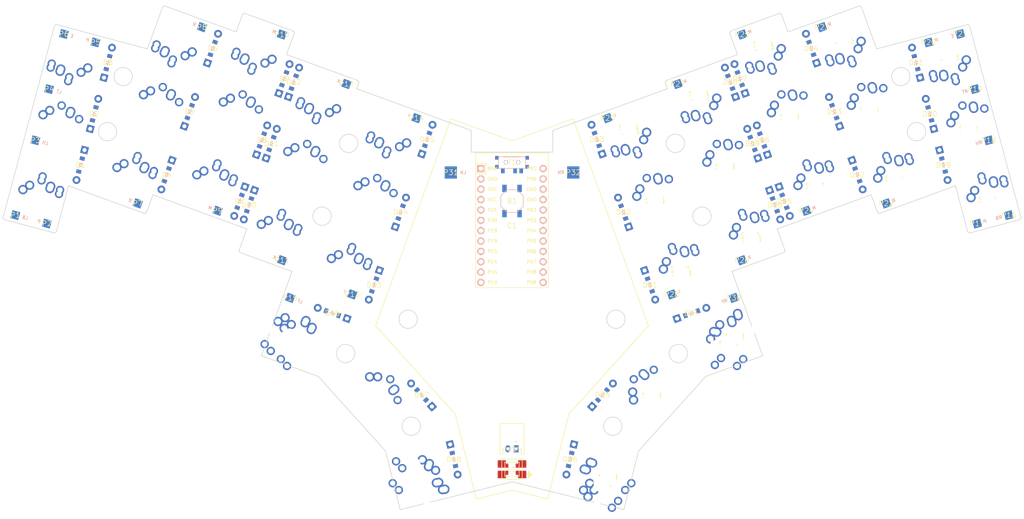
<source format=kicad_pcb>
(kicad_pcb (version 20171130) (host pcbnew 5.1.6)
  (title_block (title KEYBOARD_NAME_HERE) (rev VERSION_HERE) (company YOUR_NAME_HERE))
  (layers (0 F.Cu signal) (31 B.Cu signal) (34 B.Paste user) (35 F.Paste user) (36 B.SilkS user) (37 F.SilkS user) (38 B.Mask user) (39 F.Mask user) (44 Edge.Cuts user))
  (net 0 "")
  (net 1 "pinky_bottom")
  (net 2 "P4")
  (net 3 "P16")
  (net 4 "pinky_home")
  (net 5 "P15")
  (net 6 "pinky_top")
  (net 7 "P20")
  (net 8 "P3")
  (net 9 "ring_bottom")
  (net 10 "P5")
  (net 11 "ring_home")
  (net 12 "ring_top")
  (net 13 "middle_bottom")
  (net 14 "P7")
  (net 15 "middle_home")
  (net 16 "middle_top")
  (net 17 "index_bottom")
  (net 18 "P8")
  (net 19 "index_home")
  (net 20 "index_top")
  (net 21 "inner_bottom")
  (net 22 "P1")
  (net 23 "inner_home")
  (net 24 "inner_top")
  (net 25 "near_thumb")
  (net 26 "P10")
  (net 27 "home_thumb")
  (net 28 "far_thumb")
  (net 29 "mirror_pinky_bottom")
  (net 30 "P9")
  (net 31 "mirror_pinky_home")
  (net 32 "P6")
  (net 33 "mirror_pinky_top")
  (net 34 "P2")
  (net 35 "mirror_ring_bottom")
  (net 36 "mirror_ring_home")
  (net 37 "mirror_ring_top")
  (net 38 "mirror_middle_bottom")
  (net 39 "mirror_middle_home")
  (net 40 "mirror_middle_top")
  (net 41 "mirror_index_bottom")
  (net 42 "mirror_index_home")
  (net 43 "mirror_index_top")
  (net 44 "mirror_inner_bottom")
  (net 45 "mirror_inner_home")
  (net 46 "mirror_inner_top")
  (net 47 "mirror_near_thumb")
  (net 48 "P19")
  (net 49 "mirror_home_thumb")
  (net 50 "mirror_far_thumb")
  (net 51 "RAW")
  (net 52 "GND")
  (net 53 "RST")
  (net 54 "VCC")
  (net 55 "P21")
  (net 56 "P18")
  (net 57 "P14")
  (net 58 "P0")
  (net 59 "RAWER")
  (module MX (layer F.Cu) (at 0 0 -15)
    (fp_text reference "S1" (at 0 0) (layer F.SilkS) (effects (font (size 1.27 1.27))))
    (fp_text value "" (at 0 0) (layer F.SilkS) (effects (font (size 1.27 1.27))))
    (pad 1 thru_hole circle (at 2.54 -5.08) (size 2.286 2.286) (drill 1.4986) (layers *.Cu *.Mask) (net 1 "pinky_bottom"))
    (pad 2 thru_hole circle (at -3.81 -2.54) (size 2.286 2.286) (drill 1.4986) (layers *.Cu *.Mask) (net 2 "P4"))
    (pad "" np_thru_hole circle (at 0 0) (size 3.9878 3.9878) (drill 3.9878) (layers *.Cu *.Mask))
    (pad "" np_thru_hole circle (at 5.08 0) (size 1.7018 1.7018) (drill 1.7018) (layers *.Cu *.Mask))
    (pad "" np_thru_hole circle (at -5.08 0) (size 1.7018 1.7018) (drill 1.7018) (layers *.Cu *.Mask))
  )
  (module ALPS (layer F.Cu) (at 0 0 -15)
    (fp_text reference "S2" (at 0 0) (layer F.SilkS) (effects (font (size 1.27 1.27))))
    (fp_text value "" (at 0 0) (layer F.SilkS) (effects (font (size 1.27 1.27))))
    (pad 1 thru_hole circle (at 2.5 -4.5) (size 2.25 2.25) (drill 1.47) (layers *.Cu *.Mask) (net 1 "pinky_bottom"))
    (pad 2 thru_hole circle (at -2.5 -4) (size 2.25 2.25) (drill 1.47) (layers *.Cu *.Mask) (net 2 "P4"))
  )
  (module PG1350 (layer F.Cu) (at 0 0 -15)
    (fp_text reference "S3" (at 0 0) (layer F.SilkS) (effects (font (size 1.27 1.27))))
    (fp_text value "" (at 0 0) (layer F.SilkS) (effects (font (size 1.27 1.27))))
    (pad 1 thru_hole circle (at 5 -3.8) (size 2.032 2.032) (drill 1.27) (layers *.Cu *.Mask) (net 1 "pinky_bottom"))
    (pad 2 thru_hole circle (at 0 -5.9) (size 2.032 2.032) (drill 1.27) (layers *.Cu *.Mask) (net 2 "P4"))
    (pad "" np_thru_hole circle (at 0 0) (size 3.429 3.429) (drill 3.429) (layers *.Cu *.Mask))
    (pad "" np_thru_hole circle (at 5.5 0) (size 1.7018 1.7018) (drill 1.7018) (layers *.Cu *.Mask))
    (pad "" np_thru_hole circle (at -5.5 0) (size 1.7018 1.7018) (drill 1.7018) (layers *.Cu *.Mask))
  )
  (module ComboDiode (layer F.Cu) (at 11.0747166 -9.4558528 255)
    (fp_text reference "D1" (at 0 0) (layer F.SilkS) (effects (font (size 1.27 1.27))))
    (fp_text value "" (at 0 0) (layer F.SilkS) (effects (font (size 1.27 1.27))))
    (pad 1 smd rect (at -1.65 0 255) (size 0.9 1.2) (layers F.Cu F.Paste F.Mask) (net 3 "P16"))
    (pad 2 smd rect (at 1.65 0 255) (size 0.9 1.2) (layers B.Cu B.Paste B.Mask) (net 1 "pinky_bottom"))
    (pad 1 smd rect (at -1.65 0 255) (size 0.9 1.2) (layers B.Cu B.Paste B.Mask) (net 3 "P16"))
    (pad 2 smd rect (at 1.65 0 255) (size 0.9 1.2) (layers F.Cu F.Paste F.Mask) (net 1 "pinky_bottom"))
    (pad 1 thru_hole circle (at 3.81 0 255) (size 1.905 1.905) (drill 0.9906) (layers *.Cu *.Mask) (net 1 "pinky_bottom"))
    (pad 2 thru_hole rect (at -3.81 0 255) (size 1.778 1.778) (drill 0.9906) (layers *.Cu *.Mask) (net 3 "P16"))
  )
  (module SMDPad (layer F.Cu) (at -4.8989795 2.8284271 -15)
    (fp_text reference "P1" (at 0 0) (layer F.SilkS) (effects (font (size 1.27 1.27))))
    (fp_text value "" (at 0 0) (layer F.SilkS) (effects (font (size 1.27 1.27))))
    (pad 1 smd rect (at 0 0 -15) (size 2 2) (layers B.Cu B.Paste B.Mask) (net 3 "P16"))
    (fp_text user LB (at 2.5 0 -15) (layer B.SilkS) (effects (font (size 0.8 0.8)) (justify mirror)))
  )
  (module SMDPad (layer F.Cu) (at 2.8284271 4.8989795 -15)
    (fp_text reference "P2" (at 0 0) (layer F.SilkS) (effects (font (size 1.27 1.27))))
    (fp_text value "" (at 0 0) (layer F.SilkS) (effects (font (size 1.27 1.27))))
    (pad 1 smd rect (at 0 0 -15) (size 2 2) (layers B.Cu B.Paste B.Mask) (net 2 "P4"))
    (fp_text user P (at -2 0 -15) (layer B.SilkS) (effects (font (size 0.8 0.8)) (justify mirror)))
  )
  (module MX (layer F.Cu) (at 4.9175619 -18.3525907 -15)
    (fp_text reference "S4" (at 0 0) (layer F.SilkS) (effects (font (size 1.27 1.27))))
    (fp_text value "" (at 0 0) (layer F.SilkS) (effects (font (size 1.27 1.27))))
    (pad 1 thru_hole circle (at 2.54 -5.08) (size 2.286 2.286) (drill 1.4986) (layers *.Cu *.Mask) (net 4 "pinky_home"))
    (pad 2 thru_hole circle (at -3.81 -2.54) (size 2.286 2.286) (drill 1.4986) (layers *.Cu *.Mask) (net 2 "P4"))
    (pad "" np_thru_hole circle (at 0 0) (size 3.9878 3.9878) (drill 3.9878) (layers *.Cu *.Mask))
    (pad "" np_thru_hole circle (at 5.08 0) (size 1.7018 1.7018) (drill 1.7018) (layers *.Cu *.Mask))
    (pad "" np_thru_hole circle (at -5.08 0) (size 1.7018 1.7018) (drill 1.7018) (layers *.Cu *.Mask))
  )
  (module ALPS (layer F.Cu) (at 4.9175619 -18.3525907 -15)
    (fp_text reference "S5" (at 0 0) (layer F.SilkS) (effects (font (size 1.27 1.27))))
    (fp_text value "" (at 0 0) (layer F.SilkS) (effects (font (size 1.27 1.27))))
    (pad 1 thru_hole circle (at 2.5 -4.5) (size 2.25 2.25) (drill 1.47) (layers *.Cu *.Mask) (net 4 "pinky_home"))
    (pad 2 thru_hole circle (at -2.5 -4) (size 2.25 2.25) (drill 1.47) (layers *.Cu *.Mask) (net 2 "P4"))
  )
  (module PG1350 (layer F.Cu) (at 4.9175619 -18.3525907 -15)
    (fp_text reference "S6" (at 0 0) (layer F.SilkS) (effects (font (size 1.27 1.27))))
    (fp_text value "" (at 0 0) (layer F.SilkS) (effects (font (size 1.27 1.27))))
    (pad 1 thru_hole circle (at 5 -3.8) (size 2.032 2.032) (drill 1.27) (layers *.Cu *.Mask) (net 4 "pinky_home"))
    (pad 2 thru_hole circle (at 0 -5.9) (size 2.032 2.032) (drill 1.27) (layers *.Cu *.Mask) (net 2 "P4"))
    (pad "" np_thru_hole circle (at 0 0) (size 3.429 3.429) (drill 3.429) (layers *.Cu *.Mask))
    (pad "" np_thru_hole circle (at 5.5 0) (size 1.7018 1.7018) (drill 1.7018) (layers *.Cu *.Mask))
    (pad "" np_thru_hole circle (at -5.5 0) (size 1.7018 1.7018) (drill 1.7018) (layers *.Cu *.Mask))
  )
  (module ComboDiode (layer F.Cu) (at 14.4393642 -22.0128885 75)
    (fp_text reference "D2" (at 0 0) (layer F.SilkS) (effects (font (size 1.27 1.27))))
    (fp_text value "" (at 0 0) (layer F.SilkS) (effects (font (size 1.27 1.27))))
    (pad 1 smd rect (at -1.65 0 75) (size 0.9 1.2) (layers F.Cu F.Paste F.Mask) (net 5 "P15"))
    (pad 2 smd rect (at 1.65 0 75) (size 0.9 1.2) (layers B.Cu B.Paste B.Mask) (net 4 "pinky_home"))
    (pad 1 smd rect (at -1.65 0 75) (size 0.9 1.2) (layers B.Cu B.Paste B.Mask) (net 5 "P15"))
    (pad 2 smd rect (at 1.65 0 75) (size 0.9 1.2) (layers F.Cu F.Paste F.Mask) (net 4 "pinky_home"))
    (pad 1 thru_hole circle (at 3.81 0 75) (size 1.905 1.905) (drill 0.9906) (layers *.Cu *.Mask) (net 4 "pinky_home"))
    (pad 2 thru_hole rect (at -3.81 0 75) (size 1.778 1.778) (drill 0.9906) (layers *.Cu *.Mask) (net 5 "P15"))
  )
  (module SMDPad (layer F.Cu) (at 0.018582399999999666 -15.524163600000001 -15)
    (fp_text reference "P3" (at 0 0) (layer F.SilkS) (effects (font (size 1.27 1.27))))
    (fp_text value "" (at 0 0) (layer F.SilkS) (effects (font (size 1.27 1.27))))
    (pad 1 smd rect (at 0 0 -15) (size 2 2) (layers B.Cu B.Paste B.Mask) (net 5 "P15"))
    (fp_text user LH (at 2.5 0 -15) (layer B.SilkS) (effects (font (size 0.8 0.8)) (justify mirror)))
  )
  (module MX (layer F.Cu) (at 9.8351237 -36.7051814 165)
    (fp_text reference "S7" (at 0 0) (layer F.SilkS) (effects (font (size 1.27 1.27))))
    (fp_text value "" (at 0 0) (layer F.SilkS) (effects (font (size 1.27 1.27))))
    (pad 1 thru_hole circle (at 2.54 -5.08) (size 2.286 2.286) (drill 1.4986) (layers *.Cu *.Mask) (net 6 "pinky_top"))
    (pad 2 thru_hole circle (at -3.81 -2.54) (size 2.286 2.286) (drill 1.4986) (layers *.Cu *.Mask) (net 2 "P4"))
    (pad "" np_thru_hole circle (at 0 0) (size 3.9878 3.9878) (drill 3.9878) (layers *.Cu *.Mask))
    (pad "" np_thru_hole circle (at 5.08 0) (size 1.7018 1.7018) (drill 1.7018) (layers *.Cu *.Mask))
    (pad "" np_thru_hole circle (at -5.08 0) (size 1.7018 1.7018) (drill 1.7018) (layers *.Cu *.Mask))
  )
  (module ALPS (layer F.Cu) (at 9.8351237 -36.7051814 165)
    (fp_text reference "S8" (at 0 0) (layer F.SilkS) (effects (font (size 1.27 1.27))))
    (fp_text value "" (at 0 0) (layer F.SilkS) (effects (font (size 1.27 1.27))))
    (pad 1 thru_hole circle (at 2.5 -4.5) (size 2.25 2.25) (drill 1.47) (layers *.Cu *.Mask) (net 6 "pinky_top"))
    (pad 2 thru_hole circle (at -2.5 -4) (size 2.25 2.25) (drill 1.47) (layers *.Cu *.Mask) (net 2 "P4"))
  )
  (module PG1350 (layer F.Cu) (at 9.8351237 -36.7051814 165)
    (fp_text reference "S9" (at 0 0) (layer F.SilkS) (effects (font (size 1.27 1.27))))
    (fp_text value "" (at 0 0) (layer F.SilkS) (effects (font (size 1.27 1.27))))
    (pad 1 thru_hole circle (at 5 -3.8) (size 2.032 2.032) (drill 1.27) (layers *.Cu *.Mask) (net 6 "pinky_top"))
    (pad 2 thru_hole circle (at 0 -5.9) (size 2.032 2.032) (drill 1.27) (layers *.Cu *.Mask) (net 2 "P4"))
    (pad "" np_thru_hole circle (at 0 0) (size 3.429 3.429) (drill 3.429) (layers *.Cu *.Mask))
    (pad "" np_thru_hole circle (at 5.5 0) (size 1.7018 1.7018) (drill 1.7018) (layers *.Cu *.Mask))
    (pad "" np_thru_hole circle (at -5.5 0) (size 1.7018 1.7018) (drill 1.7018) (layers *.Cu *.Mask))
  )
  (module ComboDiode (layer F.Cu) (at 17.8040118 -34.569924300000004 75)
    (fp_text reference "D3" (at 0 0) (layer F.SilkS) (effects (font (size 1.27 1.27))))
    (fp_text value "" (at 0 0) (layer F.SilkS) (effects (font (size 1.27 1.27))))
    (pad 1 smd rect (at -1.65 0 75) (size 0.9 1.2) (layers F.Cu F.Paste F.Mask) (net 7 "P20"))
    (pad 2 smd rect (at 1.65 0 75) (size 0.9 1.2) (layers B.Cu B.Paste B.Mask) (net 6 "pinky_top"))
    (pad 1 smd rect (at -1.65 0 75) (size 0.9 1.2) (layers B.Cu B.Paste B.Mask) (net 7 "P20"))
    (pad 2 smd rect (at 1.65 0 75) (size 0.9 1.2) (layers F.Cu F.Paste F.Mask) (net 6 "pinky_top"))
    (pad 1 thru_hole circle (at 3.81 0 75) (size 1.905 1.905) (drill 0.9906) (layers *.Cu *.Mask) (net 6 "pinky_top"))
    (pad 2 thru_hole rect (at -3.81 0 75) (size 1.778 1.778) (drill 0.9906) (layers *.Cu *.Mask) (net 7 "P20"))
  )
  (module SMDPad (layer F.Cu) (at 3.383229900000001 -28.0811993 -15)
    (fp_text reference "P4" (at 0 0) (layer F.SilkS) (effects (font (size 1.27 1.27))))
    (fp_text value "" (at 0 0) (layer F.SilkS) (effects (font (size 1.27 1.27))))
    (pad 1 smd rect (at 0 0 -15) (size 2 2) (layers B.Cu B.Paste B.Mask) (net 7 "P20"))
    (fp_text user LT (at 2.5 0 -15) (layer B.SilkS) (effects (font (size 0.8 0.8)) (justify mirror)))
  )
  (module SMDPad (layer F.Cu) (at 14.7341032 -39.5336085 -15)
    (fp_text reference "P5" (at 0 0) (layer F.SilkS) (effects (font (size 1.27 1.27))))
    (fp_text value "" (at 0 0) (layer F.SilkS) (effects (font (size 1.27 1.27))))
    (pad 1 smd rect (at 0 0 -15) (size 2 2) (layers B.Cu B.Paste B.Mask) (net 2 "P4"))
    (fp_text user P (at -2 0 -15) (layer B.SilkS) (effects (font (size 0.8 0.8)) (justify mirror)))
  )
  (module SMDPad (layer F.Cu) (at 7.006696600000001 -41.604160900000004 -15)
    (fp_text reference "P6" (at 0 0) (layer F.SilkS) (effects (font (size 1.27 1.27))))
    (fp_text value "" (at 0 0) (layer F.SilkS) (effects (font (size 1.27 1.27))))
    (pad 1 smd rect (at 0 0 -15) (size 2 2) (layers B.Cu B.Paste B.Mask) (net 8 "P3"))
    (fp_text user E (at 2 0 -15) (layer B.SilkS) (effects (font (size 0.8 0.8)) (justify mirror)))
  )
  (module MX (layer F.Cu) (at 22.7244416 -5.176704 -20)
    (fp_text reference "S10" (at 0 0) (layer F.SilkS) (effects (font (size 1.27 1.27))))
    (fp_text value "" (at 0 0) (layer F.SilkS) (effects (font (size 1.27 1.27))))
    (pad 1 thru_hole circle (at 2.54 -5.08) (size 2.286 2.286) (drill 1.4986) (layers *.Cu *.Mask) (net 9 "ring_bottom"))
    (pad 2 thru_hole circle (at -3.81 -2.54) (size 2.286 2.286) (drill 1.4986) (layers *.Cu *.Mask) (net 10 "P5"))
    (pad "" np_thru_hole circle (at 0 0) (size 3.9878 3.9878) (drill 3.9878) (layers *.Cu *.Mask))
    (pad "" np_thru_hole circle (at 5.08 0) (size 1.7018 1.7018) (drill 1.7018) (layers *.Cu *.Mask))
    (pad "" np_thru_hole circle (at -5.08 0) (size 1.7018 1.7018) (drill 1.7018) (layers *.Cu *.Mask))
  )
  (module ALPS (layer F.Cu) (at 22.7244416 -5.176704 -20)
    (fp_text reference "S11" (at 0 0) (layer F.SilkS) (effects (font (size 1.27 1.27))))
    (fp_text value "" (at 0 0) (layer F.SilkS) (effects (font (size 1.27 1.27))))
    (pad 1 thru_hole circle (at 2.5 -4.5) (size 2.25 2.25) (drill 1.47) (layers *.Cu *.Mask) (net 9 "ring_bottom"))
    (pad 2 thru_hole circle (at -2.5 -4) (size 2.25 2.25) (drill 1.47) (layers *.Cu *.Mask) (net 10 "P5"))
  )
  (module PG1350 (layer F.Cu) (at 22.7244416 -5.176704 -20)
    (fp_text reference "S12" (at 0 0) (layer F.SilkS) (effects (font (size 1.27 1.27))))
    (fp_text value "" (at 0 0) (layer F.SilkS) (effects (font (size 1.27 1.27))))
    (pad 1 thru_hole circle (at 5 -3.8) (size 2.032 2.032) (drill 1.27) (layers *.Cu *.Mask) (net 9 "ring_bottom"))
    (pad 2 thru_hole circle (at 0 -5.9) (size 2.032 2.032) (drill 1.27) (layers *.Cu *.Mask) (net 10 "P5"))
    (pad "" np_thru_hole circle (at 0 0) (size 3.429 3.429) (drill 3.429) (layers *.Cu *.Mask))
    (pad "" np_thru_hole circle (at 5.5 0) (size 1.7018 1.7018) (drill 1.7018) (layers *.Cu *.Mask))
    (pad "" np_thru_hole circle (at -5.5 0) (size 1.7018 1.7018) (drill 1.7018) (layers *.Cu *.Mask))
  )
  (module ComboDiode (layer F.Cu) (at 32.1870064 -7.0535008999999995 250)
    (fp_text reference "D4" (at 0 0) (layer F.SilkS) (effects (font (size 1.27 1.27))))
    (fp_text value "" (at 0 0) (layer F.SilkS) (effects (font (size 1.27 1.27))))
    (pad 1 smd rect (at -1.65 0 250) (size 0.9 1.2) (layers F.Cu F.Paste F.Mask) (net 3 "P16"))
    (pad 2 smd rect (at 1.65 0 250) (size 0.9 1.2) (layers B.Cu B.Paste B.Mask) (net 9 "ring_bottom"))
    (pad 1 smd rect (at -1.65 0 250) (size 0.9 1.2) (layers B.Cu B.Paste B.Mask) (net 3 "P16"))
    (pad 2 smd rect (at 1.65 0 250) (size 0.9 1.2) (layers F.Cu F.Paste F.Mask) (net 9 "ring_bottom"))
    (pad 1 thru_hole circle (at 3.81 0 250) (size 1.905 1.905) (drill 0.9906) (layers *.Cu *.Mask) (net 9 "ring_bottom"))
    (pad 2 thru_hole rect (at -3.81 0 250) (size 1.778 1.778) (drill 0.9906) (layers *.Cu *.Mask) (net 3 "P16"))
  )
  (module SMDPad (layer F.Cu) (at 25.115131499999997 -0.04985290000000031 -20)
    (fp_text reference "P7" (at 0 0) (layer F.SilkS) (effects (font (size 1.27 1.27))))
    (fp_text value "" (at 0 0) (layer F.SilkS) (effects (font (size 1.27 1.27))))
    (pad 1 smd rect (at 0 0 -20) (size 2 2) (layers B.Cu B.Paste B.Mask) (net 10 "P5"))
    (fp_text user R (at -2 0 -20) (layer B.SilkS) (effects (font (size 0.8 0.8)) (justify mirror)))
  )
  (module MX (layer F.Cu) (at 29.2228244 -23.0308638 -20)
    (fp_text reference "S13" (at 0 0) (layer F.SilkS) (effects (font (size 1.27 1.27))))
    (fp_text value "" (at 0 0) (layer F.SilkS) (effects (font (size 1.27 1.27))))
    (pad 1 thru_hole circle (at 2.54 -5.08) (size 2.286 2.286) (drill 1.4986) (layers *.Cu *.Mask) (net 11 "ring_home"))
    (pad 2 thru_hole circle (at -3.81 -2.54) (size 2.286 2.286) (drill 1.4986) (layers *.Cu *.Mask) (net 10 "P5"))
    (pad "" np_thru_hole circle (at 0 0) (size 3.9878 3.9878) (drill 3.9878) (layers *.Cu *.Mask))
    (pad "" np_thru_hole circle (at 5.08 0) (size 1.7018 1.7018) (drill 1.7018) (layers *.Cu *.Mask))
    (pad "" np_thru_hole circle (at -5.08 0) (size 1.7018 1.7018) (drill 1.7018) (layers *.Cu *.Mask))
  )
  (module ALPS (layer F.Cu) (at 29.2228244 -23.0308638 -20)
    (fp_text reference "S14" (at 0 0) (layer F.SilkS) (effects (font (size 1.27 1.27))))
    (fp_text value "" (at 0 0) (layer F.SilkS) (effects (font (size 1.27 1.27))))
    (pad 1 thru_hole circle (at 2.5 -4.5) (size 2.25 2.25) (drill 1.47) (layers *.Cu *.Mask) (net 11 "ring_home"))
    (pad 2 thru_hole circle (at -2.5 -4) (size 2.25 2.25) (drill 1.47) (layers *.Cu *.Mask) (net 10 "P5"))
  )
  (module PG1350 (layer F.Cu) (at 29.2228244 -23.0308638 -20)
    (fp_text reference "S15" (at 0 0) (layer F.SilkS) (effects (font (size 1.27 1.27))))
    (fp_text value "" (at 0 0) (layer F.SilkS) (effects (font (size 1.27 1.27))))
    (pad 1 thru_hole circle (at 5 -3.8) (size 2.032 2.032) (drill 1.27) (layers *.Cu *.Mask) (net 11 "ring_home"))
    (pad 2 thru_hole circle (at 0 -5.9) (size 2.032 2.032) (drill 1.27) (layers *.Cu *.Mask) (net 10 "P5"))
    (pad "" np_thru_hole circle (at 0 0) (size 3.429 3.429) (drill 3.429) (layers *.Cu *.Mask))
    (pad "" np_thru_hole circle (at 5.5 0) (size 1.7018 1.7018) (drill 1.7018) (layers *.Cu *.Mask))
    (pad "" np_thru_hole circle (at -5.5 0) (size 1.7018 1.7018) (drill 1.7018) (layers *.Cu *.Mask))
  )
  (module ComboDiode (layer F.Cu) (at 37.8303389 -22.5584292 70)
    (fp_text reference "D5" (at 0 0) (layer F.SilkS) (effects (font (size 1.27 1.27))))
    (fp_text value "" (at 0 0) (layer F.SilkS) (effects (font (size 1.27 1.27))))
    (pad 1 smd rect (at -1.65 0 70) (size 0.9 1.2) (layers F.Cu F.Paste F.Mask) (net 5 "P15"))
    (pad 2 smd rect (at 1.65 0 70) (size 0.9 1.2) (layers B.Cu B.Paste B.Mask) (net 11 "ring_home"))
    (pad 1 smd rect (at -1.65 0 70) (size 0.9 1.2) (layers B.Cu B.Paste B.Mask) (net 5 "P15"))
    (pad 2 smd rect (at 1.65 0 70) (size 0.9 1.2) (layers F.Cu F.Paste F.Mask) (net 11 "ring_home"))
    (pad 1 thru_hole circle (at 3.81 0 70) (size 1.905 1.905) (drill 0.9906) (layers *.Cu *.Mask) (net 11 "ring_home"))
    (pad 2 thru_hole rect (at -3.81 0 70) (size 1.778 1.778) (drill 0.9906) (layers *.Cu *.Mask) (net 5 "P15"))
  )
  (module MX (layer F.Cu) (at 35.7212071 -40.8850235 160)
    (fp_text reference "S16" (at 0 0) (layer F.SilkS) (effects (font (size 1.27 1.27))))
    (fp_text value "" (at 0 0) (layer F.SilkS) (effects (font (size 1.27 1.27))))
    (pad 1 thru_hole circle (at 2.54 -5.08) (size 2.286 2.286) (drill 1.4986) (layers *.Cu *.Mask) (net 12 "ring_top"))
    (pad 2 thru_hole circle (at -3.81 -2.54) (size 2.286 2.286) (drill 1.4986) (layers *.Cu *.Mask) (net 10 "P5"))
    (pad "" np_thru_hole circle (at 0 0) (size 3.9878 3.9878) (drill 3.9878) (layers *.Cu *.Mask))
    (pad "" np_thru_hole circle (at 5.08 0) (size 1.7018 1.7018) (drill 1.7018) (layers *.Cu *.Mask))
    (pad "" np_thru_hole circle (at -5.08 0) (size 1.7018 1.7018) (drill 1.7018) (layers *.Cu *.Mask))
  )
  (module ALPS (layer F.Cu) (at 35.7212071 -40.8850235 160)
    (fp_text reference "S17" (at 0 0) (layer F.SilkS) (effects (font (size 1.27 1.27))))
    (fp_text value "" (at 0 0) (layer F.SilkS) (effects (font (size 1.27 1.27))))
    (pad 1 thru_hole circle (at 2.5 -4.5) (size 2.25 2.25) (drill 1.47) (layers *.Cu *.Mask) (net 12 "ring_top"))
    (pad 2 thru_hole circle (at -2.5 -4) (size 2.25 2.25) (drill 1.47) (layers *.Cu *.Mask) (net 10 "P5"))
  )
  (module PG1350 (layer F.Cu) (at 35.7212071 -40.8850235 160)
    (fp_text reference "S18" (at 0 0) (layer F.SilkS) (effects (font (size 1.27 1.27))))
    (fp_text value "" (at 0 0) (layer F.SilkS) (effects (font (size 1.27 1.27))))
    (pad 1 thru_hole circle (at 5 -3.8) (size 2.032 2.032) (drill 1.27) (layers *.Cu *.Mask) (net 12 "ring_top"))
    (pad 2 thru_hole circle (at 0 -5.9) (size 2.032 2.032) (drill 1.27) (layers *.Cu *.Mask) (net 10 "P5"))
    (pad "" np_thru_hole circle (at 0 0) (size 3.429 3.429) (drill 3.429) (layers *.Cu *.Mask))
    (pad "" np_thru_hole circle (at 5.5 0) (size 1.7018 1.7018) (drill 1.7018) (layers *.Cu *.Mask))
    (pad "" np_thru_hole circle (at -5.5 0) (size 1.7018 1.7018) (drill 1.7018) (layers *.Cu *.Mask))
  )
  (module ComboDiode (layer F.Cu) (at 43.4736712 -38.0633573 70)
    (fp_text reference "D6" (at 0 0) (layer F.SilkS) (effects (font (size 1.27 1.27))))
    (fp_text value "" (at 0 0) (layer F.SilkS) (effects (font (size 1.27 1.27))))
    (pad 1 smd rect (at -1.65 0 70) (size 0.9 1.2) (layers F.Cu F.Paste F.Mask) (net 7 "P20"))
    (pad 2 smd rect (at 1.65 0 70) (size 0.9 1.2) (layers B.Cu B.Paste B.Mask) (net 12 "ring_top"))
    (pad 1 smd rect (at -1.65 0 70) (size 0.9 1.2) (layers B.Cu B.Paste B.Mask) (net 7 "P20"))
    (pad 2 smd rect (at 1.65 0 70) (size 0.9 1.2) (layers F.Cu F.Paste F.Mask) (net 12 "ring_top"))
    (pad 1 thru_hole circle (at 3.81 0 70) (size 1.905 1.905) (drill 0.9906) (layers *.Cu *.Mask) (net 12 "ring_top"))
    (pad 2 thru_hole rect (at -3.81 0 70) (size 1.778 1.778) (drill 0.9906) (layers *.Cu *.Mask) (net 7 "P20"))
  )
  (module SMDPad (layer F.Cu) (at 40.8480582 -43.2757134 -20)
    (fp_text reference "P8" (at 0 0) (layer F.SilkS) (effects (font (size 1.27 1.27))))
    (fp_text value "" (at 0 0) (layer F.SilkS) (effects (font (size 1.27 1.27))))
    (pad 1 smd rect (at 0 0 -20) (size 2 2) (layers B.Cu B.Paste B.Mask) (net 10 "P5"))
    (fp_text user R (at -2 0 -20) (layer B.SilkS) (effects (font (size 0.8 0.8)) (justify mirror)))
  )
  (module MX (layer F.Cu) (at 42.2887022 -3.3767843 -20)
    (fp_text reference "S19" (at 0 0) (layer F.SilkS) (effects (font (size 1.27 1.27))))
    (fp_text value "" (at 0 0) (layer F.SilkS) (effects (font (size 1.27 1.27))))
    (pad 1 thru_hole circle (at 2.54 -5.08) (size 2.286 2.286) (drill 1.4986) (layers *.Cu *.Mask) (net 13 "middle_bottom"))
    (pad 2 thru_hole circle (at -3.81 -2.54) (size 2.286 2.286) (drill 1.4986) (layers *.Cu *.Mask) (net 14 "P7"))
    (pad "" np_thru_hole circle (at 0 0) (size 3.9878 3.9878) (drill 3.9878) (layers *.Cu *.Mask))
    (pad "" np_thru_hole circle (at 5.08 0) (size 1.7018 1.7018) (drill 1.7018) (layers *.Cu *.Mask))
    (pad "" np_thru_hole circle (at -5.08 0) (size 1.7018 1.7018) (drill 1.7018) (layers *.Cu *.Mask))
  )
  (module ALPS (layer F.Cu) (at 42.2887022 -3.3767843 -20)
    (fp_text reference "S20" (at 0 0) (layer F.SilkS) (effects (font (size 1.27 1.27))))
    (fp_text value "" (at 0 0) (layer F.SilkS) (effects (font (size 1.27 1.27))))
    (pad 1 thru_hole circle (at 2.5 -4.5) (size 2.25 2.25) (drill 1.47) (layers *.Cu *.Mask) (net 13 "middle_bottom"))
    (pad 2 thru_hole circle (at -2.5 -4) (size 2.25 2.25) (drill 1.47) (layers *.Cu *.Mask) (net 14 "P7"))
  )
  (module PG1350 (layer F.Cu) (at 42.2887022 -3.3767843 -20)
    (fp_text reference "S21" (at 0 0) (layer F.SilkS) (effects (font (size 1.27 1.27))))
    (fp_text value "" (at 0 0) (layer F.SilkS) (effects (font (size 1.27 1.27))))
    (pad 1 thru_hole circle (at 5 -3.8) (size 2.032 2.032) (drill 1.27) (layers *.Cu *.Mask) (net 13 "middle_bottom"))
    (pad 2 thru_hole circle (at 0 -5.9) (size 2.032 2.032) (drill 1.27) (layers *.Cu *.Mask) (net 14 "P7"))
    (pad "" np_thru_hole circle (at 0 0) (size 3.429 3.429) (drill 3.429) (layers *.Cu *.Mask))
    (pad "" np_thru_hole circle (at 5.5 0) (size 1.7018 1.7018) (drill 1.7018) (layers *.Cu *.Mask))
    (pad "" np_thru_hole circle (at -5.5 0) (size 1.7018 1.7018) (drill 1.7018) (layers *.Cu *.Mask))
  )
  (module ComboDiode (layer F.Cu) (at 50.0411663 -0.5551181000000001 250)
    (fp_text reference "D7" (at 0 0) (layer F.SilkS) (effects (font (size 1.27 1.27))))
    (fp_text value "" (at 0 0) (layer F.SilkS) (effects (font (size 1.27 1.27))))
    (pad 1 smd rect (at -1.65 0 250) (size 0.9 1.2) (layers F.Cu F.Paste F.Mask) (net 3 "P16"))
    (pad 2 smd rect (at 1.65 0 250) (size 0.9 1.2) (layers B.Cu B.Paste B.Mask) (net 13 "middle_bottom"))
    (pad 1 smd rect (at -1.65 0 250) (size 0.9 1.2) (layers B.Cu B.Paste B.Mask) (net 3 "P16"))
    (pad 2 smd rect (at 1.65 0 250) (size 0.9 1.2) (layers F.Cu F.Paste F.Mask) (net 13 "middle_bottom"))
    (pad 1 thru_hole circle (at 3.81 0 250) (size 1.905 1.905) (drill 0.9906) (layers *.Cu *.Mask) (net 13 "middle_bottom"))
    (pad 2 thru_hole rect (at -3.81 0 250) (size 1.778 1.778) (drill 0.9906) (layers *.Cu *.Mask) (net 3 "P16"))
  )
  (module SMDPad (layer F.Cu) (at 44.6793921 1.7500667999999995 -20)
    (fp_text reference "P9" (at 0 0) (layer F.SilkS) (effects (font (size 1.27 1.27))))
    (fp_text value "" (at 0 0) (layer F.SilkS) (effects (font (size 1.27 1.27))))
    (pad 1 smd rect (at 0 0 -20) (size 2 2) (layers B.Cu B.Paste B.Mask) (net 14 "P7"))
    (fp_text user M (at -2 0 -20) (layer B.SilkS) (effects (font (size 0.8 0.8)) (justify mirror)))
  )
  (module MX (layer F.Cu) (at 48.7870849 -21.2309442 -20)
    (fp_text reference "S22" (at 0 0) (layer F.SilkS) (effects (font (size 1.27 1.27))))
    (fp_text value "" (at 0 0) (layer F.SilkS) (effects (font (size 1.27 1.27))))
    (pad 1 thru_hole circle (at 2.54 -5.08) (size 2.286 2.286) (drill 1.4986) (layers *.Cu *.Mask) (net 15 "middle_home"))
    (pad 2 thru_hole circle (at -3.81 -2.54) (size 2.286 2.286) (drill 1.4986) (layers *.Cu *.Mask) (net 14 "P7"))
    (pad "" np_thru_hole circle (at 0 0) (size 3.9878 3.9878) (drill 3.9878) (layers *.Cu *.Mask))
    (pad "" np_thru_hole circle (at 5.08 0) (size 1.7018 1.7018) (drill 1.7018) (layers *.Cu *.Mask))
    (pad "" np_thru_hole circle (at -5.08 0) (size 1.7018 1.7018) (drill 1.7018) (layers *.Cu *.Mask))
  )
  (module ALPS (layer F.Cu) (at 48.7870849 -21.2309442 -20)
    (fp_text reference "S23" (at 0 0) (layer F.SilkS) (effects (font (size 1.27 1.27))))
    (fp_text value "" (at 0 0) (layer F.SilkS) (effects (font (size 1.27 1.27))))
    (pad 1 thru_hole circle (at 2.5 -4.5) (size 2.25 2.25) (drill 1.47) (layers *.Cu *.Mask) (net 15 "middle_home"))
    (pad 2 thru_hole circle (at -2.5 -4) (size 2.25 2.25) (drill 1.47) (layers *.Cu *.Mask) (net 14 "P7"))
  )
  (module PG1350 (layer F.Cu) (at 48.7870849 -21.2309442 -20)
    (fp_text reference "S24" (at 0 0) (layer F.SilkS) (effects (font (size 1.27 1.27))))
    (fp_text value "" (at 0 0) (layer F.SilkS) (effects (font (size 1.27 1.27))))
    (pad 1 thru_hole circle (at 5 -3.8) (size 2.032 2.032) (drill 1.27) (layers *.Cu *.Mask) (net 15 "middle_home"))
    (pad 2 thru_hole circle (at 0 -5.9) (size 2.032 2.032) (drill 1.27) (layers *.Cu *.Mask) (net 14 "P7"))
    (pad "" np_thru_hole circle (at 0 0) (size 3.429 3.429) (drill 3.429) (layers *.Cu *.Mask))
    (pad "" np_thru_hole circle (at 5.5 0) (size 1.7018 1.7018) (drill 1.7018) (layers *.Cu *.Mask))
    (pad "" np_thru_hole circle (at -5.5 0) (size 1.7018 1.7018) (drill 1.7018) (layers *.Cu *.Mask))
  )
  (module ComboDiode (layer F.Cu) (at 55.5134886 -15.5902002 70)
    (fp_text reference "D8" (at 0 0) (layer F.SilkS) (effects (font (size 1.27 1.27))))
    (fp_text value "" (at 0 0) (layer F.SilkS) (effects (font (size 1.27 1.27))))
    (pad 1 smd rect (at -1.65 0 70) (size 0.9 1.2) (layers F.Cu F.Paste F.Mask) (net 5 "P15"))
    (pad 2 smd rect (at 1.65 0 70) (size 0.9 1.2) (layers B.Cu B.Paste B.Mask) (net 15 "middle_home"))
    (pad 1 smd rect (at -1.65 0 70) (size 0.9 1.2) (layers B.Cu B.Paste B.Mask) (net 5 "P15"))
    (pad 2 smd rect (at 1.65 0 70) (size 0.9 1.2) (layers F.Cu F.Paste F.Mask) (net 15 "middle_home"))
    (pad 1 thru_hole circle (at 3.81 0 70) (size 1.905 1.905) (drill 0.9906) (layers *.Cu *.Mask) (net 15 "middle_home"))
    (pad 2 thru_hole rect (at -3.81 0 70) (size 1.778 1.778) (drill 0.9906) (layers *.Cu *.Mask) (net 5 "P15"))
  )
  (module MX (layer F.Cu) (at 55.2854676 -39.0851039 160)
    (fp_text reference "S25" (at 0 0) (layer F.SilkS) (effects (font (size 1.27 1.27))))
    (fp_text value "" (at 0 0) (layer F.SilkS) (effects (font (size 1.27 1.27))))
    (pad 1 thru_hole circle (at 2.54 -5.08) (size 2.286 2.286) (drill 1.4986) (layers *.Cu *.Mask) (net 16 "middle_top"))
    (pad 2 thru_hole circle (at -3.81 -2.54) (size 2.286 2.286) (drill 1.4986) (layers *.Cu *.Mask) (net 14 "P7"))
    (pad "" np_thru_hole circle (at 0 0) (size 3.9878 3.9878) (drill 3.9878) (layers *.Cu *.Mask))
    (pad "" np_thru_hole circle (at 5.08 0) (size 1.7018 1.7018) (drill 1.7018) (layers *.Cu *.Mask))
    (pad "" np_thru_hole circle (at -5.08 0) (size 1.7018 1.7018) (drill 1.7018) (layers *.Cu *.Mask))
  )
  (module ALPS (layer F.Cu) (at 55.2854676 -39.0851039 160)
    (fp_text reference "S26" (at 0 0) (layer F.SilkS) (effects (font (size 1.27 1.27))))
    (fp_text value "" (at 0 0) (layer F.SilkS) (effects (font (size 1.27 1.27))))
    (pad 1 thru_hole circle (at 2.5 -4.5) (size 2.25 2.25) (drill 1.47) (layers *.Cu *.Mask) (net 16 "middle_top"))
    (pad 2 thru_hole circle (at -2.5 -4) (size 2.25 2.25) (drill 1.47) (layers *.Cu *.Mask) (net 14 "P7"))
  )
  (module PG1350 (layer F.Cu) (at 55.2854676 -39.0851039 160)
    (fp_text reference "S27" (at 0 0) (layer F.SilkS) (effects (font (size 1.27 1.27))))
    (fp_text value "" (at 0 0) (layer F.SilkS) (effects (font (size 1.27 1.27))))
    (pad 1 thru_hole circle (at 5 -3.8) (size 2.032 2.032) (drill 1.27) (layers *.Cu *.Mask) (net 16 "middle_top"))
    (pad 2 thru_hole circle (at 0 -5.9) (size 2.032 2.032) (drill 1.27) (layers *.Cu *.Mask) (net 14 "P7"))
    (pad "" np_thru_hole circle (at 0 0) (size 3.429 3.429) (drill 3.429) (layers *.Cu *.Mask))
    (pad "" np_thru_hole circle (at 5.5 0) (size 1.7018 1.7018) (drill 1.7018) (layers *.Cu *.Mask))
    (pad "" np_thru_hole circle (at -5.5 0) (size 1.7018 1.7018) (drill 1.7018) (layers *.Cu *.Mask))
  )
  (module ComboDiode (layer F.Cu) (at 60.9858109 -30.625282 70)
    (fp_text reference "D9" (at 0 0) (layer F.SilkS) (effects (font (size 1.27 1.27))))
    (fp_text value "" (at 0 0) (layer F.SilkS) (effects (font (size 1.27 1.27))))
    (pad 1 smd rect (at -1.65 0 70) (size 0.9 1.2) (layers F.Cu F.Paste F.Mask) (net 7 "P20"))
    (pad 2 smd rect (at 1.65 0 70) (size 0.9 1.2) (layers B.Cu B.Paste B.Mask) (net 16 "middle_top"))
    (pad 1 smd rect (at -1.65 0 70) (size 0.9 1.2) (layers B.Cu B.Paste B.Mask) (net 7 "P20"))
    (pad 2 smd rect (at 1.65 0 70) (size 0.9 1.2) (layers F.Cu F.Paste F.Mask) (net 16 "middle_top"))
    (pad 1 thru_hole circle (at 3.81 0 70) (size 1.905 1.905) (drill 0.9906) (layers *.Cu *.Mask) (net 16 "middle_top"))
    (pad 2 thru_hole rect (at -3.81 0 70) (size 1.778 1.778) (drill 0.9906) (layers *.Cu *.Mask) (net 7 "P20"))
  )
  (module SMDPad (layer F.Cu) (at 60.4123187 -41.4757938 -20)
    (fp_text reference "P10" (at 0 0) (layer F.SilkS) (effects (font (size 1.27 1.27))))
    (fp_text value "" (at 0 0) (layer F.SilkS) (effects (font (size 1.27 1.27))))
    (pad 1 smd rect (at 0 0 -20) (size 2 2) (layers B.Cu B.Paste B.Mask) (net 14 "P7"))
    (fp_text user M (at -2 0 -20) (layer B.SilkS) (effects (font (size 0.8 0.8)) (justify mirror)))
  )
  (module MX (layer F.Cu) (at 58.0907411 8.7597541 -20)
    (fp_text reference "S28" (at 0 0) (layer F.SilkS) (effects (font (size 1.27 1.27))))
    (fp_text value "" (at 0 0) (layer F.SilkS) (effects (font (size 1.27 1.27))))
    (pad 1 thru_hole circle (at 2.54 -5.08) (size 2.286 2.286) (drill 1.4986) (layers *.Cu *.Mask) (net 17 "index_bottom"))
    (pad 2 thru_hole circle (at -3.81 -2.54) (size 2.286 2.286) (drill 1.4986) (layers *.Cu *.Mask) (net 18 "P8"))
    (pad "" np_thru_hole circle (at 0 0) (size 3.9878 3.9878) (drill 3.9878) (layers *.Cu *.Mask))
    (pad "" np_thru_hole circle (at 5.08 0) (size 1.7018 1.7018) (drill 1.7018) (layers *.Cu *.Mask))
    (pad "" np_thru_hole circle (at -5.08 0) (size 1.7018 1.7018) (drill 1.7018) (layers *.Cu *.Mask))
  )
  (module ALPS (layer F.Cu) (at 58.0907411 8.7597541 -20)
    (fp_text reference "S29" (at 0 0) (layer F.SilkS) (effects (font (size 1.27 1.27))))
    (fp_text value "" (at 0 0) (layer F.SilkS) (effects (font (size 1.27 1.27))))
    (pad 1 thru_hole circle (at 2.5 -4.5) (size 2.25 2.25) (drill 1.47) (layers *.Cu *.Mask) (net 17 "index_bottom"))
    (pad 2 thru_hole circle (at -2.5 -4) (size 2.25 2.25) (drill 1.47) (layers *.Cu *.Mask) (net 18 "P8"))
  )
  (module PG1350 (layer F.Cu) (at 58.0907411 8.7597541 -20)
    (fp_text reference "S30" (at 0 0) (layer F.SilkS) (effects (font (size 1.27 1.27))))
    (fp_text value "" (at 0 0) (layer F.SilkS) (effects (font (size 1.27 1.27))))
    (pad 1 thru_hole circle (at 5 -3.8) (size 2.032 2.032) (drill 1.27) (layers *.Cu *.Mask) (net 17 "index_bottom"))
    (pad 2 thru_hole circle (at 0 -5.9) (size 2.032 2.032) (drill 1.27) (layers *.Cu *.Mask) (net 18 "P8"))
    (pad "" np_thru_hole circle (at 0 0) (size 3.429 3.429) (drill 3.429) (layers *.Cu *.Mask))
    (pad "" np_thru_hole circle (at 5.5 0) (size 1.7018 1.7018) (drill 1.7018) (layers *.Cu *.Mask))
    (pad "" np_thru_hole circle (at -5.5 0) (size 1.7018 1.7018) (drill 1.7018) (layers *.Cu *.Mask))
  )
  (module ComboDiode (layer F.Cu) (at 52.3903978 0.29993220000000065 250)
    (fp_text reference "D10" (at 0 0) (layer F.SilkS) (effects (font (size 1.27 1.27))))
    (fp_text value "" (at 0 0) (layer F.SilkS) (effects (font (size 1.27 1.27))))
    (pad 1 smd rect (at -1.65 0 250) (size 0.9 1.2) (layers F.Cu F.Paste F.Mask) (net 3 "P16"))
    (pad 2 smd rect (at 1.65 0 250) (size 0.9 1.2) (layers B.Cu B.Paste B.Mask) (net 17 "index_bottom"))
    (pad 1 smd rect (at -1.65 0 250) (size 0.9 1.2) (layers B.Cu B.Paste B.Mask) (net 3 "P16"))
    (pad 2 smd rect (at 1.65 0 250) (size 0.9 1.2) (layers F.Cu F.Paste F.Mask) (net 17 "index_bottom"))
    (pad 1 thru_hole circle (at 3.81 0 250) (size 1.905 1.905) (drill 0.9906) (layers *.Cu *.Mask) (net 17 "index_bottom"))
    (pad 2 thru_hole rect (at -3.81 0 250) (size 1.778 1.778) (drill 0.9906) (layers *.Cu *.Mask) (net 3 "P16"))
  )
  (module SMDPad (layer F.Cu) (at 60.481431 13.8866052 -20)
    (fp_text reference "P11" (at 0 0) (layer F.SilkS) (effects (font (size 1.27 1.27))))
    (fp_text value "" (at 0 0) (layer F.SilkS) (effects (font (size 1.27 1.27))))
    (pad 1 smd rect (at 0 0 -20) (size 2 2) (layers B.Cu B.Paste B.Mask) (net 18 "P8"))
    (fp_text user X (at -2 0 -20) (layer B.SilkS) (effects (font (size 0.8 0.8)) (justify mirror)))
  )
  (module MX (layer F.Cu) (at 64.5891238 -9.0944057 -20)
    (fp_text reference "S31" (at 0 0) (layer F.SilkS) (effects (font (size 1.27 1.27))))
    (fp_text value "" (at 0 0) (layer F.SilkS) (effects (font (size 1.27 1.27))))
    (pad 1 thru_hole circle (at 2.54 -5.08) (size 2.286 2.286) (drill 1.4986) (layers *.Cu *.Mask) (net 19 "index_home"))
    (pad 2 thru_hole circle (at -3.81 -2.54) (size 2.286 2.286) (drill 1.4986) (layers *.Cu *.Mask) (net 18 "P8"))
    (pad "" np_thru_hole circle (at 0 0) (size 3.9878 3.9878) (drill 3.9878) (layers *.Cu *.Mask))
    (pad "" np_thru_hole circle (at 5.08 0) (size 1.7018 1.7018) (drill 1.7018) (layers *.Cu *.Mask))
    (pad "" np_thru_hole circle (at -5.08 0) (size 1.7018 1.7018) (drill 1.7018) (layers *.Cu *.Mask))
  )
  (module ALPS (layer F.Cu) (at 64.5891238 -9.0944057 -20)
    (fp_text reference "S32" (at 0 0) (layer F.SilkS) (effects (font (size 1.27 1.27))))
    (fp_text value "" (at 0 0) (layer F.SilkS) (effects (font (size 1.27 1.27))))
    (pad 1 thru_hole circle (at 2.5 -4.5) (size 2.25 2.25) (drill 1.47) (layers *.Cu *.Mask) (net 19 "index_home"))
    (pad 2 thru_hole circle (at -2.5 -4) (size 2.25 2.25) (drill 1.47) (layers *.Cu *.Mask) (net 18 "P8"))
  )
  (module PG1350 (layer F.Cu) (at 64.5891238 -9.0944057 -20)
    (fp_text reference "S33" (at 0 0) (layer F.SilkS) (effects (font (size 1.27 1.27))))
    (fp_text value "" (at 0 0) (layer F.SilkS) (effects (font (size 1.27 1.27))))
    (pad 1 thru_hole circle (at 5 -3.8) (size 2.032 2.032) (drill 1.27) (layers *.Cu *.Mask) (net 19 "index_home"))
    (pad 2 thru_hole circle (at 0 -5.9) (size 2.032 2.032) (drill 1.27) (layers *.Cu *.Mask) (net 18 "P8"))
    (pad "" np_thru_hole circle (at 0 0) (size 3.429 3.429) (drill 3.429) (layers *.Cu *.Mask))
    (pad "" np_thru_hole circle (at 5.5 0) (size 1.7018 1.7018) (drill 1.7018) (layers *.Cu *.Mask))
    (pad "" np_thru_hole circle (at -5.5 0) (size 1.7018 1.7018) (drill 1.7018) (layers *.Cu *.Mask))
  )
  (module ComboDiode (layer F.Cu) (at 57.8627201 -14.7351497 70)
    (fp_text reference "D11" (at 0 0) (layer F.SilkS) (effects (font (size 1.27 1.27))))
    (fp_text value "" (at 0 0) (layer F.SilkS) (effects (font (size 1.27 1.27))))
    (pad 1 smd rect (at -1.65 0 70) (size 0.9 1.2) (layers F.Cu F.Paste F.Mask) (net 5 "P15"))
    (pad 2 smd rect (at 1.65 0 70) (size 0.9 1.2) (layers B.Cu B.Paste B.Mask) (net 19 "index_home"))
    (pad 1 smd rect (at -1.65 0 70) (size 0.9 1.2) (layers B.Cu B.Paste B.Mask) (net 5 "P15"))
    (pad 2 smd rect (at 1.65 0 70) (size 0.9 1.2) (layers F.Cu F.Paste F.Mask) (net 19 "index_home"))
    (pad 1 thru_hole circle (at 3.81 0 70) (size 1.905 1.905) (drill 0.9906) (layers *.Cu *.Mask) (net 19 "index_home"))
    (pad 2 thru_hole rect (at -3.81 0 70) (size 1.778 1.778) (drill 0.9906) (layers *.Cu *.Mask) (net 5 "P15"))
  )
  (module MX (layer F.Cu) (at 71.0875065 -26.9485655 160)
    (fp_text reference "S34" (at 0 0) (layer F.SilkS) (effects (font (size 1.27 1.27))))
    (fp_text value "" (at 0 0) (layer F.SilkS) (effects (font (size 1.27 1.27))))
    (pad 1 thru_hole circle (at 2.54 -5.08) (size 2.286 2.286) (drill 1.4986) (layers *.Cu *.Mask) (net 20 "index_top"))
    (pad 2 thru_hole circle (at -3.81 -2.54) (size 2.286 2.286) (drill 1.4986) (layers *.Cu *.Mask) (net 18 "P8"))
    (pad "" np_thru_hole circle (at 0 0) (size 3.9878 3.9878) (drill 3.9878) (layers *.Cu *.Mask))
    (pad "" np_thru_hole circle (at 5.08 0) (size 1.7018 1.7018) (drill 1.7018) (layers *.Cu *.Mask))
    (pad "" np_thru_hole circle (at -5.08 0) (size 1.7018 1.7018) (drill 1.7018) (layers *.Cu *.Mask))
  )
  (module ALPS (layer F.Cu) (at 71.0875065 -26.9485655 160)
    (fp_text reference "S35" (at 0 0) (layer F.SilkS) (effects (font (size 1.27 1.27))))
    (fp_text value "" (at 0 0) (layer F.SilkS) (effects (font (size 1.27 1.27))))
    (pad 1 thru_hole circle (at 2.5 -4.5) (size 2.25 2.25) (drill 1.47) (layers *.Cu *.Mask) (net 20 "index_top"))
    (pad 2 thru_hole circle (at -2.5 -4) (size 2.25 2.25) (drill 1.47) (layers *.Cu *.Mask) (net 18 "P8"))
  )
  (module PG1350 (layer F.Cu) (at 71.0875065 -26.9485655 160)
    (fp_text reference "S36" (at 0 0) (layer F.SilkS) (effects (font (size 1.27 1.27))))
    (fp_text value "" (at 0 0) (layer F.SilkS) (effects (font (size 1.27 1.27))))
    (pad 1 thru_hole circle (at 5 -3.8) (size 2.032 2.032) (drill 1.27) (layers *.Cu *.Mask) (net 20 "index_top"))
    (pad 2 thru_hole circle (at 0 -5.9) (size 2.032 2.032) (drill 1.27) (layers *.Cu *.Mask) (net 18 "P8"))
    (pad "" np_thru_hole circle (at 0 0) (size 3.429 3.429) (drill 3.429) (layers *.Cu *.Mask))
    (pad "" np_thru_hole circle (at 5.5 0) (size 1.7018 1.7018) (drill 1.7018) (layers *.Cu *.Mask))
    (pad "" np_thru_hole circle (at -5.5 0) (size 1.7018 1.7018) (drill 1.7018) (layers *.Cu *.Mask))
  )
  (module ComboDiode (layer F.Cu) (at 63.335042400000006 -29.7702317 70)
    (fp_text reference "D12" (at 0 0) (layer F.SilkS) (effects (font (size 1.27 1.27))))
    (fp_text value "" (at 0 0) (layer F.SilkS) (effects (font (size 1.27 1.27))))
    (pad 1 smd rect (at -1.65 0 70) (size 0.9 1.2) (layers F.Cu F.Paste F.Mask) (net 7 "P20"))
    (pad 2 smd rect (at 1.65 0 70) (size 0.9 1.2) (layers B.Cu B.Paste B.Mask) (net 20 "index_top"))
    (pad 1 smd rect (at -1.65 0 70) (size 0.9 1.2) (layers B.Cu B.Paste B.Mask) (net 7 "P20"))
    (pad 2 smd rect (at 1.65 0 70) (size 0.9 1.2) (layers F.Cu F.Paste F.Mask) (net 20 "index_top"))
    (pad 1 thru_hole circle (at 3.81 0 70) (size 1.905 1.905) (drill 0.9906) (layers *.Cu *.Mask) (net 20 "index_top"))
    (pad 2 thru_hole rect (at -3.81 0 70) (size 1.778 1.778) (drill 0.9906) (layers *.Cu *.Mask) (net 7 "P20"))
  )
  (module SMDPad (layer F.Cu) (at 76.2143576 -29.3392554 -20)
    (fp_text reference "P12" (at 0 0) (layer F.SilkS) (effects (font (size 1.27 1.27))))
    (fp_text value "" (at 0 0) (layer F.SilkS) (effects (font (size 1.27 1.27))))
    (pad 1 smd rect (at 0 0 -20) (size 2 2) (layers B.Cu B.Paste B.Mask) (net 18 "P8"))
    (fp_text user X (at -2 0 -20) (layer B.SilkS) (effects (font (size 0.8 0.8)) (justify mirror)))
  )
  (module MX (layer F.Cu) (at 75.2608606 17.1375221 -20)
    (fp_text reference "S37" (at 0 0) (layer F.SilkS) (effects (font (size 1.27 1.27))))
    (fp_text value "" (at 0 0) (layer F.SilkS) (effects (font (size 1.27 1.27))))
    (pad 1 thru_hole circle (at 2.54 -5.08) (size 2.286 2.286) (drill 1.4986) (layers *.Cu *.Mask) (net 21 "inner_bottom"))
    (pad 2 thru_hole circle (at -3.81 -2.54) (size 2.286 2.286) (drill 1.4986) (layers *.Cu *.Mask) (net 22 "P1"))
    (pad "" np_thru_hole circle (at 0 0) (size 3.9878 3.9878) (drill 3.9878) (layers *.Cu *.Mask))
    (pad "" np_thru_hole circle (at 5.08 0) (size 1.7018 1.7018) (drill 1.7018) (layers *.Cu *.Mask))
    (pad "" np_thru_hole circle (at -5.08 0) (size 1.7018 1.7018) (drill 1.7018) (layers *.Cu *.Mask))
  )
  (module ALPS (layer F.Cu) (at 75.2608606 17.1375221 -20)
    (fp_text reference "S38" (at 0 0) (layer F.SilkS) (effects (font (size 1.27 1.27))))
    (fp_text value "" (at 0 0) (layer F.SilkS) (effects (font (size 1.27 1.27))))
    (pad 1 thru_hole circle (at 2.5 -4.5) (size 2.25 2.25) (drill 1.47) (layers *.Cu *.Mask) (net 21 "inner_bottom"))
    (pad 2 thru_hole circle (at -2.5 -4) (size 2.25 2.25) (drill 1.47) (layers *.Cu *.Mask) (net 22 "P1"))
  )
  (module PG1350 (layer F.Cu) (at 75.2608606 17.1375221 -20)
    (fp_text reference "S39" (at 0 0) (layer F.SilkS) (effects (font (size 1.27 1.27))))
    (fp_text value "" (at 0 0) (layer F.SilkS) (effects (font (size 1.27 1.27))))
    (pad 1 thru_hole circle (at 5 -3.8) (size 2.032 2.032) (drill 1.27) (layers *.Cu *.Mask) (net 21 "inner_bottom"))
    (pad 2 thru_hole circle (at 0 -5.9) (size 2.032 2.032) (drill 1.27) (layers *.Cu *.Mask) (net 22 "P1"))
    (pad "" np_thru_hole circle (at 0 0) (size 3.429 3.429) (drill 3.429) (layers *.Cu *.Mask))
    (pad "" np_thru_hole circle (at 5.5 0) (size 1.7018 1.7018) (drill 1.7018) (layers *.Cu *.Mask))
    (pad "" np_thru_hole circle (at -5.5 0) (size 1.7018 1.7018) (drill 1.7018) (layers *.Cu *.Mask))
  )
  (module ComboDiode (layer F.Cu) (at 83.0133247 19.9591883 250)
    (fp_text reference "D13" (at 0 0) (layer F.SilkS) (effects (font (size 1.27 1.27))))
    (fp_text value "" (at 0 0) (layer F.SilkS) (effects (font (size 1.27 1.27))))
    (pad 1 smd rect (at -1.65 0 250) (size 0.9 1.2) (layers F.Cu F.Paste F.Mask) (net 3 "P16"))
    (pad 2 smd rect (at 1.65 0 250) (size 0.9 1.2) (layers B.Cu B.Paste B.Mask) (net 21 "inner_bottom"))
    (pad 1 smd rect (at -1.65 0 250) (size 0.9 1.2) (layers B.Cu B.Paste B.Mask) (net 3 "P16"))
    (pad 2 smd rect (at 1.65 0 250) (size 0.9 1.2) (layers F.Cu F.Paste F.Mask) (net 21 "inner_bottom"))
    (pad 1 thru_hole circle (at 3.81 0 250) (size 1.905 1.905) (drill 0.9906) (layers *.Cu *.Mask) (net 21 "inner_bottom"))
    (pad 2 thru_hole rect (at -3.81 0 250) (size 1.778 1.778) (drill 0.9906) (layers *.Cu *.Mask) (net 3 "P16"))
  )
  (module SMDPad (layer F.Cu) (at 77.6515505 22.2643732 -20)
    (fp_text reference "P13" (at 0 0) (layer F.SilkS) (effects (font (size 1.27 1.27))))
    (fp_text value "" (at 0 0) (layer F.SilkS) (effects (font (size 1.27 1.27))))
    (pad 1 smd rect (at 0 0 -20) (size 2 2) (layers B.Cu B.Paste B.Mask) (net 22 "P1"))
    (fp_text user I (at -2 0 -20) (layer B.SilkS) (effects (font (size 0.8 0.8)) (justify mirror)))
  )
  (module MX (layer F.Cu) (at 81.7592433 -0.7166377 -20)
    (fp_text reference "S40" (at 0 0) (layer F.SilkS) (effects (font (size 1.27 1.27))))
    (fp_text value "" (at 0 0) (layer F.SilkS) (effects (font (size 1.27 1.27))))
    (pad 1 thru_hole circle (at 2.54 -5.08) (size 2.286 2.286) (drill 1.4986) (layers *.Cu *.Mask) (net 23 "inner_home"))
    (pad 2 thru_hole circle (at -3.81 -2.54) (size 2.286 2.286) (drill 1.4986) (layers *.Cu *.Mask) (net 22 "P1"))
    (pad "" np_thru_hole circle (at 0 0) (size 3.9878 3.9878) (drill 3.9878) (layers *.Cu *.Mask))
    (pad "" np_thru_hole circle (at 5.08 0) (size 1.7018 1.7018) (drill 1.7018) (layers *.Cu *.Mask))
    (pad "" np_thru_hole circle (at -5.08 0) (size 1.7018 1.7018) (drill 1.7018) (layers *.Cu *.Mask))
  )
  (module ALPS (layer F.Cu) (at 81.7592433 -0.7166377 -20)
    (fp_text reference "S41" (at 0 0) (layer F.SilkS) (effects (font (size 1.27 1.27))))
    (fp_text value "" (at 0 0) (layer F.SilkS) (effects (font (size 1.27 1.27))))
    (pad 1 thru_hole circle (at 2.5 -4.5) (size 2.25 2.25) (drill 1.47) (layers *.Cu *.Mask) (net 23 "inner_home"))
    (pad 2 thru_hole circle (at -2.5 -4) (size 2.25 2.25) (drill 1.47) (layers *.Cu *.Mask) (net 22 "P1"))
  )
  (module PG1350 (layer F.Cu) (at 81.7592433 -0.7166377 -20)
    (fp_text reference "S42" (at 0 0) (layer F.SilkS) (effects (font (size 1.27 1.27))))
    (fp_text value "" (at 0 0) (layer F.SilkS) (effects (font (size 1.27 1.27))))
    (pad 1 thru_hole circle (at 5 -3.8) (size 2.032 2.032) (drill 1.27) (layers *.Cu *.Mask) (net 23 "inner_home"))
    (pad 2 thru_hole circle (at 0 -5.9) (size 2.032 2.032) (drill 1.27) (layers *.Cu *.Mask) (net 22 "P1"))
    (pad "" np_thru_hole circle (at 0 0) (size 3.429 3.429) (drill 3.429) (layers *.Cu *.Mask))
    (pad "" np_thru_hole circle (at 5.5 0) (size 1.7018 1.7018) (drill 1.7018) (layers *.Cu *.Mask))
    (pad "" np_thru_hole circle (at -5.5 0) (size 1.7018 1.7018) (drill 1.7018) (layers *.Cu *.Mask))
  )
  (module ComboDiode (layer F.Cu) (at 89.51170739999999 2.1050285 70)
    (fp_text reference "D14" (at 0 0) (layer F.SilkS) (effects (font (size 1.27 1.27))))
    (fp_text value "" (at 0 0) (layer F.SilkS) (effects (font (size 1.27 1.27))))
    (pad 1 smd rect (at -1.65 0 70) (size 0.9 1.2) (layers F.Cu F.Paste F.Mask) (net 5 "P15"))
    (pad 2 smd rect (at 1.65 0 70) (size 0.9 1.2) (layers B.Cu B.Paste B.Mask) (net 23 "inner_home"))
    (pad 1 smd rect (at -1.65 0 70) (size 0.9 1.2) (layers B.Cu B.Paste B.Mask) (net 5 "P15"))
    (pad 2 smd rect (at 1.65 0 70) (size 0.9 1.2) (layers F.Cu F.Paste F.Mask) (net 23 "inner_home"))
    (pad 1 thru_hole circle (at 3.81 0 70) (size 1.905 1.905) (drill 0.9906) (layers *.Cu *.Mask) (net 23 "inner_home"))
    (pad 2 thru_hole rect (at -3.81 0 70) (size 1.778 1.778) (drill 0.9906) (layers *.Cu *.Mask) (net 5 "P15"))
  )
  (module MX (layer F.Cu) (at 88.257626 -18.5707976 160)
    (fp_text reference "S43" (at 0 0) (layer F.SilkS) (effects (font (size 1.27 1.27))))
    (fp_text value "" (at 0 0) (layer F.SilkS) (effects (font (size 1.27 1.27))))
    (pad 1 thru_hole circle (at 2.54 -5.08) (size 2.286 2.286) (drill 1.4986) (layers *.Cu *.Mask) (net 24 "inner_top"))
    (pad 2 thru_hole circle (at -3.81 -2.54) (size 2.286 2.286) (drill 1.4986) (layers *.Cu *.Mask) (net 22 "P1"))
    (pad "" np_thru_hole circle (at 0 0) (size 3.9878 3.9878) (drill 3.9878) (layers *.Cu *.Mask))
    (pad "" np_thru_hole circle (at 5.08 0) (size 1.7018 1.7018) (drill 1.7018) (layers *.Cu *.Mask))
    (pad "" np_thru_hole circle (at -5.08 0) (size 1.7018 1.7018) (drill 1.7018) (layers *.Cu *.Mask))
  )
  (module ALPS (layer F.Cu) (at 88.257626 -18.5707976 160)
    (fp_text reference "S44" (at 0 0) (layer F.SilkS) (effects (font (size 1.27 1.27))))
    (fp_text value "" (at 0 0) (layer F.SilkS) (effects (font (size 1.27 1.27))))
    (pad 1 thru_hole circle (at 2.5 -4.5) (size 2.25 2.25) (drill 1.47) (layers *.Cu *.Mask) (net 24 "inner_top"))
    (pad 2 thru_hole circle (at -2.5 -4) (size 2.25 2.25) (drill 1.47) (layers *.Cu *.Mask) (net 22 "P1"))
  )
  (module PG1350 (layer F.Cu) (at 88.257626 -18.5707976 160)
    (fp_text reference "S45" (at 0 0) (layer F.SilkS) (effects (font (size 1.27 1.27))))
    (fp_text value "" (at 0 0) (layer F.SilkS) (effects (font (size 1.27 1.27))))
    (pad 1 thru_hole circle (at 5 -3.8) (size 2.032 2.032) (drill 1.27) (layers *.Cu *.Mask) (net 24 "inner_top"))
    (pad 2 thru_hole circle (at 0 -5.9) (size 2.032 2.032) (drill 1.27) (layers *.Cu *.Mask) (net 22 "P1"))
    (pad "" np_thru_hole circle (at 0 0) (size 3.429 3.429) (drill 3.429) (layers *.Cu *.Mask))
    (pad "" np_thru_hole circle (at 5.5 0) (size 1.7018 1.7018) (drill 1.7018) (layers *.Cu *.Mask))
    (pad "" np_thru_hole circle (at -5.5 0) (size 1.7018 1.7018) (drill 1.7018) (layers *.Cu *.Mask))
  )
  (module ComboDiode (layer F.Cu) (at 96.0100901 -15.7491314 70)
    (fp_text reference "D15" (at 0 0) (layer F.SilkS) (effects (font (size 1.27 1.27))))
    (fp_text value "" (at 0 0) (layer F.SilkS) (effects (font (size 1.27 1.27))))
    (pad 1 smd rect (at -1.65 0 70) (size 0.9 1.2) (layers F.Cu F.Paste F.Mask) (net 7 "P20"))
    (pad 2 smd rect (at 1.65 0 70) (size 0.9 1.2) (layers B.Cu B.Paste B.Mask) (net 24 "inner_top"))
    (pad 1 smd rect (at -1.65 0 70) (size 0.9 1.2) (layers B.Cu B.Paste B.Mask) (net 7 "P20"))
    (pad 2 smd rect (at 1.65 0 70) (size 0.9 1.2) (layers F.Cu F.Paste F.Mask) (net 24 "inner_top"))
    (pad 1 thru_hole circle (at 3.81 0 70) (size 1.905 1.905) (drill 0.9906) (layers *.Cu *.Mask) (net 24 "inner_top"))
    (pad 2 thru_hole rect (at -3.81 0 70) (size 1.778 1.778) (drill 0.9906) (layers *.Cu *.Mask) (net 7 "P20"))
  )
  (module SMDPad (layer F.Cu) (at 93.3844771 -20.961487499999997 -20)
    (fp_text reference "P14" (at 0 0) (layer F.SilkS) (effects (font (size 1.27 1.27))))
    (fp_text value "" (at 0 0) (layer F.SilkS) (effects (font (size 1.27 1.27))))
    (pad 1 smd rect (at 0 0 -20) (size 2 2) (layers B.Cu B.Paste B.Mask) (net 22 "P1"))
    (fp_text user I (at -2 0 -20) (layer B.SilkS) (effects (font (size 0.8 0.8)) (justify mirror)))
  )
  (module PG1350 (layer F.Cu) (at 0.2588191 -0.9659258 -15)
    (fp_text reference "S46" (at 0 0) (layer F.SilkS) (effects (font (size 1.27 1.27))))
    (fp_text value "" (at 0 0) (layer F.SilkS) (effects (font (size 1.27 1.27))))
    (pad 1 thru_hole circle (at 5 -3.8) (size 2.032 2.032) (drill 1.27) (layers *.Cu *.Mask) (net 1 "pinky_bottom"))
    (pad 2 thru_hole circle (at 0 -5.9) (size 2.032 2.032) (drill 1.27) (layers *.Cu *.Mask) (net 2 "P4"))
    (pad "" np_thru_hole circle (at 0 0) (size 3.429 3.429) (drill 3.429) (layers *.Cu *.Mask))
    (pad "" np_thru_hole circle (at 5.5 0) (size 1.7018 1.7018) (drill 1.7018) (layers *.Cu *.Mask))
    (pad "" np_thru_hole circle (at -5.5 0) (size 1.7018 1.7018) (drill 1.7018) (layers *.Cu *.Mask))
  )
  (module PG1350 (layer F.Cu) (at 4.9175619 -18.3525907 -15)
    (fp_text reference "S47" (at 0 0) (layer F.SilkS) (effects (font (size 1.27 1.27))))
    (fp_text value "" (at 0 0) (layer F.SilkS) (effects (font (size 1.27 1.27))))
    (pad 1 thru_hole circle (at 5 -3.8) (size 2.032 2.032) (drill 1.27) (layers *.Cu *.Mask) (net 4 "pinky_home"))
    (pad 2 thru_hole circle (at 0 -5.9) (size 2.032 2.032) (drill 1.27) (layers *.Cu *.Mask) (net 2 "P4"))
    (pad "" np_thru_hole circle (at 0 0) (size 3.429 3.429) (drill 3.429) (layers *.Cu *.Mask))
    (pad "" np_thru_hole circle (at 5.5 0) (size 1.7018 1.7018) (drill 1.7018) (layers *.Cu *.Mask))
    (pad "" np_thru_hole circle (at -5.5 0) (size 1.7018 1.7018) (drill 1.7018) (layers *.Cu *.Mask))
  )
  (module PG1350 (layer F.Cu) (at 9.5763046 -35.7392556 165)
    (fp_text reference "S48" (at 0 0) (layer F.SilkS) (effects (font (size 1.27 1.27))))
    (fp_text value "" (at 0 0) (layer F.SilkS) (effects (font (size 1.27 1.27))))
    (pad 1 thru_hole circle (at 5 -3.8) (size 2.032 2.032) (drill 1.27) (layers *.Cu *.Mask) (net 6 "pinky_top"))
    (pad 2 thru_hole circle (at 0 -5.9) (size 2.032 2.032) (drill 1.27) (layers *.Cu *.Mask) (net 2 "P4"))
    (pad "" np_thru_hole circle (at 0 0) (size 3.429 3.429) (drill 3.429) (layers *.Cu *.Mask))
    (pad "" np_thru_hole circle (at 5.5 0) (size 1.7018 1.7018) (drill 1.7018) (layers *.Cu *.Mask))
    (pad "" np_thru_hole circle (at -5.5 0) (size 1.7018 1.7018) (drill 1.7018) (layers *.Cu *.Mask))
  )
  (module PG1350 (layer F.Cu) (at 23.0664618 -6.1163966 -20)
    (fp_text reference "S49" (at 0 0) (layer F.SilkS) (effects (font (size 1.27 1.27))))
    (fp_text value "" (at 0 0) (layer F.SilkS) (effects (font (size 1.27 1.27))))
    (pad 1 thru_hole circle (at 5 -3.8) (size 2.032 2.032) (drill 1.27) (layers *.Cu *.Mask) (net 9 "ring_bottom"))
    (pad 2 thru_hole circle (at 0 -5.9) (size 2.032 2.032) (drill 1.27) (layers *.Cu *.Mask) (net 10 "P5"))
    (pad "" np_thru_hole circle (at 0 0) (size 3.429 3.429) (drill 3.429) (layers *.Cu *.Mask))
    (pad "" np_thru_hole circle (at 5.5 0) (size 1.7018 1.7018) (drill 1.7018) (layers *.Cu *.Mask))
    (pad "" np_thru_hole circle (at -5.5 0) (size 1.7018 1.7018) (drill 1.7018) (layers *.Cu *.Mask))
  )
  (module PG1350 (layer F.Cu) (at 29.2228244 -23.0308638 -20)
    (fp_text reference "S50" (at 0 0) (layer F.SilkS) (effects (font (size 1.27 1.27))))
    (fp_text value "" (at 0 0) (layer F.SilkS) (effects (font (size 1.27 1.27))))
    (pad 1 thru_hole circle (at 5 -3.8) (size 2.032 2.032) (drill 1.27) (layers *.Cu *.Mask) (net 11 "ring_home"))
    (pad 2 thru_hole circle (at 0 -5.9) (size 2.032 2.032) (drill 1.27) (layers *.Cu *.Mask) (net 10 "P5"))
    (pad "" np_thru_hole circle (at 0 0) (size 3.429 3.429) (drill 3.429) (layers *.Cu *.Mask))
    (pad "" np_thru_hole circle (at 5.5 0) (size 1.7018 1.7018) (drill 1.7018) (layers *.Cu *.Mask))
    (pad "" np_thru_hole circle (at -5.5 0) (size 1.7018 1.7018) (drill 1.7018) (layers *.Cu *.Mask))
  )
  (module PG1350 (layer F.Cu) (at 35.379187 -39.9453309 160)
    (fp_text reference "S51" (at 0 0) (layer F.SilkS) (effects (font (size 1.27 1.27))))
    (fp_text value "" (at 0 0) (layer F.SilkS) (effects (font (size 1.27 1.27))))
    (pad 1 thru_hole circle (at 5 -3.8) (size 2.032 2.032) (drill 1.27) (layers *.Cu *.Mask) (net 12 "ring_top"))
    (pad 2 thru_hole circle (at 0 -5.9) (size 2.032 2.032) (drill 1.27) (layers *.Cu *.Mask) (net 10 "P5"))
    (pad "" np_thru_hole circle (at 0 0) (size 3.429 3.429) (drill 3.429) (layers *.Cu *.Mask))
    (pad "" np_thru_hole circle (at 5.5 0) (size 1.7018 1.7018) (drill 1.7018) (layers *.Cu *.Mask))
    (pad "" np_thru_hole circle (at -5.5 0) (size 1.7018 1.7018) (drill 1.7018) (layers *.Cu *.Mask))
  )
  (module PG1350 (layer F.Cu) (at 42.6307223 -4.316477 -20)
    (fp_text reference "S52" (at 0 0) (layer F.SilkS) (effects (font (size 1.27 1.27))))
    (fp_text value "" (at 0 0) (layer F.SilkS) (effects (font (size 1.27 1.27))))
    (pad 1 thru_hole circle (at 5 -3.8) (size 2.032 2.032) (drill 1.27) (layers *.Cu *.Mask) (net 13 "middle_bottom"))
    (pad 2 thru_hole circle (at 0 -5.9) (size 2.032 2.032) (drill 1.27) (layers *.Cu *.Mask) (net 14 "P7"))
    (pad "" np_thru_hole circle (at 0 0) (size 3.429 3.429) (drill 3.429) (layers *.Cu *.Mask))
    (pad "" np_thru_hole circle (at 5.5 0) (size 1.7018 1.7018) (drill 1.7018) (layers *.Cu *.Mask))
    (pad "" np_thru_hole circle (at -5.5 0) (size 1.7018 1.7018) (drill 1.7018) (layers *.Cu *.Mask))
  )
  (module PG1350 (layer F.Cu) (at 48.7870849 -21.2309442 -20)
    (fp_text reference "S53" (at 0 0) (layer F.SilkS) (effects (font (size 1.27 1.27))))
    (fp_text value "" (at 0 0) (layer F.SilkS) (effects (font (size 1.27 1.27))))
    (pad 1 thru_hole circle (at 5 -3.8) (size 2.032 2.032) (drill 1.27) (layers *.Cu *.Mask) (net 15 "middle_home"))
    (pad 2 thru_hole circle (at 0 -5.9) (size 2.032 2.032) (drill 1.27) (layers *.Cu *.Mask) (net 14 "P7"))
    (pad "" np_thru_hole circle (at 0 0) (size 3.429 3.429) (drill 3.429) (layers *.Cu *.Mask))
    (pad "" np_thru_hole circle (at 5.5 0) (size 1.7018 1.7018) (drill 1.7018) (layers *.Cu *.Mask))
    (pad "" np_thru_hole circle (at -5.5 0) (size 1.7018 1.7018) (drill 1.7018) (layers *.Cu *.Mask))
  )
  (module PG1350 (layer F.Cu) (at 54.9434475 -38.1454113 160)
    (fp_text reference "S54" (at 0 0) (layer F.SilkS) (effects (font (size 1.27 1.27))))
    (fp_text value "" (at 0 0) (layer F.SilkS) (effects (font (size 1.27 1.27))))
    (pad 1 thru_hole circle (at 5 -3.8) (size 2.032 2.032) (drill 1.27) (layers *.Cu *.Mask) (net 16 "middle_top"))
    (pad 2 thru_hole circle (at 0 -5.9) (size 2.032 2.032) (drill 1.27) (layers *.Cu *.Mask) (net 14 "P7"))
    (pad "" np_thru_hole circle (at 0 0) (size 3.429 3.429) (drill 3.429) (layers *.Cu *.Mask))
    (pad "" np_thru_hole circle (at 5.5 0) (size 1.7018 1.7018) (drill 1.7018) (layers *.Cu *.Mask))
    (pad "" np_thru_hole circle (at -5.5 0) (size 1.7018 1.7018) (drill 1.7018) (layers *.Cu *.Mask))
  )
  (module PG1350 (layer F.Cu) (at 58.4327612 7.8200615 -20)
    (fp_text reference "S55" (at 0 0) (layer F.SilkS) (effects (font (size 1.27 1.27))))
    (fp_text value "" (at 0 0) (layer F.SilkS) (effects (font (size 1.27 1.27))))
    (pad 1 thru_hole circle (at 5 -3.8) (size 2.032 2.032) (drill 1.27) (layers *.Cu *.Mask) (net 17 "index_bottom"))
    (pad 2 thru_hole circle (at 0 -5.9) (size 2.032 2.032) (drill 1.27) (layers *.Cu *.Mask) (net 18 "P8"))
    (pad "" np_thru_hole circle (at 0 0) (size 3.429 3.429) (drill 3.429) (layers *.Cu *.Mask))
    (pad "" np_thru_hole circle (at 5.5 0) (size 1.7018 1.7018) (drill 1.7018) (layers *.Cu *.Mask))
    (pad "" np_thru_hole circle (at -5.5 0) (size 1.7018 1.7018) (drill 1.7018) (layers *.Cu *.Mask))
  )
  (module PG1350 (layer F.Cu) (at 64.5891238 -9.0944057 -20)
    (fp_text reference "S56" (at 0 0) (layer F.SilkS) (effects (font (size 1.27 1.27))))
    (fp_text value "" (at 0 0) (layer F.SilkS) (effects (font (size 1.27 1.27))))
    (pad 1 thru_hole circle (at 5 -3.8) (size 2.032 2.032) (drill 1.27) (layers *.Cu *.Mask) (net 19 "index_home"))
    (pad 2 thru_hole circle (at 0 -5.9) (size 2.032 2.032) (drill 1.27) (layers *.Cu *.Mask) (net 18 "P8"))
    (pad "" np_thru_hole circle (at 0 0) (size 3.429 3.429) (drill 3.429) (layers *.Cu *.Mask))
    (pad "" np_thru_hole circle (at 5.5 0) (size 1.7018 1.7018) (drill 1.7018) (layers *.Cu *.Mask))
    (pad "" np_thru_hole circle (at -5.5 0) (size 1.7018 1.7018) (drill 1.7018) (layers *.Cu *.Mask))
  )
  (module PG1350 (layer F.Cu) (at 70.7454863 -26.0088729 160)
    (fp_text reference "S57" (at 0 0) (layer F.SilkS) (effects (font (size 1.27 1.27))))
    (fp_text value "" (at 0 0) (layer F.SilkS) (effects (font (size 1.27 1.27))))
    (pad 1 thru_hole circle (at 5 -3.8) (size 2.032 2.032) (drill 1.27) (layers *.Cu *.Mask) (net 20 "index_top"))
    (pad 2 thru_hole circle (at 0 -5.9) (size 2.032 2.032) (drill 1.27) (layers *.Cu *.Mask) (net 18 "P8"))
    (pad "" np_thru_hole circle (at 0 0) (size 3.429 3.429) (drill 3.429) (layers *.Cu *.Mask))
    (pad "" np_thru_hole circle (at 5.5 0) (size 1.7018 1.7018) (drill 1.7018) (layers *.Cu *.Mask))
    (pad "" np_thru_hole circle (at -5.5 0) (size 1.7018 1.7018) (drill 1.7018) (layers *.Cu *.Mask))
  )
  (module PG1350 (layer F.Cu) (at 75.6028807 16.1978295 -20)
    (fp_text reference "S58" (at 0 0) (layer F.SilkS) (effects (font (size 1.27 1.27))))
    (fp_text value "" (at 0 0) (layer F.SilkS) (effects (font (size 1.27 1.27))))
    (pad 1 thru_hole circle (at 5 -3.8) (size 2.032 2.032) (drill 1.27) (layers *.Cu *.Mask) (net 21 "inner_bottom"))
    (pad 2 thru_hole circle (at 0 -5.9) (size 2.032 2.032) (drill 1.27) (layers *.Cu *.Mask) (net 22 "P1"))
    (pad "" np_thru_hole circle (at 0 0) (size 3.429 3.429) (drill 3.429) (layers *.Cu *.Mask))
    (pad "" np_thru_hole circle (at 5.5 0) (size 1.7018 1.7018) (drill 1.7018) (layers *.Cu *.Mask))
    (pad "" np_thru_hole circle (at -5.5 0) (size 1.7018 1.7018) (drill 1.7018) (layers *.Cu *.Mask))
  )
  (module PG1350 (layer F.Cu) (at 81.7592433 -0.7166377 -20)
    (fp_text reference "S59" (at 0 0) (layer F.SilkS) (effects (font (size 1.27 1.27))))
    (fp_text value "" (at 0 0) (layer F.SilkS) (effects (font (size 1.27 1.27))))
    (pad 1 thru_hole circle (at 5 -3.8) (size 2.032 2.032) (drill 1.27) (layers *.Cu *.Mask) (net 23 "inner_home"))
    (pad 2 thru_hole circle (at 0 -5.9) (size 2.032 2.032) (drill 1.27) (layers *.Cu *.Mask) (net 22 "P1"))
    (pad "" np_thru_hole circle (at 0 0) (size 3.429 3.429) (drill 3.429) (layers *.Cu *.Mask))
    (pad "" np_thru_hole circle (at 5.5 0) (size 1.7018 1.7018) (drill 1.7018) (layers *.Cu *.Mask))
    (pad "" np_thru_hole circle (at -5.5 0) (size 1.7018 1.7018) (drill 1.7018) (layers *.Cu *.Mask))
  )
  (module PG1350 (layer F.Cu) (at 87.9156059 -17.631105 160)
    (fp_text reference "S60" (at 0 0) (layer F.SilkS) (effects (font (size 1.27 1.27))))
    (fp_text value "" (at 0 0) (layer F.SilkS) (effects (font (size 1.27 1.27))))
    (pad 1 thru_hole circle (at 5 -3.8) (size 2.032 2.032) (drill 1.27) (layers *.Cu *.Mask) (net 24 "inner_top"))
    (pad 2 thru_hole circle (at 0 -5.9) (size 2.032 2.032) (drill 1.27) (layers *.Cu *.Mask) (net 22 "P1"))
    (pad "" np_thru_hole circle (at 0 0) (size 3.429 3.429) (drill 3.429) (layers *.Cu *.Mask))
    (pad "" np_thru_hole circle (at 5.5 0) (size 1.7018 1.7018) (drill 1.7018) (layers *.Cu *.Mask))
    (pad "" np_thru_hole circle (at -5.5 0) (size 1.7018 1.7018) (drill 1.7018) (layers *.Cu *.Mask))
  )
  (module MX (layer F.Cu) (at 62.1846295 32.5975409 -20)
    (fp_text reference "S61" (at 0 0) (layer F.SilkS) (effects (font (size 1.27 1.27))))
    (fp_text value "" (at 0 0) (layer F.SilkS) (effects (font (size 1.27 1.27))))
    (pad 1 thru_hole circle (at 2.54 -5.08) (size 2.286 2.286) (drill 1.4986) (layers *.Cu *.Mask) (net 25 "near_thumb"))
    (pad 2 thru_hole circle (at -3.81 -2.54) (size 2.286 2.286) (drill 1.4986) (layers *.Cu *.Mask) (net 14 "P7"))
    (pad "" np_thru_hole circle (at 0 0) (size 3.9878 3.9878) (drill 3.9878) (layers *.Cu *.Mask))
    (pad "" np_thru_hole circle (at 5.08 0) (size 1.7018 1.7018) (drill 1.7018) (layers *.Cu *.Mask))
    (pad "" np_thru_hole circle (at -5.08 0) (size 1.7018 1.7018) (drill 1.7018) (layers *.Cu *.Mask))
  )
  (module ALPS (layer F.Cu) (at 62.1846295 32.5975409 -20)
    (fp_text reference "S62" (at 0 0) (layer F.SilkS) (effects (font (size 1.27 1.27))))
    (fp_text value "" (at 0 0) (layer F.SilkS) (effects (font (size 1.27 1.27))))
    (pad 1 thru_hole circle (at 2.5 -4.5) (size 2.25 2.25) (drill 1.47) (layers *.Cu *.Mask) (net 25 "near_thumb"))
    (pad 2 thru_hole circle (at -2.5 -4) (size 2.25 2.25) (drill 1.47) (layers *.Cu *.Mask) (net 14 "P7"))
  )
  (module PG1350 (layer F.Cu) (at 62.1846295 32.5975409 160)
    (fp_text reference "S63" (at 0 0) (layer F.SilkS) (effects (font (size 1.27 1.27))))
    (fp_text value "" (at 0 0) (layer F.SilkS) (effects (font (size 1.27 1.27))))
    (pad 1 thru_hole circle (at 5 -3.8) (size 2.032 2.032) (drill 1.27) (layers *.Cu *.Mask) (net 25 "near_thumb"))
    (pad 2 thru_hole circle (at 0 -5.9) (size 2.032 2.032) (drill 1.27) (layers *.Cu *.Mask) (net 14 "P7"))
    (pad "" np_thru_hole circle (at 0 0) (size 3.429 3.429) (drill 3.429) (layers *.Cu *.Mask))
    (pad "" np_thru_hole circle (at 5.5 0) (size 1.7018 1.7018) (drill 1.7018) (layers *.Cu *.Mask))
    (pad "" np_thru_hole circle (at -5.5 0) (size 1.7018 1.7018) (drill 1.7018) (layers *.Cu *.Mask))
  )
  (module ComboDiode (layer F.Cu) (at 72.7803518 26.876468499999998 160)
    (fp_text reference "D16" (at 0 0) (layer F.SilkS) (effects (font (size 1.27 1.27))))
    (fp_text value "" (at 0 0) (layer F.SilkS) (effects (font (size 1.27 1.27))))
    (pad 1 smd rect (at -1.65 0 160) (size 0.9 1.2) (layers F.Cu F.Paste F.Mask) (net 26 "P10"))
    (pad 2 smd rect (at 1.65 0 160) (size 0.9 1.2) (layers B.Cu B.Paste B.Mask) (net 25 "near_thumb"))
    (pad 1 smd rect (at -1.65 0 160) (size 0.9 1.2) (layers B.Cu B.Paste B.Mask) (net 26 "P10"))
    (pad 2 smd rect (at 1.65 0 160) (size 0.9 1.2) (layers F.Cu F.Paste F.Mask) (net 25 "near_thumb"))
    (pad 1 thru_hole circle (at 3.81 0 160) (size 1.905 1.905) (drill 0.9906) (layers *.Cu *.Mask) (net 25 "near_thumb"))
    (pad 2 thru_hole rect (at -3.81 0 160) (size 1.778 1.778) (drill 0.9906) (layers *.Cu *.Mask) (net 26 "P10"))
  )
  (module SMDPad (layer F.Cu) (at 62.4437329 23.114246899999998 -20)
    (fp_text reference "P15" (at 0 0) (layer F.SilkS) (effects (font (size 1.27 1.27))))
    (fp_text value "" (at 0 0) (layer F.SilkS) (effects (font (size 1.27 1.27))))
    (pad 1 smd rect (at 0 0 -20) (size 2 2) (layers B.Cu B.Paste B.Mask) (net 26 "P10"))
    (fp_text user LF (at 2.5 0 -20) (layer B.SilkS) (effects (font (size 0.8 0.8)) (justify mirror)))
  )
  (module MX (layer F.Cu) (at 82.5841162 47.013742 -48)
    (fp_text reference "S64" (at 0 0) (layer F.SilkS) (effects (font (size 1.27 1.27))))
    (fp_text value "" (at 0 0) (layer F.SilkS) (effects (font (size 1.27 1.27))))
    (pad 1 thru_hole circle (at 2.54 -5.08) (size 2.286 2.286) (drill 1.4986) (layers *.Cu *.Mask) (net 27 "home_thumb"))
    (pad 2 thru_hole circle (at -3.81 -2.54) (size 2.286 2.286) (drill 1.4986) (layers *.Cu *.Mask) (net 18 "P8"))
    (pad "" np_thru_hole circle (at 0 0) (size 3.9878 3.9878) (drill 3.9878) (layers *.Cu *.Mask))
    (pad "" np_thru_hole circle (at 5.08 0) (size 1.7018 1.7018) (drill 1.7018) (layers *.Cu *.Mask))
    (pad "" np_thru_hole circle (at -5.08 0) (size 1.7018 1.7018) (drill 1.7018) (layers *.Cu *.Mask))
  )
  (module ALPS (layer F.Cu) (at 82.5841162 47.013742 -48)
    (fp_text reference "S65" (at 0 0) (layer F.SilkS) (effects (font (size 1.27 1.27))))
    (fp_text value "" (at 0 0) (layer F.SilkS) (effects (font (size 1.27 1.27))))
    (pad 1 thru_hole circle (at 2.5 -4.5) (size 2.25 2.25) (drill 1.47) (layers *.Cu *.Mask) (net 27 "home_thumb"))
    (pad 2 thru_hole circle (at -2.5 -4) (size 2.25 2.25) (drill 1.47) (layers *.Cu *.Mask) (net 18 "P8"))
  )
  (module PG1350 (layer F.Cu) (at 82.5841162 47.013742 -48)
    (fp_text reference "S66" (at 0 0) (layer F.SilkS) (effects (font (size 1.27 1.27))))
    (fp_text value "" (at 0 0) (layer F.SilkS) (effects (font (size 1.27 1.27))))
    (pad 1 thru_hole circle (at 5 -3.8) (size 2.032 2.032) (drill 1.27) (layers *.Cu *.Mask) (net 27 "home_thumb"))
    (pad 2 thru_hole circle (at 0 -5.9) (size 2.032 2.032) (drill 1.27) (layers *.Cu *.Mask) (net 18 "P8"))
    (pad "" np_thru_hole circle (at 0 0) (size 3.429 3.429) (drill 3.429) (layers *.Cu *.Mask))
    (pad "" np_thru_hole circle (at 5.5 0) (size 1.7018 1.7018) (drill 1.7018) (layers *.Cu *.Mask))
    (pad "" np_thru_hole circle (at -5.5 0) (size 1.7018 1.7018) (drill 1.7018) (layers *.Cu *.Mask))
  )
  (module ComboDiode (layer F.Cu) (at 94.62546449999999 46.936725100000004 132)
    (fp_text reference "D17" (at 0 0) (layer F.SilkS) (effects (font (size 1.27 1.27))))
    (fp_text value "" (at 0 0) (layer F.SilkS) (effects (font (size 1.27 1.27))))
    (pad 1 smd rect (at -1.65 0 132) (size 0.9 1.2) (layers F.Cu F.Paste F.Mask) (net 26 "P10"))
    (pad 2 smd rect (at 1.65 0 132) (size 0.9 1.2) (layers B.Cu B.Paste B.Mask) (net 27 "home_thumb"))
    (pad 1 smd rect (at -1.65 0 132) (size 0.9 1.2) (layers B.Cu B.Paste B.Mask) (net 26 "P10"))
    (pad 2 smd rect (at 1.65 0 132) (size 0.9 1.2) (layers F.Cu F.Paste F.Mask) (net 27 "home_thumb"))
    (pad 1 thru_hole circle (at 3.81 0 132) (size 1.905 1.905) (drill 0.9906) (layers *.Cu *.Mask) (net 27 "home_thumb"))
    (pad 2 thru_hole rect (at -3.81 0 132) (size 1.778 1.778) (drill 0.9906) (layers *.Cu *.Mask) (net 26 "P10"))
  )
  (module MX (layer F.Cu) (at 94.7890169 68.8083815 -76)
    (fp_text reference "S67" (at 0 0) (layer F.SilkS) (effects (font (size 1.27 1.27))))
    (fp_text value "" (at 0 0) (layer F.SilkS) (effects (font (size 1.27 1.27))))
    (pad 1 thru_hole circle (at 2.54 -5.08) (size 2.286 2.286) (drill 1.4986) (layers *.Cu *.Mask) (net 28 "far_thumb"))
    (pad 2 thru_hole circle (at -3.81 -2.54) (size 2.286 2.286) (drill 1.4986) (layers *.Cu *.Mask) (net 22 "P1"))
    (pad "" np_thru_hole circle (at 0 0) (size 3.9878 3.9878) (drill 3.9878) (layers *.Cu *.Mask))
    (pad "" np_thru_hole circle (at 5.08 0) (size 1.7018 1.7018) (drill 1.7018) (layers *.Cu *.Mask))
    (pad "" np_thru_hole circle (at -5.08 0) (size 1.7018 1.7018) (drill 1.7018) (layers *.Cu *.Mask))
  )
  (module ALPS (layer F.Cu) (at 94.7890169 68.8083815 -76)
    (fp_text reference "S68" (at 0 0) (layer F.SilkS) (effects (font (size 1.27 1.27))))
    (fp_text value "" (at 0 0) (layer F.SilkS) (effects (font (size 1.27 1.27))))
    (pad 1 thru_hole circle (at 2.5 -4.5) (size 2.25 2.25) (drill 1.47) (layers *.Cu *.Mask) (net 28 "far_thumb"))
    (pad 2 thru_hole circle (at -2.5 -4) (size 2.25 2.25) (drill 1.47) (layers *.Cu *.Mask) (net 22 "P1"))
  )
  (module PG1350 (layer F.Cu) (at 94.7890169 68.8083815 104)
    (fp_text reference "S69" (at 0 0) (layer F.SilkS) (effects (font (size 1.27 1.27))))
    (fp_text value "" (at 0 0) (layer F.SilkS) (effects (font (size 1.27 1.27))))
    (pad 1 thru_hole circle (at 5 -3.8) (size 2.032 2.032) (drill 1.27) (layers *.Cu *.Mask) (net 28 "far_thumb"))
    (pad 2 thru_hole circle (at 0 -5.9) (size 2.032 2.032) (drill 1.27) (layers *.Cu *.Mask) (net 22 "P1"))
    (pad "" np_thru_hole circle (at 0 0) (size 3.429 3.429) (drill 3.429) (layers *.Cu *.Mask))
    (pad "" np_thru_hole circle (at 5.5 0) (size 1.7018 1.7018) (drill 1.7018) (layers *.Cu *.Mask))
    (pad "" np_thru_hole circle (at -5.5 0) (size 1.7018 1.7018) (drill 1.7018) (layers *.Cu *.Mask))
  )
  (module ComboDiode (layer F.Cu) (at 102.55399089999999 62.74990149999999 -76)
    (fp_text reference "D18" (at 0 0) (layer F.SilkS) (effects (font (size 1.27 1.27))))
    (fp_text value "" (at 0 0) (layer F.SilkS) (effects (font (size 1.27 1.27))))
    (pad 1 smd rect (at -1.65 0 -76) (size 0.9 1.2) (layers F.Cu F.Paste F.Mask) (net 26 "P10"))
    (pad 2 smd rect (at 1.65 0 -76) (size 0.9 1.2) (layers B.Cu B.Paste B.Mask) (net 28 "far_thumb"))
    (pad 1 smd rect (at -1.65 0 -76) (size 0.9 1.2) (layers B.Cu B.Paste B.Mask) (net 26 "P10"))
    (pad 2 smd rect (at 1.65 0 -76) (size 0.9 1.2) (layers F.Cu F.Paste F.Mask) (net 28 "far_thumb"))
    (pad 1 thru_hole circle (at 3.81 0 -76) (size 1.905 1.905) (drill 0.9906) (layers *.Cu *.Mask) (net 28 "far_thumb"))
    (pad 2 thru_hole rect (at -3.81 0 -76) (size 1.778 1.778) (drill 0.9906) (layers *.Cu *.Mask) (net 26 "P10"))
  )
  (module MX (layer F.Cu) (at 93.2834731 67.1363057 -76)
    (fp_text reference "S70" (at 0 0) (layer F.SilkS) (effects (font (size 1.27 1.27))))
    (fp_text value "" (at 0 0) (layer F.SilkS) (effects (font (size 1.27 1.27))))
    (pad 1 thru_hole circle (at 2.54 -5.08) (size 2.286 2.286) (drill 1.4986) (layers *.Cu *.Mask) (net 28 "far_thumb"))
    (pad 2 thru_hole circle (at -3.81 -2.54) (size 2.286 2.286) (drill 1.4986) (layers *.Cu *.Mask) (net 22 "P1"))
    (pad "" np_thru_hole circle (at 0 0) (size 3.9878 3.9878) (drill 3.9878) (layers *.Cu *.Mask))
    (pad "" np_thru_hole circle (at 5.08 0) (size 1.7018 1.7018) (drill 1.7018) (layers *.Cu *.Mask))
    (pad "" np_thru_hole circle (at -5.08 0) (size 1.7018 1.7018) (drill 1.7018) (layers *.Cu *.Mask))
  )
  (module ALPS (layer F.Cu) (at 93.2834731 67.1363057 -76)
    (fp_text reference "S71" (at 0 0) (layer F.SilkS) (effects (font (size 1.27 1.27))))
    (fp_text value "" (at 0 0) (layer F.SilkS) (effects (font (size 1.27 1.27))))
    (pad 1 thru_hole circle (at 2.5 -4.5) (size 2.25 2.25) (drill 1.47) (layers *.Cu *.Mask) (net 28 "far_thumb"))
    (pad 2 thru_hole circle (at -2.5 -4) (size 2.25 2.25) (drill 1.47) (layers *.Cu *.Mask) (net 22 "P1"))
  )
  (module PG1350 (layer F.Cu) (at 93.2834731 67.1363057 104)
    (fp_text reference "S72" (at 0 0) (layer F.SilkS) (effects (font (size 1.27 1.27))))
    (fp_text value "" (at 0 0) (layer F.SilkS) (effects (font (size 1.27 1.27))))
    (pad 1 thru_hole circle (at 5 -3.8) (size 2.032 2.032) (drill 1.27) (layers *.Cu *.Mask) (net 28 "far_thumb"))
    (pad 2 thru_hole circle (at 0 -5.9) (size 2.032 2.032) (drill 1.27) (layers *.Cu *.Mask) (net 22 "P1"))
    (pad "" np_thru_hole circle (at 0 0) (size 3.429 3.429) (drill 3.429) (layers *.Cu *.Mask))
    (pad "" np_thru_hole circle (at 5.5 0) (size 1.7018 1.7018) (drill 1.7018) (layers *.Cu *.Mask))
    (pad "" np_thru_hole circle (at -5.5 0) (size 1.7018 1.7018) (drill 1.7018) (layers *.Cu *.Mask))
  )
  (module MX (layer F.Cu) (at 63.6901734 34.2696167 -20)
    (fp_text reference "S73" (at 0 0) (layer F.SilkS) (effects (font (size 1.27 1.27))))
    (fp_text value "" (at 0 0) (layer F.SilkS) (effects (font (size 1.27 1.27))))
    (pad 1 thru_hole circle (at 2.54 -5.08) (size 2.286 2.286) (drill 1.4986) (layers *.Cu *.Mask) (net 25 "near_thumb"))
    (pad 2 thru_hole circle (at -3.81 -2.54) (size 2.286 2.286) (drill 1.4986) (layers *.Cu *.Mask) (net 14 "P7"))
    (pad "" np_thru_hole circle (at 0 0) (size 3.9878 3.9878) (drill 3.9878) (layers *.Cu *.Mask))
    (pad "" np_thru_hole circle (at 5.08 0) (size 1.7018 1.7018) (drill 1.7018) (layers *.Cu *.Mask))
    (pad "" np_thru_hole circle (at -5.08 0) (size 1.7018 1.7018) (drill 1.7018) (layers *.Cu *.Mask))
  )
  (module ALPS (layer F.Cu) (at 63.6901734 34.2696167 -20)
    (fp_text reference "S74" (at 0 0) (layer F.SilkS) (effects (font (size 1.27 1.27))))
    (fp_text value "" (at 0 0) (layer F.SilkS) (effects (font (size 1.27 1.27))))
    (pad 1 thru_hole circle (at 2.5 -4.5) (size 2.25 2.25) (drill 1.47) (layers *.Cu *.Mask) (net 25 "near_thumb"))
    (pad 2 thru_hole circle (at -2.5 -4) (size 2.25 2.25) (drill 1.47) (layers *.Cu *.Mask) (net 14 "P7"))
  )
  (module PG1350 (layer F.Cu) (at 63.6901734 34.2696167 160)
    (fp_text reference "S75" (at 0 0) (layer F.SilkS) (effects (font (size 1.27 1.27))))
    (fp_text value "" (at 0 0) (layer F.SilkS) (effects (font (size 1.27 1.27))))
    (pad 1 thru_hole circle (at 5 -3.8) (size 2.032 2.032) (drill 1.27) (layers *.Cu *.Mask) (net 25 "near_thumb"))
    (pad 2 thru_hole circle (at 0 -5.9) (size 2.032 2.032) (drill 1.27) (layers *.Cu *.Mask) (net 14 "P7"))
    (pad "" np_thru_hole circle (at 0 0) (size 3.429 3.429) (drill 3.429) (layers *.Cu *.Mask))
    (pad "" np_thru_hole circle (at 5.5 0) (size 1.7018 1.7018) (drill 1.7018) (layers *.Cu *.Mask))
    (pad "" np_thru_hole circle (at -5.5 0) (size 1.7018 1.7018) (drill 1.7018) (layers *.Cu *.Mask))
  )
  (module MX (layer F.Cu) (at 233.5881016 0 15)
    (fp_text reference "S76" (at 0 0) (layer F.SilkS) (effects (font (size 1.27 1.27))))
    (fp_text value "" (at 0 0) (layer F.SilkS) (effects (font (size 1.27 1.27))))
    (pad 1 thru_hole circle (at 2.54 -5.08) (size 2.286 2.286) (drill 1.4986) (layers *.Cu *.Mask) (net 2 "P4"))
    (pad 2 thru_hole circle (at -3.81 -2.54) (size 2.286 2.286) (drill 1.4986) (layers *.Cu *.Mask) (net 29 "mirror_pinky_bottom"))
    (pad "" np_thru_hole circle (at 0 0) (size 3.9878 3.9878) (drill 3.9878) (layers *.Cu *.Mask))
    (pad "" np_thru_hole circle (at 5.08 0) (size 1.7018 1.7018) (drill 1.7018) (layers *.Cu *.Mask))
    (pad "" np_thru_hole circle (at -5.08 0) (size 1.7018 1.7018) (drill 1.7018) (layers *.Cu *.Mask))
  )
  (module ALPS (layer F.Cu) (at 233.5881016 0 15)
    (fp_text reference "S77" (at 0 0) (layer F.SilkS) (effects (font (size 1.27 1.27))))
    (fp_text value "" (at 0 0) (layer F.SilkS) (effects (font (size 1.27 1.27))))
    (pad 1 thru_hole circle (at 2.5 -4.5) (size 2.25 2.25) (drill 1.47) (layers *.Cu *.Mask) (net 2 "P4"))
    (pad 2 thru_hole circle (at -2.5 -4) (size 2.25 2.25) (drill 1.47) (layers *.Cu *.Mask) (net 29 "mirror_pinky_bottom"))
  )
  (module PG1350 (layer F.Cu) (at 233.5881016 0 15)
    (fp_text reference "S78" (at 0 0) (layer F.SilkS) (effects (font (size 1.27 1.27))))
    (fp_text value "" (at 0 0) (layer F.SilkS) (effects (font (size 1.27 1.27))))
    (pad 1 thru_hole circle (at 5 -3.8) (size 2.032 2.032) (drill 1.27) (layers *.Cu *.Mask) (net 2 "P4"))
    (pad 2 thru_hole circle (at 0 -5.9) (size 2.032 2.032) (drill 1.27) (layers *.Cu *.Mask) (net 29 "mirror_pinky_bottom"))
    (pad "" np_thru_hole circle (at 0 0) (size 3.429 3.429) (drill 3.429) (layers *.Cu *.Mask))
    (pad "" np_thru_hole circle (at 5.5 0) (size 1.7018 1.7018) (drill 1.7018) (layers *.Cu *.Mask))
    (pad "" np_thru_hole circle (at -5.5 0) (size 1.7018 1.7018) (drill 1.7018) (layers *.Cu *.Mask))
  )
  (module ComboDiode (layer F.Cu) (at 222.513385 -9.4558528 285)
    (fp_text reference "D19" (at 0 0) (layer F.SilkS) (effects (font (size 1.27 1.27))))
    (fp_text value "" (at 0 0) (layer F.SilkS) (effects (font (size 1.27 1.27))))
    (pad 1 smd rect (at -1.65 0 285) (size 0.9 1.2) (layers F.Cu F.Paste F.Mask) (net 30 "P9"))
    (pad 2 smd rect (at 1.65 0 285) (size 0.9 1.2) (layers B.Cu B.Paste B.Mask) (net 29 "mirror_pinky_bottom"))
    (pad 1 smd rect (at -1.65 0 285) (size 0.9 1.2) (layers B.Cu B.Paste B.Mask) (net 30 "P9"))
    (pad 2 smd rect (at 1.65 0 285) (size 0.9 1.2) (layers F.Cu F.Paste F.Mask) (net 29 "mirror_pinky_bottom"))
    (pad 1 thru_hole circle (at 3.81 0 285) (size 1.905 1.905) (drill 0.9906) (layers *.Cu *.Mask) (net 29 "mirror_pinky_bottom"))
    (pad 2 thru_hole rect (at -3.81 0 285) (size 1.778 1.778) (drill 0.9906) (layers *.Cu *.Mask) (net 30 "P9"))
  )
  (module SMDPad (layer F.Cu) (at 238.48708109999998 2.8284271 15)
    (fp_text reference "P16" (at 0 0) (layer F.SilkS) (effects (font (size 1.27 1.27))))
    (fp_text value "" (at 0 0) (layer F.SilkS) (effects (font (size 1.27 1.27))))
    (pad 1 smd rect (at 0 0 15) (size 2 2) (layers B.Cu B.Paste B.Mask) (net 30 "P9"))
    (fp_text user RB (at -2.5 0 15) (layer B.SilkS) (effects (font (size 0.8 0.8)) (justify mirror)))
  )
  (module SMDPad (layer F.Cu) (at 230.7596745 4.8989795 15)
    (fp_text reference "P17" (at 0 0) (layer F.SilkS) (effects (font (size 1.27 1.27))))
    (fp_text value "" (at 0 0) (layer F.SilkS) (effects (font (size 1.27 1.27))))
    (pad 1 smd rect (at 0 0 15) (size 2 2) (layers B.Cu B.Paste B.Mask) (net 2 "P4"))
    (fp_text user P (at 2 0 15) (layer B.SilkS) (effects (font (size 0.8 0.8)) (justify mirror)))
  )
  (module MX (layer F.Cu) (at 228.67053969999998 -18.3525907 15)
    (fp_text reference "S79" (at 0 0) (layer F.SilkS) (effects (font (size 1.27 1.27))))
    (fp_text value "" (at 0 0) (layer F.SilkS) (effects (font (size 1.27 1.27))))
    (pad 1 thru_hole circle (at 2.54 -5.08) (size 2.286 2.286) (drill 1.4986) (layers *.Cu *.Mask) (net 2 "P4"))
    (pad 2 thru_hole circle (at -3.81 -2.54) (size 2.286 2.286) (drill 1.4986) (layers *.Cu *.Mask) (net 31 "mirror_pinky_home"))
    (pad "" np_thru_hole circle (at 0 0) (size 3.9878 3.9878) (drill 3.9878) (layers *.Cu *.Mask))
    (pad "" np_thru_hole circle (at 5.08 0) (size 1.7018 1.7018) (drill 1.7018) (layers *.Cu *.Mask))
    (pad "" np_thru_hole circle (at -5.08 0) (size 1.7018 1.7018) (drill 1.7018) (layers *.Cu *.Mask))
  )
  (module ALPS (layer F.Cu) (at 228.67053969999998 -18.3525907 15)
    (fp_text reference "S80" (at 0 0) (layer F.SilkS) (effects (font (size 1.27 1.27))))
    (fp_text value "" (at 0 0) (layer F.SilkS) (effects (font (size 1.27 1.27))))
    (pad 1 thru_hole circle (at 2.5 -4.5) (size 2.25 2.25) (drill 1.47) (layers *.Cu *.Mask) (net 2 "P4"))
    (pad 2 thru_hole circle (at -2.5 -4) (size 2.25 2.25) (drill 1.47) (layers *.Cu *.Mask) (net 31 "mirror_pinky_home"))
  )
  (module PG1350 (layer F.Cu) (at 228.67053969999998 -18.3525907 15)
    (fp_text reference "S81" (at 0 0) (layer F.SilkS) (effects (font (size 1.27 1.27))))
    (fp_text value "" (at 0 0) (layer F.SilkS) (effects (font (size 1.27 1.27))))
    (pad 1 thru_hole circle (at 5 -3.8) (size 2.032 2.032) (drill 1.27) (layers *.Cu *.Mask) (net 2 "P4"))
    (pad 2 thru_hole circle (at 0 -5.9) (size 2.032 2.032) (drill 1.27) (layers *.Cu *.Mask) (net 31 "mirror_pinky_home"))
    (pad "" np_thru_hole circle (at 0 0) (size 3.429 3.429) (drill 3.429) (layers *.Cu *.Mask))
    (pad "" np_thru_hole circle (at 5.5 0) (size 1.7018 1.7018) (drill 1.7018) (layers *.Cu *.Mask))
    (pad "" np_thru_hole circle (at -5.5 0) (size 1.7018 1.7018) (drill 1.7018) (layers *.Cu *.Mask))
  )
  (module ComboDiode (layer F.Cu) (at 219.1487374 -22.0128885 105)
    (fp_text reference "D20" (at 0 0) (layer F.SilkS) (effects (font (size 1.27 1.27))))
    (fp_text value "" (at 0 0) (layer F.SilkS) (effects (font (size 1.27 1.27))))
    (pad 1 smd rect (at -1.65 0 105) (size 0.9 1.2) (layers F.Cu F.Paste F.Mask) (net 32 "P6"))
    (pad 2 smd rect (at 1.65 0 105) (size 0.9 1.2) (layers B.Cu B.Paste B.Mask) (net 31 "mirror_pinky_home"))
    (pad 1 smd rect (at -1.65 0 105) (size 0.9 1.2) (layers B.Cu B.Paste B.Mask) (net 32 "P6"))
    (pad 2 smd rect (at 1.65 0 105) (size 0.9 1.2) (layers F.Cu F.Paste F.Mask) (net 31 "mirror_pinky_home"))
    (pad 1 thru_hole circle (at 3.81 0 105) (size 1.905 1.905) (drill 0.9906) (layers *.Cu *.Mask) (net 31 "mirror_pinky_home"))
    (pad 2 thru_hole rect (at -3.81 0 105) (size 1.778 1.778) (drill 0.9906) (layers *.Cu *.Mask) (net 32 "P6"))
  )
  (module SMDPad (layer F.Cu) (at 233.56951919999997 -15.524163600000001 15)
    (fp_text reference "P18" (at 0 0) (layer F.SilkS) (effects (font (size 1.27 1.27))))
    (fp_text value "" (at 0 0) (layer F.SilkS) (effects (font (size 1.27 1.27))))
    (pad 1 smd rect (at 0 0 15) (size 2 2) (layers B.Cu B.Paste B.Mask) (net 32 "P6"))
    (fp_text user RH (at -2.5 0 15) (layer B.SilkS) (effects (font (size 0.8 0.8)) (justify mirror)))
  )
  (module MX (layer F.Cu) (at 223.7529779 -36.7051814 195)
    (fp_text reference "S82" (at 0 0) (layer F.SilkS) (effects (font (size 1.27 1.27))))
    (fp_text value "" (at 0 0) (layer F.SilkS) (effects (font (size 1.27 1.27))))
    (pad 1 thru_hole circle (at 2.54 -5.08) (size 2.286 2.286) (drill 1.4986) (layers *.Cu *.Mask) (net 2 "P4"))
    (pad 2 thru_hole circle (at -3.81 -2.54) (size 2.286 2.286) (drill 1.4986) (layers *.Cu *.Mask) (net 33 "mirror_pinky_top"))
    (pad "" np_thru_hole circle (at 0 0) (size 3.9878 3.9878) (drill 3.9878) (layers *.Cu *.Mask))
    (pad "" np_thru_hole circle (at 5.08 0) (size 1.7018 1.7018) (drill 1.7018) (layers *.Cu *.Mask))
    (pad "" np_thru_hole circle (at -5.08 0) (size 1.7018 1.7018) (drill 1.7018) (layers *.Cu *.Mask))
  )
  (module ALPS (layer F.Cu) (at 223.7529779 -36.7051814 195)
    (fp_text reference "S83" (at 0 0) (layer F.SilkS) (effects (font (size 1.27 1.27))))
    (fp_text value "" (at 0 0) (layer F.SilkS) (effects (font (size 1.27 1.27))))
    (pad 1 thru_hole circle (at 2.5 -4.5) (size 2.25 2.25) (drill 1.47) (layers *.Cu *.Mask) (net 2 "P4"))
    (pad 2 thru_hole circle (at -2.5 -4) (size 2.25 2.25) (drill 1.47) (layers *.Cu *.Mask) (net 33 "mirror_pinky_top"))
  )
  (module PG1350 (layer F.Cu) (at 223.7529779 -36.7051814 195)
    (fp_text reference "S84" (at 0 0) (layer F.SilkS) (effects (font (size 1.27 1.27))))
    (fp_text value "" (at 0 0) (layer F.SilkS) (effects (font (size 1.27 1.27))))
    (pad 1 thru_hole circle (at 5 -3.8) (size 2.032 2.032) (drill 1.27) (layers *.Cu *.Mask) (net 2 "P4"))
    (pad 2 thru_hole circle (at 0 -5.9) (size 2.032 2.032) (drill 1.27) (layers *.Cu *.Mask) (net 33 "mirror_pinky_top"))
    (pad "" np_thru_hole circle (at 0 0) (size 3.429 3.429) (drill 3.429) (layers *.Cu *.Mask))
    (pad "" np_thru_hole circle (at 5.5 0) (size 1.7018 1.7018) (drill 1.7018) (layers *.Cu *.Mask))
    (pad "" np_thru_hole circle (at -5.5 0) (size 1.7018 1.7018) (drill 1.7018) (layers *.Cu *.Mask))
  )
  (module ComboDiode (layer F.Cu) (at 215.7840898 -34.569924300000004 105)
    (fp_text reference "D21" (at 0 0) (layer F.SilkS) (effects (font (size 1.27 1.27))))
    (fp_text value "" (at 0 0) (layer F.SilkS) (effects (font (size 1.27 1.27))))
    (pad 1 smd rect (at -1.65 0 105) (size 0.9 1.2) (layers F.Cu F.Paste F.Mask) (net 34 "P2"))
    (pad 2 smd rect (at 1.65 0 105) (size 0.9 1.2) (layers B.Cu B.Paste B.Mask) (net 33 "mirror_pinky_top"))
    (pad 1 smd rect (at -1.65 0 105) (size 0.9 1.2) (layers B.Cu B.Paste B.Mask) (net 34 "P2"))
    (pad 2 smd rect (at 1.65 0 105) (size 0.9 1.2) (layers F.Cu F.Paste F.Mask) (net 33 "mirror_pinky_top"))
    (pad 1 thru_hole circle (at 3.81 0 105) (size 1.905 1.905) (drill 0.9906) (layers *.Cu *.Mask) (net 33 "mirror_pinky_top"))
    (pad 2 thru_hole rect (at -3.81 0 105) (size 1.778 1.778) (drill 0.9906) (layers *.Cu *.Mask) (net 34 "P2"))
  )
  (module SMDPad (layer F.Cu) (at 230.20487169999998 -28.0811993 15)
    (fp_text reference "P19" (at 0 0) (layer F.SilkS) (effects (font (size 1.27 1.27))))
    (fp_text value "" (at 0 0) (layer F.SilkS) (effects (font (size 1.27 1.27))))
    (pad 1 smd rect (at 0 0 15) (size 2 2) (layers B.Cu B.Paste B.Mask) (net 34 "P2"))
    (fp_text user RT (at -2.5 0 15) (layer B.SilkS) (effects (font (size 0.8 0.8)) (justify mirror)))
  )
  (module SMDPad (layer F.Cu) (at 218.8539984 -39.5336085 15)
    (fp_text reference "P20" (at 0 0) (layer F.SilkS) (effects (font (size 1.27 1.27))))
    (fp_text value "" (at 0 0) (layer F.SilkS) (effects (font (size 1.27 1.27))))
    (pad 1 smd rect (at 0 0 15) (size 2 2) (layers B.Cu B.Paste B.Mask) (net 2 "P4"))
    (fp_text user P (at 2 0 15) (layer B.SilkS) (effects (font (size 0.8 0.8)) (justify mirror)))
  )
  (module SMDPad (layer F.Cu) (at 226.581405 -41.604160900000004 15)
    (fp_text reference "P21" (at 0 0) (layer F.SilkS) (effects (font (size 1.27 1.27))))
    (fp_text value "" (at 0 0) (layer F.SilkS) (effects (font (size 1.27 1.27))))
    (pad 1 smd rect (at 0 0 15) (size 2 2) (layers B.Cu B.Paste B.Mask) (net 8 "P3"))
    (fp_text user E (at -2 0 15) (layer B.SilkS) (effects (font (size 0.8 0.8)) (justify mirror)))
  )
  (module MX (layer F.Cu) (at 210.86365999999998 -5.176704 20)
    (fp_text reference "S85" (at 0 0) (layer F.SilkS) (effects (font (size 1.27 1.27))))
    (fp_text value "" (at 0 0) (layer F.SilkS) (effects (font (size 1.27 1.27))))
    (pad 1 thru_hole circle (at 2.54 -5.08) (size 2.286 2.286) (drill 1.4986) (layers *.Cu *.Mask) (net 10 "P5"))
    (pad 2 thru_hole circle (at -3.81 -2.54) (size 2.286 2.286) (drill 1.4986) (layers *.Cu *.Mask) (net 35 "mirror_ring_bottom"))
    (pad "" np_thru_hole circle (at 0 0) (size 3.9878 3.9878) (drill 3.9878) (layers *.Cu *.Mask))
    (pad "" np_thru_hole circle (at 5.08 0) (size 1.7018 1.7018) (drill 1.7018) (layers *.Cu *.Mask))
    (pad "" np_thru_hole circle (at -5.08 0) (size 1.7018 1.7018) (drill 1.7018) (layers *.Cu *.Mask))
  )
  (module ALPS (layer F.Cu) (at 210.86365999999998 -5.176704 20)
    (fp_text reference "S86" (at 0 0) (layer F.SilkS) (effects (font (size 1.27 1.27))))
    (fp_text value "" (at 0 0) (layer F.SilkS) (effects (font (size 1.27 1.27))))
    (pad 1 thru_hole circle (at 2.5 -4.5) (size 2.25 2.25) (drill 1.47) (layers *.Cu *.Mask) (net 10 "P5"))
    (pad 2 thru_hole circle (at -2.5 -4) (size 2.25 2.25) (drill 1.47) (layers *.Cu *.Mask) (net 35 "mirror_ring_bottom"))
  )
  (module PG1350 (layer F.Cu) (at 210.86365999999998 -5.176704 20)
    (fp_text reference "S87" (at 0 0) (layer F.SilkS) (effects (font (size 1.27 1.27))))
    (fp_text value "" (at 0 0) (layer F.SilkS) (effects (font (size 1.27 1.27))))
    (pad 1 thru_hole circle (at 5 -3.8) (size 2.032 2.032) (drill 1.27) (layers *.Cu *.Mask) (net 10 "P5"))
    (pad 2 thru_hole circle (at 0 -5.9) (size 2.032 2.032) (drill 1.27) (layers *.Cu *.Mask) (net 35 "mirror_ring_bottom"))
    (pad "" np_thru_hole circle (at 0 0) (size 3.429 3.429) (drill 3.429) (layers *.Cu *.Mask))
    (pad "" np_thru_hole circle (at 5.5 0) (size 1.7018 1.7018) (drill 1.7018) (layers *.Cu *.Mask))
    (pad "" np_thru_hole circle (at -5.5 0) (size 1.7018 1.7018) (drill 1.7018) (layers *.Cu *.Mask))
  )
  (module ComboDiode (layer F.Cu) (at 201.4010952 -7.0535008999999995 290)
    (fp_text reference "D22" (at 0 0) (layer F.SilkS) (effects (font (size 1.27 1.27))))
    (fp_text value "" (at 0 0) (layer F.SilkS) (effects (font (size 1.27 1.27))))
    (pad 1 smd rect (at -1.65 0 290) (size 0.9 1.2) (layers F.Cu F.Paste F.Mask) (net 30 "P9"))
    (pad 2 smd rect (at 1.65 0 290) (size 0.9 1.2) (layers B.Cu B.Paste B.Mask) (net 35 "mirror_ring_bottom"))
    (pad 1 smd rect (at -1.65 0 290) (size 0.9 1.2) (layers B.Cu B.Paste B.Mask) (net 30 "P9"))
    (pad 2 smd rect (at 1.65 0 290) (size 0.9 1.2) (layers F.Cu F.Paste F.Mask) (net 35 "mirror_ring_bottom"))
    (pad 1 thru_hole circle (at 3.81 0 290) (size 1.905 1.905) (drill 0.9906) (layers *.Cu *.Mask) (net 35 "mirror_ring_bottom"))
    (pad 2 thru_hole rect (at -3.81 0 290) (size 1.778 1.778) (drill 0.9906) (layers *.Cu *.Mask) (net 30 "P9"))
  )
  (module SMDPad (layer F.Cu) (at 208.47297009999997 -0.04985290000000031 20)
    (fp_text reference "P22" (at 0 0) (layer F.SilkS) (effects (font (size 1.27 1.27))))
    (fp_text value "" (at 0 0) (layer F.SilkS) (effects (font (size 1.27 1.27))))
    (pad 1 smd rect (at 0 0 20) (size 2 2) (layers B.Cu B.Paste B.Mask) (net 10 "P5"))
    (fp_text user R (at 2 0 20) (layer B.SilkS) (effects (font (size 0.8 0.8)) (justify mirror)))
  )
  (module MX (layer F.Cu) (at 204.36527719999998 -23.0308638 20)
    (fp_text reference "S88" (at 0 0) (layer F.SilkS) (effects (font (size 1.27 1.27))))
    (fp_text value "" (at 0 0) (layer F.SilkS) (effects (font (size 1.27 1.27))))
    (pad 1 thru_hole circle (at 2.54 -5.08) (size 2.286 2.286) (drill 1.4986) (layers *.Cu *.Mask) (net 10 "P5"))
    (pad 2 thru_hole circle (at -3.81 -2.54) (size 2.286 2.286) (drill 1.4986) (layers *.Cu *.Mask) (net 36 "mirror_ring_home"))
    (pad "" np_thru_hole circle (at 0 0) (size 3.9878 3.9878) (drill 3.9878) (layers *.Cu *.Mask))
    (pad "" np_thru_hole circle (at 5.08 0) (size 1.7018 1.7018) (drill 1.7018) (layers *.Cu *.Mask))
    (pad "" np_thru_hole circle (at -5.08 0) (size 1.7018 1.7018) (drill 1.7018) (layers *.Cu *.Mask))
  )
  (module ALPS (layer F.Cu) (at 204.36527719999998 -23.0308638 20)
    (fp_text reference "S89" (at 0 0) (layer F.SilkS) (effects (font (size 1.27 1.27))))
    (fp_text value "" (at 0 0) (layer F.SilkS) (effects (font (size 1.27 1.27))))
    (pad 1 thru_hole circle (at 2.5 -4.5) (size 2.25 2.25) (drill 1.47) (layers *.Cu *.Mask) (net 10 "P5"))
    (pad 2 thru_hole circle (at -2.5 -4) (size 2.25 2.25) (drill 1.47) (layers *.Cu *.Mask) (net 36 "mirror_ring_home"))
  )
  (module PG1350 (layer F.Cu) (at 204.36527719999998 -23.0308638 20)
    (fp_text reference "S90" (at 0 0) (layer F.SilkS) (effects (font (size 1.27 1.27))))
    (fp_text value "" (at 0 0) (layer F.SilkS) (effects (font (size 1.27 1.27))))
    (pad 1 thru_hole circle (at 5 -3.8) (size 2.032 2.032) (drill 1.27) (layers *.Cu *.Mask) (net 10 "P5"))
    (pad 2 thru_hole circle (at 0 -5.9) (size 2.032 2.032) (drill 1.27) (layers *.Cu *.Mask) (net 36 "mirror_ring_home"))
    (pad "" np_thru_hole circle (at 0 0) (size 3.429 3.429) (drill 3.429) (layers *.Cu *.Mask))
    (pad "" np_thru_hole circle (at 5.5 0) (size 1.7018 1.7018) (drill 1.7018) (layers *.Cu *.Mask))
    (pad "" np_thru_hole circle (at -5.5 0) (size 1.7018 1.7018) (drill 1.7018) (layers *.Cu *.Mask))
  )
  (module ComboDiode (layer F.Cu) (at 195.75776269999997 -22.5584292 110)
    (fp_text reference "D23" (at 0 0) (layer F.SilkS) (effects (font (size 1.27 1.27))))
    (fp_text value "" (at 0 0) (layer F.SilkS) (effects (font (size 1.27 1.27))))
    (pad 1 smd rect (at -1.65 0 110) (size 0.9 1.2) (layers F.Cu F.Paste F.Mask) (net 32 "P6"))
    (pad 2 smd rect (at 1.65 0 110) (size 0.9 1.2) (layers B.Cu B.Paste B.Mask) (net 36 "mirror_ring_home"))
    (pad 1 smd rect (at -1.65 0 110) (size 0.9 1.2) (layers B.Cu B.Paste B.Mask) (net 32 "P6"))
    (pad 2 smd rect (at 1.65 0 110) (size 0.9 1.2) (layers F.Cu F.Paste F.Mask) (net 36 "mirror_ring_home"))
    (pad 1 thru_hole circle (at 3.81 0 110) (size 1.905 1.905) (drill 0.9906) (layers *.Cu *.Mask) (net 36 "mirror_ring_home"))
    (pad 2 thru_hole rect (at -3.81 0 110) (size 1.778 1.778) (drill 0.9906) (layers *.Cu *.Mask) (net 32 "P6"))
  )
  (module MX (layer F.Cu) (at 197.8668945 -40.8850235 200)
    (fp_text reference "S91" (at 0 0) (layer F.SilkS) (effects (font (size 1.27 1.27))))
    (fp_text value "" (at 0 0) (layer F.SilkS) (effects (font (size 1.27 1.27))))
    (pad 1 thru_hole circle (at 2.54 -5.08) (size 2.286 2.286) (drill 1.4986) (layers *.Cu *.Mask) (net 10 "P5"))
    (pad 2 thru_hole circle (at -3.81 -2.54) (size 2.286 2.286) (drill 1.4986) (layers *.Cu *.Mask) (net 37 "mirror_ring_top"))
    (pad "" np_thru_hole circle (at 0 0) (size 3.9878 3.9878) (drill 3.9878) (layers *.Cu *.Mask))
    (pad "" np_thru_hole circle (at 5.08 0) (size 1.7018 1.7018) (drill 1.7018) (layers *.Cu *.Mask))
    (pad "" np_thru_hole circle (at -5.08 0) (size 1.7018 1.7018) (drill 1.7018) (layers *.Cu *.Mask))
  )
  (module ALPS (layer F.Cu) (at 197.8668945 -40.8850235 200)
    (fp_text reference "S92" (at 0 0) (layer F.SilkS) (effects (font (size 1.27 1.27))))
    (fp_text value "" (at 0 0) (layer F.SilkS) (effects (font (size 1.27 1.27))))
    (pad 1 thru_hole circle (at 2.5 -4.5) (size 2.25 2.25) (drill 1.47) (layers *.Cu *.Mask) (net 10 "P5"))
    (pad 2 thru_hole circle (at -2.5 -4) (size 2.25 2.25) (drill 1.47) (layers *.Cu *.Mask) (net 37 "mirror_ring_top"))
  )
  (module PG1350 (layer F.Cu) (at 197.8668945 -40.8850235 200)
    (fp_text reference "S93" (at 0 0) (layer F.SilkS) (effects (font (size 1.27 1.27))))
    (fp_text value "" (at 0 0) (layer F.SilkS) (effects (font (size 1.27 1.27))))
    (pad 1 thru_hole circle (at 5 -3.8) (size 2.032 2.032) (drill 1.27) (layers *.Cu *.Mask) (net 10 "P5"))
    (pad 2 thru_hole circle (at 0 -5.9) (size 2.032 2.032) (drill 1.27) (layers *.Cu *.Mask) (net 37 "mirror_ring_top"))
    (pad "" np_thru_hole circle (at 0 0) (size 3.429 3.429) (drill 3.429) (layers *.Cu *.Mask))
    (pad "" np_thru_hole circle (at 5.5 0) (size 1.7018 1.7018) (drill 1.7018) (layers *.Cu *.Mask))
    (pad "" np_thru_hole circle (at -5.5 0) (size 1.7018 1.7018) (drill 1.7018) (layers *.Cu *.Mask))
  )
  (module ComboDiode (layer F.Cu) (at 190.1144304 -38.0633573 110)
    (fp_text reference "D24" (at 0 0) (layer F.SilkS) (effects (font (size 1.27 1.27))))
    (fp_text value "" (at 0 0) (layer F.SilkS) (effects (font (size 1.27 1.27))))
    (pad 1 smd rect (at -1.65 0 110) (size 0.9 1.2) (layers F.Cu F.Paste F.Mask) (net 34 "P2"))
    (pad 2 smd rect (at 1.65 0 110) (size 0.9 1.2) (layers B.Cu B.Paste B.Mask) (net 37 "mirror_ring_top"))
    (pad 1 smd rect (at -1.65 0 110) (size 0.9 1.2) (layers B.Cu B.Paste B.Mask) (net 34 "P2"))
    (pad 2 smd rect (at 1.65 0 110) (size 0.9 1.2) (layers F.Cu F.Paste F.Mask) (net 37 "mirror_ring_top"))
    (pad 1 thru_hole circle (at 3.81 0 110) (size 1.905 1.905) (drill 0.9906) (layers *.Cu *.Mask) (net 37 "mirror_ring_top"))
    (pad 2 thru_hole rect (at -3.81 0 110) (size 1.778 1.778) (drill 0.9906) (layers *.Cu *.Mask) (net 34 "P2"))
  )
  (module SMDPad (layer F.Cu) (at 192.7400434 -43.2757134 20)
    (fp_text reference "P23" (at 0 0) (layer F.SilkS) (effects (font (size 1.27 1.27))))
    (fp_text value "" (at 0 0) (layer F.SilkS) (effects (font (size 1.27 1.27))))
    (pad 1 smd rect (at 0 0 20) (size 2 2) (layers B.Cu B.Paste B.Mask) (net 10 "P5"))
    (fp_text user R (at 2 0 20) (layer B.SilkS) (effects (font (size 0.8 0.8)) (justify mirror)))
  )
  (module MX (layer F.Cu) (at 191.29939939999997 -3.3767843 20)
    (fp_text reference "S94" (at 0 0) (layer F.SilkS) (effects (font (size 1.27 1.27))))
    (fp_text value "" (at 0 0) (layer F.SilkS) (effects (font (size 1.27 1.27))))
    (pad 1 thru_hole circle (at 2.54 -5.08) (size 2.286 2.286) (drill 1.4986) (layers *.Cu *.Mask) (net 14 "P7"))
    (pad 2 thru_hole circle (at -3.81 -2.54) (size 2.286 2.286) (drill 1.4986) (layers *.Cu *.Mask) (net 38 "mirror_middle_bottom"))
    (pad "" np_thru_hole circle (at 0 0) (size 3.9878 3.9878) (drill 3.9878) (layers *.Cu *.Mask))
    (pad "" np_thru_hole circle (at 5.08 0) (size 1.7018 1.7018) (drill 1.7018) (layers *.Cu *.Mask))
    (pad "" np_thru_hole circle (at -5.08 0) (size 1.7018 1.7018) (drill 1.7018) (layers *.Cu *.Mask))
  )
  (module ALPS (layer F.Cu) (at 191.29939939999997 -3.3767843 20)
    (fp_text reference "S95" (at 0 0) (layer F.SilkS) (effects (font (size 1.27 1.27))))
    (fp_text value "" (at 0 0) (layer F.SilkS) (effects (font (size 1.27 1.27))))
    (pad 1 thru_hole circle (at 2.5 -4.5) (size 2.25 2.25) (drill 1.47) (layers *.Cu *.Mask) (net 14 "P7"))
    (pad 2 thru_hole circle (at -2.5 -4) (size 2.25 2.25) (drill 1.47) (layers *.Cu *.Mask) (net 38 "mirror_middle_bottom"))
  )
  (module PG1350 (layer F.Cu) (at 191.29939939999997 -3.3767843 20)
    (fp_text reference "S96" (at 0 0) (layer F.SilkS) (effects (font (size 1.27 1.27))))
    (fp_text value "" (at 0 0) (layer F.SilkS) (effects (font (size 1.27 1.27))))
    (pad 1 thru_hole circle (at 5 -3.8) (size 2.032 2.032) (drill 1.27) (layers *.Cu *.Mask) (net 14 "P7"))
    (pad 2 thru_hole circle (at 0 -5.9) (size 2.032 2.032) (drill 1.27) (layers *.Cu *.Mask) (net 38 "mirror_middle_bottom"))
    (pad "" np_thru_hole circle (at 0 0) (size 3.429 3.429) (drill 3.429) (layers *.Cu *.Mask))
    (pad "" np_thru_hole circle (at 5.5 0) (size 1.7018 1.7018) (drill 1.7018) (layers *.Cu *.Mask))
    (pad "" np_thru_hole circle (at -5.5 0) (size 1.7018 1.7018) (drill 1.7018) (layers *.Cu *.Mask))
  )
  (module ComboDiode (layer F.Cu) (at 183.54693529999997 -0.5551181000000001 290)
    (fp_text reference "D25" (at 0 0) (layer F.SilkS) (effects (font (size 1.27 1.27))))
    (fp_text value "" (at 0 0) (layer F.SilkS) (effects (font (size 1.27 1.27))))
    (pad 1 smd rect (at -1.65 0 290) (size 0.9 1.2) (layers F.Cu F.Paste F.Mask) (net 30 "P9"))
    (pad 2 smd rect (at 1.65 0 290) (size 0.9 1.2) (layers B.Cu B.Paste B.Mask) (net 38 "mirror_middle_bottom"))
    (pad 1 smd rect (at -1.65 0 290) (size 0.9 1.2) (layers B.Cu B.Paste B.Mask) (net 30 "P9"))
    (pad 2 smd rect (at 1.65 0 290) (size 0.9 1.2) (layers F.Cu F.Paste F.Mask) (net 38 "mirror_middle_bottom"))
    (pad 1 thru_hole circle (at 3.81 0 290) (size 1.905 1.905) (drill 0.9906) (layers *.Cu *.Mask) (net 38 "mirror_middle_bottom"))
    (pad 2 thru_hole rect (at -3.81 0 290) (size 1.778 1.778) (drill 0.9906) (layers *.Cu *.Mask) (net 30 "P9"))
  )
  (module SMDPad (layer F.Cu) (at 188.90870949999996 1.7500667999999995 20)
    (fp_text reference "P24" (at 0 0) (layer F.SilkS) (effects (font (size 1.27 1.27))))
    (fp_text value "" (at 0 0) (layer F.SilkS) (effects (font (size 1.27 1.27))))
    (pad 1 smd rect (at 0 0 20) (size 2 2) (layers B.Cu B.Paste B.Mask) (net 14 "P7"))
    (fp_text user M (at 2 0 20) (layer B.SilkS) (effects (font (size 0.8 0.8)) (justify mirror)))
  )
  (module MX (layer F.Cu) (at 184.8010167 -21.2309442 20)
    (fp_text reference "S97" (at 0 0) (layer F.SilkS) (effects (font (size 1.27 1.27))))
    (fp_text value "" (at 0 0) (layer F.SilkS) (effects (font (size 1.27 1.27))))
    (pad 1 thru_hole circle (at 2.54 -5.08) (size 2.286 2.286) (drill 1.4986) (layers *.Cu *.Mask) (net 14 "P7"))
    (pad 2 thru_hole circle (at -3.81 -2.54) (size 2.286 2.286) (drill 1.4986) (layers *.Cu *.Mask) (net 39 "mirror_middle_home"))
    (pad "" np_thru_hole circle (at 0 0) (size 3.9878 3.9878) (drill 3.9878) (layers *.Cu *.Mask))
    (pad "" np_thru_hole circle (at 5.08 0) (size 1.7018 1.7018) (drill 1.7018) (layers *.Cu *.Mask))
    (pad "" np_thru_hole circle (at -5.08 0) (size 1.7018 1.7018) (drill 1.7018) (layers *.Cu *.Mask))
  )
  (module ALPS (layer F.Cu) (at 184.8010167 -21.2309442 20)
    (fp_text reference "S98" (at 0 0) (layer F.SilkS) (effects (font (size 1.27 1.27))))
    (fp_text value "" (at 0 0) (layer F.SilkS) (effects (font (size 1.27 1.27))))
    (pad 1 thru_hole circle (at 2.5 -4.5) (size 2.25 2.25) (drill 1.47) (layers *.Cu *.Mask) (net 14 "P7"))
    (pad 2 thru_hole circle (at -2.5 -4) (size 2.25 2.25) (drill 1.47) (layers *.Cu *.Mask) (net 39 "mirror_middle_home"))
  )
  (module PG1350 (layer F.Cu) (at 184.8010167 -21.2309442 20)
    (fp_text reference "S99" (at 0 0) (layer F.SilkS) (effects (font (size 1.27 1.27))))
    (fp_text value "" (at 0 0) (layer F.SilkS) (effects (font (size 1.27 1.27))))
    (pad 1 thru_hole circle (at 5 -3.8) (size 2.032 2.032) (drill 1.27) (layers *.Cu *.Mask) (net 14 "P7"))
    (pad 2 thru_hole circle (at 0 -5.9) (size 2.032 2.032) (drill 1.27) (layers *.Cu *.Mask) (net 39 "mirror_middle_home"))
    (pad "" np_thru_hole circle (at 0 0) (size 3.429 3.429) (drill 3.429) (layers *.Cu *.Mask))
    (pad "" np_thru_hole circle (at 5.5 0) (size 1.7018 1.7018) (drill 1.7018) (layers *.Cu *.Mask))
    (pad "" np_thru_hole circle (at -5.5 0) (size 1.7018 1.7018) (drill 1.7018) (layers *.Cu *.Mask))
  )
  (module ComboDiode (layer F.Cu) (at 178.074613 -15.5902002 110)
    (fp_text reference "D26" (at 0 0) (layer F.SilkS) (effects (font (size 1.27 1.27))))
    (fp_text value "" (at 0 0) (layer F.SilkS) (effects (font (size 1.27 1.27))))
    (pad 1 smd rect (at -1.65 0 110) (size 0.9 1.2) (layers F.Cu F.Paste F.Mask) (net 32 "P6"))
    (pad 2 smd rect (at 1.65 0 110) (size 0.9 1.2) (layers B.Cu B.Paste B.Mask) (net 39 "mirror_middle_home"))
    (pad 1 smd rect (at -1.65 0 110) (size 0.9 1.2) (layers B.Cu B.Paste B.Mask) (net 32 "P6"))
    (pad 2 smd rect (at 1.65 0 110) (size 0.9 1.2) (layers F.Cu F.Paste F.Mask) (net 39 "mirror_middle_home"))
    (pad 1 thru_hole circle (at 3.81 0 110) (size 1.905 1.905) (drill 0.9906) (layers *.Cu *.Mask) (net 39 "mirror_middle_home"))
    (pad 2 thru_hole rect (at -3.81 0 110) (size 1.778 1.778) (drill 0.9906) (layers *.Cu *.Mask) (net 32 "P6"))
  )
  (module MX (layer F.Cu) (at 178.30263399999998 -39.0851039 200)
    (fp_text reference "S100" (at 0 0) (layer F.SilkS) (effects (font (size 1.27 1.27))))
    (fp_text value "" (at 0 0) (layer F.SilkS) (effects (font (size 1.27 1.27))))
    (pad 1 thru_hole circle (at 2.54 -5.08) (size 2.286 2.286) (drill 1.4986) (layers *.Cu *.Mask) (net 14 "P7"))
    (pad 2 thru_hole circle (at -3.81 -2.54) (size 2.286 2.286) (drill 1.4986) (layers *.Cu *.Mask) (net 40 "mirror_middle_top"))
    (pad "" np_thru_hole circle (at 0 0) (size 3.9878 3.9878) (drill 3.9878) (layers *.Cu *.Mask))
    (pad "" np_thru_hole circle (at 5.08 0) (size 1.7018 1.7018) (drill 1.7018) (layers *.Cu *.Mask))
    (pad "" np_thru_hole circle (at -5.08 0) (size 1.7018 1.7018) (drill 1.7018) (layers *.Cu *.Mask))
  )
  (module ALPS (layer F.Cu) (at 178.30263399999998 -39.0851039 200)
    (fp_text reference "S101" (at 0 0) (layer F.SilkS) (effects (font (size 1.27 1.27))))
    (fp_text value "" (at 0 0) (layer F.SilkS) (effects (font (size 1.27 1.27))))
    (pad 1 thru_hole circle (at 2.5 -4.5) (size 2.25 2.25) (drill 1.47) (layers *.Cu *.Mask) (net 14 "P7"))
    (pad 2 thru_hole circle (at -2.5 -4) (size 2.25 2.25) (drill 1.47) (layers *.Cu *.Mask) (net 40 "mirror_middle_top"))
  )
  (module PG1350 (layer F.Cu) (at 178.30263399999998 -39.0851039 200)
    (fp_text reference "S102" (at 0 0) (layer F.SilkS) (effects (font (size 1.27 1.27))))
    (fp_text value "" (at 0 0) (layer F.SilkS) (effects (font (size 1.27 1.27))))
    (pad 1 thru_hole circle (at 5 -3.8) (size 2.032 2.032) (drill 1.27) (layers *.Cu *.Mask) (net 14 "P7"))
    (pad 2 thru_hole circle (at 0 -5.9) (size 2.032 2.032) (drill 1.27) (layers *.Cu *.Mask) (net 40 "mirror_middle_top"))
    (pad "" np_thru_hole circle (at 0 0) (size 3.429 3.429) (drill 3.429) (layers *.Cu *.Mask))
    (pad "" np_thru_hole circle (at 5.5 0) (size 1.7018 1.7018) (drill 1.7018) (layers *.Cu *.Mask))
    (pad "" np_thru_hole circle (at -5.5 0) (size 1.7018 1.7018) (drill 1.7018) (layers *.Cu *.Mask))
  )
  (module ComboDiode (layer F.Cu) (at 172.60229069999997 -30.625282 110)
    (fp_text reference "D27" (at 0 0) (layer F.SilkS) (effects (font (size 1.27 1.27))))
    (fp_text value "" (at 0 0) (layer F.SilkS) (effects (font (size 1.27 1.27))))
    (pad 1 smd rect (at -1.65 0 110) (size 0.9 1.2) (layers F.Cu F.Paste F.Mask) (net 34 "P2"))
    (pad 2 smd rect (at 1.65 0 110) (size 0.9 1.2) (layers B.Cu B.Paste B.Mask) (net 40 "mirror_middle_top"))
    (pad 1 smd rect (at -1.65 0 110) (size 0.9 1.2) (layers B.Cu B.Paste B.Mask) (net 34 "P2"))
    (pad 2 smd rect (at 1.65 0 110) (size 0.9 1.2) (layers F.Cu F.Paste F.Mask) (net 40 "mirror_middle_top"))
    (pad 1 thru_hole circle (at 3.81 0 110) (size 1.905 1.905) (drill 0.9906) (layers *.Cu *.Mask) (net 40 "mirror_middle_top"))
    (pad 2 thru_hole rect (at -3.81 0 110) (size 1.778 1.778) (drill 0.9906) (layers *.Cu *.Mask) (net 34 "P2"))
  )
  (module SMDPad (layer F.Cu) (at 173.17578289999997 -41.4757938 20)
    (fp_text reference "P25" (at 0 0) (layer F.SilkS) (effects (font (size 1.27 1.27))))
    (fp_text value "" (at 0 0) (layer F.SilkS) (effects (font (size 1.27 1.27))))
    (pad 1 smd rect (at 0 0 20) (size 2 2) (layers B.Cu B.Paste B.Mask) (net 14 "P7"))
    (fp_text user M (at 2 0 20) (layer B.SilkS) (effects (font (size 0.8 0.8)) (justify mirror)))
  )
  (module MX (layer F.Cu) (at 175.49736049999998 8.7597541 20)
    (fp_text reference "S103" (at 0 0) (layer F.SilkS) (effects (font (size 1.27 1.27))))
    (fp_text value "" (at 0 0) (layer F.SilkS) (effects (font (size 1.27 1.27))))
    (pad 1 thru_hole circle (at 2.54 -5.08) (size 2.286 2.286) (drill 1.4986) (layers *.Cu *.Mask) (net 18 "P8"))
    (pad 2 thru_hole circle (at -3.81 -2.54) (size 2.286 2.286) (drill 1.4986) (layers *.Cu *.Mask) (net 41 "mirror_index_bottom"))
    (pad "" np_thru_hole circle (at 0 0) (size 3.9878 3.9878) (drill 3.9878) (layers *.Cu *.Mask))
    (pad "" np_thru_hole circle (at 5.08 0) (size 1.7018 1.7018) (drill 1.7018) (layers *.Cu *.Mask))
    (pad "" np_thru_hole circle (at -5.08 0) (size 1.7018 1.7018) (drill 1.7018) (layers *.Cu *.Mask))
  )
  (module ALPS (layer F.Cu) (at 175.49736049999998 8.7597541 20)
    (fp_text reference "S104" (at 0 0) (layer F.SilkS) (effects (font (size 1.27 1.27))))
    (fp_text value "" (at 0 0) (layer F.SilkS) (effects (font (size 1.27 1.27))))
    (pad 1 thru_hole circle (at 2.5 -4.5) (size 2.25 2.25) (drill 1.47) (layers *.Cu *.Mask) (net 18 "P8"))
    (pad 2 thru_hole circle (at -2.5 -4) (size 2.25 2.25) (drill 1.47) (layers *.Cu *.Mask) (net 41 "mirror_index_bottom"))
  )
  (module PG1350 (layer F.Cu) (at 175.49736049999998 8.7597541 20)
    (fp_text reference "S105" (at 0 0) (layer F.SilkS) (effects (font (size 1.27 1.27))))
    (fp_text value "" (at 0 0) (layer F.SilkS) (effects (font (size 1.27 1.27))))
    (pad 1 thru_hole circle (at 5 -3.8) (size 2.032 2.032) (drill 1.27) (layers *.Cu *.Mask) (net 18 "P8"))
    (pad 2 thru_hole circle (at 0 -5.9) (size 2.032 2.032) (drill 1.27) (layers *.Cu *.Mask) (net 41 "mirror_index_bottom"))
    (pad "" np_thru_hole circle (at 0 0) (size 3.429 3.429) (drill 3.429) (layers *.Cu *.Mask))
    (pad "" np_thru_hole circle (at 5.5 0) (size 1.7018 1.7018) (drill 1.7018) (layers *.Cu *.Mask))
    (pad "" np_thru_hole circle (at -5.5 0) (size 1.7018 1.7018) (drill 1.7018) (layers *.Cu *.Mask))
  )
  (module ComboDiode (layer F.Cu) (at 181.1977038 0.29993220000000065 290)
    (fp_text reference "D28" (at 0 0) (layer F.SilkS) (effects (font (size 1.27 1.27))))
    (fp_text value "" (at 0 0) (layer F.SilkS) (effects (font (size 1.27 1.27))))
    (pad 1 smd rect (at -1.65 0 290) (size 0.9 1.2) (layers F.Cu F.Paste F.Mask) (net 30 "P9"))
    (pad 2 smd rect (at 1.65 0 290) (size 0.9 1.2) (layers B.Cu B.Paste B.Mask) (net 41 "mirror_index_bottom"))
    (pad 1 smd rect (at -1.65 0 290) (size 0.9 1.2) (layers B.Cu B.Paste B.Mask) (net 30 "P9"))
    (pad 2 smd rect (at 1.65 0 290) (size 0.9 1.2) (layers F.Cu F.Paste F.Mask) (net 41 "mirror_index_bottom"))
    (pad 1 thru_hole circle (at 3.81 0 290) (size 1.905 1.905) (drill 0.9906) (layers *.Cu *.Mask) (net 41 "mirror_index_bottom"))
    (pad 2 thru_hole rect (at -3.81 0 290) (size 1.778 1.778) (drill 0.9906) (layers *.Cu *.Mask) (net 30 "P9"))
  )
  (module SMDPad (layer F.Cu) (at 173.10667059999997 13.8866052 20)
    (fp_text reference "P26" (at 0 0) (layer F.SilkS) (effects (font (size 1.27 1.27))))
    (fp_text value "" (at 0 0) (layer F.SilkS) (effects (font (size 1.27 1.27))))
    (pad 1 smd rect (at 0 0 20) (size 2 2) (layers B.Cu B.Paste B.Mask) (net 18 "P8"))
    (fp_text user X (at 2 0 20) (layer B.SilkS) (effects (font (size 0.8 0.8)) (justify mirror)))
  )
  (module MX (layer F.Cu) (at 168.99897779999998 -9.0944057 20)
    (fp_text reference "S106" (at 0 0) (layer F.SilkS) (effects (font (size 1.27 1.27))))
    (fp_text value "" (at 0 0) (layer F.SilkS) (effects (font (size 1.27 1.27))))
    (pad 1 thru_hole circle (at 2.54 -5.08) (size 2.286 2.286) (drill 1.4986) (layers *.Cu *.Mask) (net 18 "P8"))
    (pad 2 thru_hole circle (at -3.81 -2.54) (size 2.286 2.286) (drill 1.4986) (layers *.Cu *.Mask) (net 42 "mirror_index_home"))
    (pad "" np_thru_hole circle (at 0 0) (size 3.9878 3.9878) (drill 3.9878) (layers *.Cu *.Mask))
    (pad "" np_thru_hole circle (at 5.08 0) (size 1.7018 1.7018) (drill 1.7018) (layers *.Cu *.Mask))
    (pad "" np_thru_hole circle (at -5.08 0) (size 1.7018 1.7018) (drill 1.7018) (layers *.Cu *.Mask))
  )
  (module ALPS (layer F.Cu) (at 168.99897779999998 -9.0944057 20)
    (fp_text reference "S107" (at 0 0) (layer F.SilkS) (effects (font (size 1.27 1.27))))
    (fp_text value "" (at 0 0) (layer F.SilkS) (effects (font (size 1.27 1.27))))
    (pad 1 thru_hole circle (at 2.5 -4.5) (size 2.25 2.25) (drill 1.47) (layers *.Cu *.Mask) (net 18 "P8"))
    (pad 2 thru_hole circle (at -2.5 -4) (size 2.25 2.25) (drill 1.47) (layers *.Cu *.Mask) (net 42 "mirror_index_home"))
  )
  (module PG1350 (layer F.Cu) (at 168.99897779999998 -9.0944057 20)
    (fp_text reference "S108" (at 0 0) (layer F.SilkS) (effects (font (size 1.27 1.27))))
    (fp_text value "" (at 0 0) (layer F.SilkS) (effects (font (size 1.27 1.27))))
    (pad 1 thru_hole circle (at 5 -3.8) (size 2.032 2.032) (drill 1.27) (layers *.Cu *.Mask) (net 18 "P8"))
    (pad 2 thru_hole circle (at 0 -5.9) (size 2.032 2.032) (drill 1.27) (layers *.Cu *.Mask) (net 42 "mirror_index_home"))
    (pad "" np_thru_hole circle (at 0 0) (size 3.429 3.429) (drill 3.429) (layers *.Cu *.Mask))
    (pad "" np_thru_hole circle (at 5.5 0) (size 1.7018 1.7018) (drill 1.7018) (layers *.Cu *.Mask))
    (pad "" np_thru_hole circle (at -5.5 0) (size 1.7018 1.7018) (drill 1.7018) (layers *.Cu *.Mask))
  )
  (module ComboDiode (layer F.Cu) (at 175.72538149999997 -14.7351497 110)
    (fp_text reference "D29" (at 0 0) (layer F.SilkS) (effects (font (size 1.27 1.27))))
    (fp_text value "" (at 0 0) (layer F.SilkS) (effects (font (size 1.27 1.27))))
    (pad 1 smd rect (at -1.65 0 110) (size 0.9 1.2) (layers F.Cu F.Paste F.Mask) (net 32 "P6"))
    (pad 2 smd rect (at 1.65 0 110) (size 0.9 1.2) (layers B.Cu B.Paste B.Mask) (net 42 "mirror_index_home"))
    (pad 1 smd rect (at -1.65 0 110) (size 0.9 1.2) (layers B.Cu B.Paste B.Mask) (net 32 "P6"))
    (pad 2 smd rect (at 1.65 0 110) (size 0.9 1.2) (layers F.Cu F.Paste F.Mask) (net 42 "mirror_index_home"))
    (pad 1 thru_hole circle (at 3.81 0 110) (size 1.905 1.905) (drill 0.9906) (layers *.Cu *.Mask) (net 42 "mirror_index_home"))
    (pad 2 thru_hole rect (at -3.81 0 110) (size 1.778 1.778) (drill 0.9906) (layers *.Cu *.Mask) (net 32 "P6"))
  )
  (module MX (layer F.Cu) (at 162.5005951 -26.9485655 200)
    (fp_text reference "S109" (at 0 0) (layer F.SilkS) (effects (font (size 1.27 1.27))))
    (fp_text value "" (at 0 0) (layer F.SilkS) (effects (font (size 1.27 1.27))))
    (pad 1 thru_hole circle (at 2.54 -5.08) (size 2.286 2.286) (drill 1.4986) (layers *.Cu *.Mask) (net 18 "P8"))
    (pad 2 thru_hole circle (at -3.81 -2.54) (size 2.286 2.286) (drill 1.4986) (layers *.Cu *.Mask) (net 43 "mirror_index_top"))
    (pad "" np_thru_hole circle (at 0 0) (size 3.9878 3.9878) (drill 3.9878) (layers *.Cu *.Mask))
    (pad "" np_thru_hole circle (at 5.08 0) (size 1.7018 1.7018) (drill 1.7018) (layers *.Cu *.Mask))
    (pad "" np_thru_hole circle (at -5.08 0) (size 1.7018 1.7018) (drill 1.7018) (layers *.Cu *.Mask))
  )
  (module ALPS (layer F.Cu) (at 162.5005951 -26.9485655 200)
    (fp_text reference "S110" (at 0 0) (layer F.SilkS) (effects (font (size 1.27 1.27))))
    (fp_text value "" (at 0 0) (layer F.SilkS) (effects (font (size 1.27 1.27))))
    (pad 1 thru_hole circle (at 2.5 -4.5) (size 2.25 2.25) (drill 1.47) (layers *.Cu *.Mask) (net 18 "P8"))
    (pad 2 thru_hole circle (at -2.5 -4) (size 2.25 2.25) (drill 1.47) (layers *.Cu *.Mask) (net 43 "mirror_index_top"))
  )
  (module PG1350 (layer F.Cu) (at 162.5005951 -26.9485655 200)
    (fp_text reference "S111" (at 0 0) (layer F.SilkS) (effects (font (size 1.27 1.27))))
    (fp_text value "" (at 0 0) (layer F.SilkS) (effects (font (size 1.27 1.27))))
    (pad 1 thru_hole circle (at 5 -3.8) (size 2.032 2.032) (drill 1.27) (layers *.Cu *.Mask) (net 18 "P8"))
    (pad 2 thru_hole circle (at 0 -5.9) (size 2.032 2.032) (drill 1.27) (layers *.Cu *.Mask) (net 43 "mirror_index_top"))
    (pad "" np_thru_hole circle (at 0 0) (size 3.429 3.429) (drill 3.429) (layers *.Cu *.Mask))
    (pad "" np_thru_hole circle (at 5.5 0) (size 1.7018 1.7018) (drill 1.7018) (layers *.Cu *.Mask))
    (pad "" np_thru_hole circle (at -5.5 0) (size 1.7018 1.7018) (drill 1.7018) (layers *.Cu *.Mask))
  )
  (module ComboDiode (layer F.Cu) (at 170.2530592 -29.7702317 110)
    (fp_text reference "D30" (at 0 0) (layer F.SilkS) (effects (font (size 1.27 1.27))))
    (fp_text value "" (at 0 0) (layer F.SilkS) (effects (font (size 1.27 1.27))))
    (pad 1 smd rect (at -1.65 0 110) (size 0.9 1.2) (layers F.Cu F.Paste F.Mask) (net 34 "P2"))
    (pad 2 smd rect (at 1.65 0 110) (size 0.9 1.2) (layers B.Cu B.Paste B.Mask) (net 43 "mirror_index_top"))
    (pad 1 smd rect (at -1.65 0 110) (size 0.9 1.2) (layers B.Cu B.Paste B.Mask) (net 34 "P2"))
    (pad 2 smd rect (at 1.65 0 110) (size 0.9 1.2) (layers F.Cu F.Paste F.Mask) (net 43 "mirror_index_top"))
    (pad 1 thru_hole circle (at 3.81 0 110) (size 1.905 1.905) (drill 0.9906) (layers *.Cu *.Mask) (net 43 "mirror_index_top"))
    (pad 2 thru_hole rect (at -3.81 0 110) (size 1.778 1.778) (drill 0.9906) (layers *.Cu *.Mask) (net 34 "P2"))
  )
  (module SMDPad (layer F.Cu) (at 157.373744 -29.3392554 20)
    (fp_text reference "P27" (at 0 0) (layer F.SilkS) (effects (font (size 1.27 1.27))))
    (fp_text value "" (at 0 0) (layer F.SilkS) (effects (font (size 1.27 1.27))))
    (pad 1 smd rect (at 0 0 20) (size 2 2) (layers B.Cu B.Paste B.Mask) (net 18 "P8"))
    (fp_text user X (at 2 0 20) (layer B.SilkS) (effects (font (size 0.8 0.8)) (justify mirror)))
  )
  (module MX (layer F.Cu) (at 158.327241 17.1375221 20)
    (fp_text reference "S112" (at 0 0) (layer F.SilkS) (effects (font (size 1.27 1.27))))
    (fp_text value "" (at 0 0) (layer F.SilkS) (effects (font (size 1.27 1.27))))
    (pad 1 thru_hole circle (at 2.54 -5.08) (size 2.286 2.286) (drill 1.4986) (layers *.Cu *.Mask) (net 22 "P1"))
    (pad 2 thru_hole circle (at -3.81 -2.54) (size 2.286 2.286) (drill 1.4986) (layers *.Cu *.Mask) (net 44 "mirror_inner_bottom"))
    (pad "" np_thru_hole circle (at 0 0) (size 3.9878 3.9878) (drill 3.9878) (layers *.Cu *.Mask))
    (pad "" np_thru_hole circle (at 5.08 0) (size 1.7018 1.7018) (drill 1.7018) (layers *.Cu *.Mask))
    (pad "" np_thru_hole circle (at -5.08 0) (size 1.7018 1.7018) (drill 1.7018) (layers *.Cu *.Mask))
  )
  (module ALPS (layer F.Cu) (at 158.327241 17.1375221 20)
    (fp_text reference "S113" (at 0 0) (layer F.SilkS) (effects (font (size 1.27 1.27))))
    (fp_text value "" (at 0 0) (layer F.SilkS) (effects (font (size 1.27 1.27))))
    (pad 1 thru_hole circle (at 2.5 -4.5) (size 2.25 2.25) (drill 1.47) (layers *.Cu *.Mask) (net 22 "P1"))
    (pad 2 thru_hole circle (at -2.5 -4) (size 2.25 2.25) (drill 1.47) (layers *.Cu *.Mask) (net 44 "mirror_inner_bottom"))
  )
  (module PG1350 (layer F.Cu) (at 158.327241 17.1375221 20)
    (fp_text reference "S114" (at 0 0) (layer F.SilkS) (effects (font (size 1.27 1.27))))
    (fp_text value "" (at 0 0) (layer F.SilkS) (effects (font (size 1.27 1.27))))
    (pad 1 thru_hole circle (at 5 -3.8) (size 2.032 2.032) (drill 1.27) (layers *.Cu *.Mask) (net 22 "P1"))
    (pad 2 thru_hole circle (at 0 -5.9) (size 2.032 2.032) (drill 1.27) (layers *.Cu *.Mask) (net 44 "mirror_inner_bottom"))
    (pad "" np_thru_hole circle (at 0 0) (size 3.429 3.429) (drill 3.429) (layers *.Cu *.Mask))
    (pad "" np_thru_hole circle (at 5.5 0) (size 1.7018 1.7018) (drill 1.7018) (layers *.Cu *.Mask))
    (pad "" np_thru_hole circle (at -5.5 0) (size 1.7018 1.7018) (drill 1.7018) (layers *.Cu *.Mask))
  )
  (module ComboDiode (layer F.Cu) (at 150.5747769 19.9591883 290)
    (fp_text reference "D31" (at 0 0) (layer F.SilkS) (effects (font (size 1.27 1.27))))
    (fp_text value "" (at 0 0) (layer F.SilkS) (effects (font (size 1.27 1.27))))
    (pad 1 smd rect (at -1.65 0 290) (size 0.9 1.2) (layers F.Cu F.Paste F.Mask) (net 30 "P9"))
    (pad 2 smd rect (at 1.65 0 290) (size 0.9 1.2) (layers B.Cu B.Paste B.Mask) (net 44 "mirror_inner_bottom"))
    (pad 1 smd rect (at -1.65 0 290) (size 0.9 1.2) (layers B.Cu B.Paste B.Mask) (net 30 "P9"))
    (pad 2 smd rect (at 1.65 0 290) (size 0.9 1.2) (layers F.Cu F.Paste F.Mask) (net 44 "mirror_inner_bottom"))
    (pad 1 thru_hole circle (at 3.81 0 290) (size 1.905 1.905) (drill 0.9906) (layers *.Cu *.Mask) (net 44 "mirror_inner_bottom"))
    (pad 2 thru_hole rect (at -3.81 0 290) (size 1.778 1.778) (drill 0.9906) (layers *.Cu *.Mask) (net 30 "P9"))
  )
  (module SMDPad (layer F.Cu) (at 155.93655109999997 22.2643732 20)
    (fp_text reference "P28" (at 0 0) (layer F.SilkS) (effects (font (size 1.27 1.27))))
    (fp_text value "" (at 0 0) (layer F.SilkS) (effects (font (size 1.27 1.27))))
    (pad 1 smd rect (at 0 0 20) (size 2 2) (layers B.Cu B.Paste B.Mask) (net 22 "P1"))
    (fp_text user I (at 2 0 20) (layer B.SilkS) (effects (font (size 0.8 0.8)) (justify mirror)))
  )
  (module MX (layer F.Cu) (at 151.82885829999998 -0.7166377 20)
    (fp_text reference "S115" (at 0 0) (layer F.SilkS) (effects (font (size 1.27 1.27))))
    (fp_text value "" (at 0 0) (layer F.SilkS) (effects (font (size 1.27 1.27))))
    (pad 1 thru_hole circle (at 2.54 -5.08) (size 2.286 2.286) (drill 1.4986) (layers *.Cu *.Mask) (net 22 "P1"))
    (pad 2 thru_hole circle (at -3.81 -2.54) (size 2.286 2.286) (drill 1.4986) (layers *.Cu *.Mask) (net 45 "mirror_inner_home"))
    (pad "" np_thru_hole circle (at 0 0) (size 3.9878 3.9878) (drill 3.9878) (layers *.Cu *.Mask))
    (pad "" np_thru_hole circle (at 5.08 0) (size 1.7018 1.7018) (drill 1.7018) (layers *.Cu *.Mask))
    (pad "" np_thru_hole circle (at -5.08 0) (size 1.7018 1.7018) (drill 1.7018) (layers *.Cu *.Mask))
  )
  (module ALPS (layer F.Cu) (at 151.82885829999998 -0.7166377 20)
    (fp_text reference "S116" (at 0 0) (layer F.SilkS) (effects (font (size 1.27 1.27))))
    (fp_text value "" (at 0 0) (layer F.SilkS) (effects (font (size 1.27 1.27))))
    (pad 1 thru_hole circle (at 2.5 -4.5) (size 2.25 2.25) (drill 1.47) (layers *.Cu *.Mask) (net 22 "P1"))
    (pad 2 thru_hole circle (at -2.5 -4) (size 2.25 2.25) (drill 1.47) (layers *.Cu *.Mask) (net 45 "mirror_inner_home"))
  )
  (module PG1350 (layer F.Cu) (at 151.82885829999998 -0.7166377 20)
    (fp_text reference "S117" (at 0 0) (layer F.SilkS) (effects (font (size 1.27 1.27))))
    (fp_text value "" (at 0 0) (layer F.SilkS) (effects (font (size 1.27 1.27))))
    (pad 1 thru_hole circle (at 5 -3.8) (size 2.032 2.032) (drill 1.27) (layers *.Cu *.Mask) (net 22 "P1"))
    (pad 2 thru_hole circle (at 0 -5.9) (size 2.032 2.032) (drill 1.27) (layers *.Cu *.Mask) (net 45 "mirror_inner_home"))
    (pad "" np_thru_hole circle (at 0 0) (size 3.429 3.429) (drill 3.429) (layers *.Cu *.Mask))
    (pad "" np_thru_hole circle (at 5.5 0) (size 1.7018 1.7018) (drill 1.7018) (layers *.Cu *.Mask))
    (pad "" np_thru_hole circle (at -5.5 0) (size 1.7018 1.7018) (drill 1.7018) (layers *.Cu *.Mask))
  )
  (module ComboDiode (layer F.Cu) (at 144.07639419999998 2.1050285 110)
    (fp_text reference "D32" (at 0 0) (layer F.SilkS) (effects (font (size 1.27 1.27))))
    (fp_text value "" (at 0 0) (layer F.SilkS) (effects (font (size 1.27 1.27))))
    (pad 1 smd rect (at -1.65 0 110) (size 0.9 1.2) (layers F.Cu F.Paste F.Mask) (net 32 "P6"))
    (pad 2 smd rect (at 1.65 0 110) (size 0.9 1.2) (layers B.Cu B.Paste B.Mask) (net 45 "mirror_inner_home"))
    (pad 1 smd rect (at -1.65 0 110) (size 0.9 1.2) (layers B.Cu B.Paste B.Mask) (net 32 "P6"))
    (pad 2 smd rect (at 1.65 0 110) (size 0.9 1.2) (layers F.Cu F.Paste F.Mask) (net 45 "mirror_inner_home"))
    (pad 1 thru_hole circle (at 3.81 0 110) (size 1.905 1.905) (drill 0.9906) (layers *.Cu *.Mask) (net 45 "mirror_inner_home"))
    (pad 2 thru_hole rect (at -3.81 0 110) (size 1.778 1.778) (drill 0.9906) (layers *.Cu *.Mask) (net 32 "P6"))
  )
  (module MX (layer F.Cu) (at 145.3304756 -18.5707976 200)
    (fp_text reference "S118" (at 0 0) (layer F.SilkS) (effects (font (size 1.27 1.27))))
    (fp_text value "" (at 0 0) (layer F.SilkS) (effects (font (size 1.27 1.27))))
    (pad 1 thru_hole circle (at 2.54 -5.08) (size 2.286 2.286) (drill 1.4986) (layers *.Cu *.Mask) (net 22 "P1"))
    (pad 2 thru_hole circle (at -3.81 -2.54) (size 2.286 2.286) (drill 1.4986) (layers *.Cu *.Mask) (net 46 "mirror_inner_top"))
    (pad "" np_thru_hole circle (at 0 0) (size 3.9878 3.9878) (drill 3.9878) (layers *.Cu *.Mask))
    (pad "" np_thru_hole circle (at 5.08 0) (size 1.7018 1.7018) (drill 1.7018) (layers *.Cu *.Mask))
    (pad "" np_thru_hole circle (at -5.08 0) (size 1.7018 1.7018) (drill 1.7018) (layers *.Cu *.Mask))
  )
  (module ALPS (layer F.Cu) (at 145.3304756 -18.5707976 200)
    (fp_text reference "S119" (at 0 0) (layer F.SilkS) (effects (font (size 1.27 1.27))))
    (fp_text value "" (at 0 0) (layer F.SilkS) (effects (font (size 1.27 1.27))))
    (pad 1 thru_hole circle (at 2.5 -4.5) (size 2.25 2.25) (drill 1.47) (layers *.Cu *.Mask) (net 22 "P1"))
    (pad 2 thru_hole circle (at -2.5 -4) (size 2.25 2.25) (drill 1.47) (layers *.Cu *.Mask) (net 46 "mirror_inner_top"))
  )
  (module PG1350 (layer F.Cu) (at 145.3304756 -18.5707976 200)
    (fp_text reference "S120" (at 0 0) (layer F.SilkS) (effects (font (size 1.27 1.27))))
    (fp_text value "" (at 0 0) (layer F.SilkS) (effects (font (size 1.27 1.27))))
    (pad 1 thru_hole circle (at 5 -3.8) (size 2.032 2.032) (drill 1.27) (layers *.Cu *.Mask) (net 22 "P1"))
    (pad 2 thru_hole circle (at 0 -5.9) (size 2.032 2.032) (drill 1.27) (layers *.Cu *.Mask) (net 46 "mirror_inner_top"))
    (pad "" np_thru_hole circle (at 0 0) (size 3.429 3.429) (drill 3.429) (layers *.Cu *.Mask))
    (pad "" np_thru_hole circle (at 5.5 0) (size 1.7018 1.7018) (drill 1.7018) (layers *.Cu *.Mask))
    (pad "" np_thru_hole circle (at -5.5 0) (size 1.7018 1.7018) (drill 1.7018) (layers *.Cu *.Mask))
  )
  (module ComboDiode (layer F.Cu) (at 137.5780115 -15.7491314 110)
    (fp_text reference "D33" (at 0 0) (layer F.SilkS) (effects (font (size 1.27 1.27))))
    (fp_text value "" (at 0 0) (layer F.SilkS) (effects (font (size 1.27 1.27))))
    (pad 1 smd rect (at -1.65 0 110) (size 0.9 1.2) (layers F.Cu F.Paste F.Mask) (net 34 "P2"))
    (pad 2 smd rect (at 1.65 0 110) (size 0.9 1.2) (layers B.Cu B.Paste B.Mask) (net 46 "mirror_inner_top"))
    (pad 1 smd rect (at -1.65 0 110) (size 0.9 1.2) (layers B.Cu B.Paste B.Mask) (net 34 "P2"))
    (pad 2 smd rect (at 1.65 0 110) (size 0.9 1.2) (layers F.Cu F.Paste F.Mask) (net 46 "mirror_inner_top"))
    (pad 1 thru_hole circle (at 3.81 0 110) (size 1.905 1.905) (drill 0.9906) (layers *.Cu *.Mask) (net 46 "mirror_inner_top"))
    (pad 2 thru_hole rect (at -3.81 0 110) (size 1.778 1.778) (drill 0.9906) (layers *.Cu *.Mask) (net 34 "P2"))
  )
  (module SMDPad (layer F.Cu) (at 140.2036245 -20.961487499999997 20)
    (fp_text reference "P29" (at 0 0) (layer F.SilkS) (effects (font (size 1.27 1.27))))
    (fp_text value "" (at 0 0) (layer F.SilkS) (effects (font (size 1.27 1.27))))
    (pad 1 smd rect (at 0 0 20) (size 2 2) (layers B.Cu B.Paste B.Mask) (net 22 "P1"))
    (fp_text user I (at 2 0 20) (layer B.SilkS) (effects (font (size 0.8 0.8)) (justify mirror)))
  )
  (module PG1350 (layer F.Cu) (at 233.32928249999998 -0.9659258 15)
    (fp_text reference "S121" (at 0 0) (layer F.SilkS) (effects (font (size 1.27 1.27))))
    (fp_text value "" (at 0 0) (layer F.SilkS) (effects (font (size 1.27 1.27))))
    (pad 1 thru_hole circle (at 5 -3.8) (size 2.032 2.032) (drill 1.27) (layers *.Cu *.Mask) (net 2 "P4"))
    (pad 2 thru_hole circle (at 0 -5.9) (size 2.032 2.032) (drill 1.27) (layers *.Cu *.Mask) (net 29 "mirror_pinky_bottom"))
    (pad "" np_thru_hole circle (at 0 0) (size 3.429 3.429) (drill 3.429) (layers *.Cu *.Mask))
    (pad "" np_thru_hole circle (at 5.5 0) (size 1.7018 1.7018) (drill 1.7018) (layers *.Cu *.Mask))
    (pad "" np_thru_hole circle (at -5.5 0) (size 1.7018 1.7018) (drill 1.7018) (layers *.Cu *.Mask))
  )
  (module PG1350 (layer F.Cu) (at 228.67053969999998 -18.3525907 15)
    (fp_text reference "S122" (at 0 0) (layer F.SilkS) (effects (font (size 1.27 1.27))))
    (fp_text value "" (at 0 0) (layer F.SilkS) (effects (font (size 1.27 1.27))))
    (pad 1 thru_hole circle (at 5 -3.8) (size 2.032 2.032) (drill 1.27) (layers *.Cu *.Mask) (net 2 "P4"))
    (pad 2 thru_hole circle (at 0 -5.9) (size 2.032 2.032) (drill 1.27) (layers *.Cu *.Mask) (net 31 "mirror_pinky_home"))
    (pad "" np_thru_hole circle (at 0 0) (size 3.429 3.429) (drill 3.429) (layers *.Cu *.Mask))
    (pad "" np_thru_hole circle (at 5.5 0) (size 1.7018 1.7018) (drill 1.7018) (layers *.Cu *.Mask))
    (pad "" np_thru_hole circle (at -5.5 0) (size 1.7018 1.7018) (drill 1.7018) (layers *.Cu *.Mask))
  )
  (module PG1350 (layer F.Cu) (at 224.011797 -35.7392556 195)
    (fp_text reference "S123" (at 0 0) (layer F.SilkS) (effects (font (size 1.27 1.27))))
    (fp_text value "" (at 0 0) (layer F.SilkS) (effects (font (size 1.27 1.27))))
    (pad 1 thru_hole circle (at 5 -3.8) (size 2.032 2.032) (drill 1.27) (layers *.Cu *.Mask) (net 2 "P4"))
    (pad 2 thru_hole circle (at 0 -5.9) (size 2.032 2.032) (drill 1.27) (layers *.Cu *.Mask) (net 33 "mirror_pinky_top"))
    (pad "" np_thru_hole circle (at 0 0) (size 3.429 3.429) (drill 3.429) (layers *.Cu *.Mask))
    (pad "" np_thru_hole circle (at 5.5 0) (size 1.7018 1.7018) (drill 1.7018) (layers *.Cu *.Mask))
    (pad "" np_thru_hole circle (at -5.5 0) (size 1.7018 1.7018) (drill 1.7018) (layers *.Cu *.Mask))
  )
  (module PG1350 (layer F.Cu) (at 210.5216398 -6.1163966 20)
    (fp_text reference "S124" (at 0 0) (layer F.SilkS) (effects (font (size 1.27 1.27))))
    (fp_text value "" (at 0 0) (layer F.SilkS) (effects (font (size 1.27 1.27))))
    (pad 1 thru_hole circle (at 5 -3.8) (size 2.032 2.032) (drill 1.27) (layers *.Cu *.Mask) (net 10 "P5"))
    (pad 2 thru_hole circle (at 0 -5.9) (size 2.032 2.032) (drill 1.27) (layers *.Cu *.Mask) (net 35 "mirror_ring_bottom"))
    (pad "" np_thru_hole circle (at 0 0) (size 3.429 3.429) (drill 3.429) (layers *.Cu *.Mask))
    (pad "" np_thru_hole circle (at 5.5 0) (size 1.7018 1.7018) (drill 1.7018) (layers *.Cu *.Mask))
    (pad "" np_thru_hole circle (at -5.5 0) (size 1.7018 1.7018) (drill 1.7018) (layers *.Cu *.Mask))
  )
  (module PG1350 (layer F.Cu) (at 204.36527719999998 -23.0308638 20)
    (fp_text reference "S125" (at 0 0) (layer F.SilkS) (effects (font (size 1.27 1.27))))
    (fp_text value "" (at 0 0) (layer F.SilkS) (effects (font (size 1.27 1.27))))
    (pad 1 thru_hole circle (at 5 -3.8) (size 2.032 2.032) (drill 1.27) (layers *.Cu *.Mask) (net 10 "P5"))
    (pad 2 thru_hole circle (at 0 -5.9) (size 2.032 2.032) (drill 1.27) (layers *.Cu *.Mask) (net 36 "mirror_ring_home"))
    (pad "" np_thru_hole circle (at 0 0) (size 3.429 3.429) (drill 3.429) (layers *.Cu *.Mask))
    (pad "" np_thru_hole circle (at 5.5 0) (size 1.7018 1.7018) (drill 1.7018) (layers *.Cu *.Mask))
    (pad "" np_thru_hole circle (at -5.5 0) (size 1.7018 1.7018) (drill 1.7018) (layers *.Cu *.Mask))
  )
  (module PG1350 (layer F.Cu) (at 198.20891459999999 -39.9453309 200)
    (fp_text reference "S126" (at 0 0) (layer F.SilkS) (effects (font (size 1.27 1.27))))
    (fp_text value "" (at 0 0) (layer F.SilkS) (effects (font (size 1.27 1.27))))
    (pad 1 thru_hole circle (at 5 -3.8) (size 2.032 2.032) (drill 1.27) (layers *.Cu *.Mask) (net 10 "P5"))
    (pad 2 thru_hole circle (at 0 -5.9) (size 2.032 2.032) (drill 1.27) (layers *.Cu *.Mask) (net 37 "mirror_ring_top"))
    (pad "" np_thru_hole circle (at 0 0) (size 3.429 3.429) (drill 3.429) (layers *.Cu *.Mask))
    (pad "" np_thru_hole circle (at 5.5 0) (size 1.7018 1.7018) (drill 1.7018) (layers *.Cu *.Mask))
    (pad "" np_thru_hole circle (at -5.5 0) (size 1.7018 1.7018) (drill 1.7018) (layers *.Cu *.Mask))
  )
  (module PG1350 (layer F.Cu) (at 190.95737929999999 -4.316477 20)
    (fp_text reference "S127" (at 0 0) (layer F.SilkS) (effects (font (size 1.27 1.27))))
    (fp_text value "" (at 0 0) (layer F.SilkS) (effects (font (size 1.27 1.27))))
    (pad 1 thru_hole circle (at 5 -3.8) (size 2.032 2.032) (drill 1.27) (layers *.Cu *.Mask) (net 14 "P7"))
    (pad 2 thru_hole circle (at 0 -5.9) (size 2.032 2.032) (drill 1.27) (layers *.Cu *.Mask) (net 38 "mirror_middle_bottom"))
    (pad "" np_thru_hole circle (at 0 0) (size 3.429 3.429) (drill 3.429) (layers *.Cu *.Mask))
    (pad "" np_thru_hole circle (at 5.5 0) (size 1.7018 1.7018) (drill 1.7018) (layers *.Cu *.Mask))
    (pad "" np_thru_hole circle (at -5.5 0) (size 1.7018 1.7018) (drill 1.7018) (layers *.Cu *.Mask))
  )
  (module PG1350 (layer F.Cu) (at 184.8010167 -21.2309442 20)
    (fp_text reference "S128" (at 0 0) (layer F.SilkS) (effects (font (size 1.27 1.27))))
    (fp_text value "" (at 0 0) (layer F.SilkS) (effects (font (size 1.27 1.27))))
    (pad 1 thru_hole circle (at 5 -3.8) (size 2.032 2.032) (drill 1.27) (layers *.Cu *.Mask) (net 14 "P7"))
    (pad 2 thru_hole circle (at 0 -5.9) (size 2.032 2.032) (drill 1.27) (layers *.Cu *.Mask) (net 39 "mirror_middle_home"))
    (pad "" np_thru_hole circle (at 0 0) (size 3.429 3.429) (drill 3.429) (layers *.Cu *.Mask))
    (pad "" np_thru_hole circle (at 5.5 0) (size 1.7018 1.7018) (drill 1.7018) (layers *.Cu *.Mask))
    (pad "" np_thru_hole circle (at -5.5 0) (size 1.7018 1.7018) (drill 1.7018) (layers *.Cu *.Mask))
  )
  (module PG1350 (layer F.Cu) (at 178.6446541 -38.1454113 200)
    (fp_text reference "S129" (at 0 0) (layer F.SilkS) (effects (font (size 1.27 1.27))))
    (fp_text value "" (at 0 0) (layer F.SilkS) (effects (font (size 1.27 1.27))))
    (pad 1 thru_hole circle (at 5 -3.8) (size 2.032 2.032) (drill 1.27) (layers *.Cu *.Mask) (net 14 "P7"))
    (pad 2 thru_hole circle (at 0 -5.9) (size 2.032 2.032) (drill 1.27) (layers *.Cu *.Mask) (net 40 "mirror_middle_top"))
    (pad "" np_thru_hole circle (at 0 0) (size 3.429 3.429) (drill 3.429) (layers *.Cu *.Mask))
    (pad "" np_thru_hole circle (at 5.5 0) (size 1.7018 1.7018) (drill 1.7018) (layers *.Cu *.Mask))
    (pad "" np_thru_hole circle (at -5.5 0) (size 1.7018 1.7018) (drill 1.7018) (layers *.Cu *.Mask))
  )
  (module PG1350 (layer F.Cu) (at 175.1553404 7.8200615 20)
    (fp_text reference "S130" (at 0 0) (layer F.SilkS) (effects (font (size 1.27 1.27))))
    (fp_text value "" (at 0 0) (layer F.SilkS) (effects (font (size 1.27 1.27))))
    (pad 1 thru_hole circle (at 5 -3.8) (size 2.032 2.032) (drill 1.27) (layers *.Cu *.Mask) (net 18 "P8"))
    (pad 2 thru_hole circle (at 0 -5.9) (size 2.032 2.032) (drill 1.27) (layers *.Cu *.Mask) (net 41 "mirror_index_bottom"))
    (pad "" np_thru_hole circle (at 0 0) (size 3.429 3.429) (drill 3.429) (layers *.Cu *.Mask))
    (pad "" np_thru_hole circle (at 5.5 0) (size 1.7018 1.7018) (drill 1.7018) (layers *.Cu *.Mask))
    (pad "" np_thru_hole circle (at -5.5 0) (size 1.7018 1.7018) (drill 1.7018) (layers *.Cu *.Mask))
  )
  (module PG1350 (layer F.Cu) (at 168.99897779999998 -9.0944057 20)
    (fp_text reference "S131" (at 0 0) (layer F.SilkS) (effects (font (size 1.27 1.27))))
    (fp_text value "" (at 0 0) (layer F.SilkS) (effects (font (size 1.27 1.27))))
    (pad 1 thru_hole circle (at 5 -3.8) (size 2.032 2.032) (drill 1.27) (layers *.Cu *.Mask) (net 18 "P8"))
    (pad 2 thru_hole circle (at 0 -5.9) (size 2.032 2.032) (drill 1.27) (layers *.Cu *.Mask) (net 42 "mirror_index_home"))
    (pad "" np_thru_hole circle (at 0 0) (size 3.429 3.429) (drill 3.429) (layers *.Cu *.Mask))
    (pad "" np_thru_hole circle (at 5.5 0) (size 1.7018 1.7018) (drill 1.7018) (layers *.Cu *.Mask))
    (pad "" np_thru_hole circle (at -5.5 0) (size 1.7018 1.7018) (drill 1.7018) (layers *.Cu *.Mask))
  )
  (module PG1350 (layer F.Cu) (at 162.84261529999998 -26.0088729 200)
    (fp_text reference "S132" (at 0 0) (layer F.SilkS) (effects (font (size 1.27 1.27))))
    (fp_text value "" (at 0 0) (layer F.SilkS) (effects (font (size 1.27 1.27))))
    (pad 1 thru_hole circle (at 5 -3.8) (size 2.032 2.032) (drill 1.27) (layers *.Cu *.Mask) (net 18 "P8"))
    (pad 2 thru_hole circle (at 0 -5.9) (size 2.032 2.032) (drill 1.27) (layers *.Cu *.Mask) (net 43 "mirror_index_top"))
    (pad "" np_thru_hole circle (at 0 0) (size 3.429 3.429) (drill 3.429) (layers *.Cu *.Mask))
    (pad "" np_thru_hole circle (at 5.5 0) (size 1.7018 1.7018) (drill 1.7018) (layers *.Cu *.Mask))
    (pad "" np_thru_hole circle (at -5.5 0) (size 1.7018 1.7018) (drill 1.7018) (layers *.Cu *.Mask))
  )
  (module PG1350 (layer F.Cu) (at 157.9852209 16.1978295 20)
    (fp_text reference "S133" (at 0 0) (layer F.SilkS) (effects (font (size 1.27 1.27))))
    (fp_text value "" (at 0 0) (layer F.SilkS) (effects (font (size 1.27 1.27))))
    (pad 1 thru_hole circle (at 5 -3.8) (size 2.032 2.032) (drill 1.27) (layers *.Cu *.Mask) (net 22 "P1"))
    (pad 2 thru_hole circle (at 0 -5.9) (size 2.032 2.032) (drill 1.27) (layers *.Cu *.Mask) (net 44 "mirror_inner_bottom"))
    (pad "" np_thru_hole circle (at 0 0) (size 3.429 3.429) (drill 3.429) (layers *.Cu *.Mask))
    (pad "" np_thru_hole circle (at 5.5 0) (size 1.7018 1.7018) (drill 1.7018) (layers *.Cu *.Mask))
    (pad "" np_thru_hole circle (at -5.5 0) (size 1.7018 1.7018) (drill 1.7018) (layers *.Cu *.Mask))
  )
  (module PG1350 (layer F.Cu) (at 151.82885829999998 -0.7166377 20)
    (fp_text reference "S134" (at 0 0) (layer F.SilkS) (effects (font (size 1.27 1.27))))
    (fp_text value "" (at 0 0) (layer F.SilkS) (effects (font (size 1.27 1.27))))
    (pad 1 thru_hole circle (at 5 -3.8) (size 2.032 2.032) (drill 1.27) (layers *.Cu *.Mask) (net 22 "P1"))
    (pad 2 thru_hole circle (at 0 -5.9) (size 2.032 2.032) (drill 1.27) (layers *.Cu *.Mask) (net 45 "mirror_inner_home"))
    (pad "" np_thru_hole circle (at 0 0) (size 3.429 3.429) (drill 3.429) (layers *.Cu *.Mask))
    (pad "" np_thru_hole circle (at 5.5 0) (size 1.7018 1.7018) (drill 1.7018) (layers *.Cu *.Mask))
    (pad "" np_thru_hole circle (at -5.5 0) (size 1.7018 1.7018) (drill 1.7018) (layers *.Cu *.Mask))
  )
  (module PG1350 (layer F.Cu) (at 145.67249569999998 -17.631105 200)
    (fp_text reference "S135" (at 0 0) (layer F.SilkS) (effects (font (size 1.27 1.27))))
    (fp_text value "" (at 0 0) (layer F.SilkS) (effects (font (size 1.27 1.27))))
    (pad 1 thru_hole circle (at 5 -3.8) (size 2.032 2.032) (drill 1.27) (layers *.Cu *.Mask) (net 22 "P1"))
    (pad 2 thru_hole circle (at 0 -5.9) (size 2.032 2.032) (drill 1.27) (layers *.Cu *.Mask) (net 46 "mirror_inner_top"))
    (pad "" np_thru_hole circle (at 0 0) (size 3.429 3.429) (drill 3.429) (layers *.Cu *.Mask))
    (pad "" np_thru_hole circle (at 5.5 0) (size 1.7018 1.7018) (drill 1.7018) (layers *.Cu *.Mask))
    (pad "" np_thru_hole circle (at -5.5 0) (size 1.7018 1.7018) (drill 1.7018) (layers *.Cu *.Mask))
  )
  (module MX (layer F.Cu) (at 171.4034721 32.5975409 20)
    (fp_text reference "S136" (at 0 0) (layer F.SilkS) (effects (font (size 1.27 1.27))))
    (fp_text value "" (at 0 0) (layer F.SilkS) (effects (font (size 1.27 1.27))))
    (pad 1 thru_hole circle (at 2.54 -5.08) (size 2.286 2.286) (drill 1.4986) (layers *.Cu *.Mask) (net 47 "mirror_near_thumb"))
    (pad 2 thru_hole circle (at -3.81 -2.54) (size 2.286 2.286) (drill 1.4986) (layers *.Cu *.Mask) (net 14 "P7"))
    (pad "" np_thru_hole circle (at 0 0) (size 3.9878 3.9878) (drill 3.9878) (layers *.Cu *.Mask))
    (pad "" np_thru_hole circle (at 5.08 0) (size 1.7018 1.7018) (drill 1.7018) (layers *.Cu *.Mask))
    (pad "" np_thru_hole circle (at -5.08 0) (size 1.7018 1.7018) (drill 1.7018) (layers *.Cu *.Mask))
  )
  (module ALPS (layer F.Cu) (at 171.4034721 32.5975409 20)
    (fp_text reference "S137" (at 0 0) (layer F.SilkS) (effects (font (size 1.27 1.27))))
    (fp_text value "" (at 0 0) (layer F.SilkS) (effects (font (size 1.27 1.27))))
    (pad 1 thru_hole circle (at 2.5 -4.5) (size 2.25 2.25) (drill 1.47) (layers *.Cu *.Mask) (net 47 "mirror_near_thumb"))
    (pad 2 thru_hole circle (at -2.5 -4) (size 2.25 2.25) (drill 1.47) (layers *.Cu *.Mask) (net 14 "P7"))
  )
  (module PG1350 (layer F.Cu) (at 171.4034721 32.5975409 200)
    (fp_text reference "S138" (at 0 0) (layer F.SilkS) (effects (font (size 1.27 1.27))))
    (fp_text value "" (at 0 0) (layer F.SilkS) (effects (font (size 1.27 1.27))))
    (pad 1 thru_hole circle (at 5 -3.8) (size 2.032 2.032) (drill 1.27) (layers *.Cu *.Mask) (net 47 "mirror_near_thumb"))
    (pad 2 thru_hole circle (at 0 -5.9) (size 2.032 2.032) (drill 1.27) (layers *.Cu *.Mask) (net 14 "P7"))
    (pad "" np_thru_hole circle (at 0 0) (size 3.429 3.429) (drill 3.429) (layers *.Cu *.Mask))
    (pad "" np_thru_hole circle (at 5.5 0) (size 1.7018 1.7018) (drill 1.7018) (layers *.Cu *.Mask))
    (pad "" np_thru_hole circle (at -5.5 0) (size 1.7018 1.7018) (drill 1.7018) (layers *.Cu *.Mask))
  )
  (module ComboDiode (layer F.Cu) (at 160.80774979999998 26.876468499999998 20)
    (fp_text reference "D34" (at 0 0) (layer F.SilkS) (effects (font (size 1.27 1.27))))
    (fp_text value "" (at 0 0) (layer F.SilkS) (effects (font (size 1.27 1.27))))
    (pad 1 smd rect (at -1.65 0 20) (size 0.9 1.2) (layers F.Cu F.Paste F.Mask) (net 48 "P19"))
    (pad 2 smd rect (at 1.65 0 20) (size 0.9 1.2) (layers B.Cu B.Paste B.Mask) (net 47 "mirror_near_thumb"))
    (pad 1 smd rect (at -1.65 0 20) (size 0.9 1.2) (layers B.Cu B.Paste B.Mask) (net 48 "P19"))
    (pad 2 smd rect (at 1.65 0 20) (size 0.9 1.2) (layers F.Cu F.Paste F.Mask) (net 47 "mirror_near_thumb"))
    (pad 1 thru_hole circle (at 3.81 0 20) (size 1.905 1.905) (drill 0.9906) (layers *.Cu *.Mask) (net 47 "mirror_near_thumb"))
    (pad 2 thru_hole rect (at -3.81 0 20) (size 1.778 1.778) (drill 0.9906) (layers *.Cu *.Mask) (net 48 "P19"))
  )
  (module SMDPad (layer F.Cu) (at 171.1443687 23.114246899999998 20)
    (fp_text reference "P30" (at 0 0) (layer F.SilkS) (effects (font (size 1.27 1.27))))
    (fp_text value "" (at 0 0) (layer F.SilkS) (effects (font (size 1.27 1.27))))
    (pad 1 smd rect (at 0 0 20) (size 2 2) (layers B.Cu B.Paste B.Mask) (net 48 "P19"))
    (fp_text user RF (at -2.5 0 20) (layer B.SilkS) (effects (font (size 0.8 0.8)) (justify mirror)))
  )
  (module MX (layer F.Cu) (at 151.00398539999998 47.013742 48)
    (fp_text reference "S139" (at 0 0) (layer F.SilkS) (effects (font (size 1.27 1.27))))
    (fp_text value "" (at 0 0) (layer F.SilkS) (effects (font (size 1.27 1.27))))
    (pad 1 thru_hole circle (at 2.54 -5.08) (size 2.286 2.286) (drill 1.4986) (layers *.Cu *.Mask) (net 49 "mirror_home_thumb"))
    (pad 2 thru_hole circle (at -3.81 -2.54) (size 2.286 2.286) (drill 1.4986) (layers *.Cu *.Mask) (net 18 "P8"))
    (pad "" np_thru_hole circle (at 0 0) (size 3.9878 3.9878) (drill 3.9878) (layers *.Cu *.Mask))
    (pad "" np_thru_hole circle (at 5.08 0) (size 1.7018 1.7018) (drill 1.7018) (layers *.Cu *.Mask))
    (pad "" np_thru_hole circle (at -5.08 0) (size 1.7018 1.7018) (drill 1.7018) (layers *.Cu *.Mask))
  )
  (module ALPS (layer F.Cu) (at 151.00398539999998 47.013742 48)
    (fp_text reference "S140" (at 0 0) (layer F.SilkS) (effects (font (size 1.27 1.27))))
    (fp_text value "" (at 0 0) (layer F.SilkS) (effects (font (size 1.27 1.27))))
    (pad 1 thru_hole circle (at 2.5 -4.5) (size 2.25 2.25) (drill 1.47) (layers *.Cu *.Mask) (net 49 "mirror_home_thumb"))
    (pad 2 thru_hole circle (at -2.5 -4) (size 2.25 2.25) (drill 1.47) (layers *.Cu *.Mask) (net 18 "P8"))
  )
  (module PG1350 (layer F.Cu) (at 151.00398539999998 47.013742 48)
    (fp_text reference "S141" (at 0 0) (layer F.SilkS) (effects (font (size 1.27 1.27))))
    (fp_text value "" (at 0 0) (layer F.SilkS) (effects (font (size 1.27 1.27))))
    (pad 1 thru_hole circle (at 5 -3.8) (size 2.032 2.032) (drill 1.27) (layers *.Cu *.Mask) (net 49 "mirror_home_thumb"))
    (pad 2 thru_hole circle (at 0 -5.9) (size 2.032 2.032) (drill 1.27) (layers *.Cu *.Mask) (net 18 "P8"))
    (pad "" np_thru_hole circle (at 0 0) (size 3.429 3.429) (drill 3.429) (layers *.Cu *.Mask))
    (pad "" np_thru_hole circle (at 5.5 0) (size 1.7018 1.7018) (drill 1.7018) (layers *.Cu *.Mask))
    (pad "" np_thru_hole circle (at -5.5 0) (size 1.7018 1.7018) (drill 1.7018) (layers *.Cu *.Mask))
  )
  (module ComboDiode (layer F.Cu) (at 138.96263709999997 46.936725100000004 48)
    (fp_text reference "D35" (at 0 0) (layer F.SilkS) (effects (font (size 1.27 1.27))))
    (fp_text value "" (at 0 0) (layer F.SilkS) (effects (font (size 1.27 1.27))))
    (pad 1 smd rect (at -1.65 0 48) (size 0.9 1.2) (layers F.Cu F.Paste F.Mask) (net 48 "P19"))
    (pad 2 smd rect (at 1.65 0 48) (size 0.9 1.2) (layers B.Cu B.Paste B.Mask) (net 49 "mirror_home_thumb"))
    (pad 1 smd rect (at -1.65 0 48) (size 0.9 1.2) (layers B.Cu B.Paste B.Mask) (net 48 "P19"))
    (pad 2 smd rect (at 1.65 0 48) (size 0.9 1.2) (layers F.Cu F.Paste F.Mask) (net 49 "mirror_home_thumb"))
    (pad 1 thru_hole circle (at 3.81 0 48) (size 1.905 1.905) (drill 0.9906) (layers *.Cu *.Mask) (net 49 "mirror_home_thumb"))
    (pad 2 thru_hole rect (at -3.81 0 48) (size 1.778 1.778) (drill 0.9906) (layers *.Cu *.Mask) (net 48 "P19"))
  )
  (module MX (layer F.Cu) (at 138.79908469999998 68.8083815 76)
    (fp_text reference "S142" (at 0 0) (layer F.SilkS) (effects (font (size 1.27 1.27))))
    (fp_text value "" (at 0 0) (layer F.SilkS) (effects (font (size 1.27 1.27))))
    (pad 1 thru_hole circle (at 2.54 -5.08) (size 2.286 2.286) (drill 1.4986) (layers *.Cu *.Mask) (net 50 "mirror_far_thumb"))
    (pad 2 thru_hole circle (at -3.81 -2.54) (size 2.286 2.286) (drill 1.4986) (layers *.Cu *.Mask) (net 22 "P1"))
    (pad "" np_thru_hole circle (at 0 0) (size 3.9878 3.9878) (drill 3.9878) (layers *.Cu *.Mask))
    (pad "" np_thru_hole circle (at 5.08 0) (size 1.7018 1.7018) (drill 1.7018) (layers *.Cu *.Mask))
    (pad "" np_thru_hole circle (at -5.08 0) (size 1.7018 1.7018) (drill 1.7018) (layers *.Cu *.Mask))
  )
  (module ALPS (layer F.Cu) (at 138.79908469999998 68.8083815 76)
    (fp_text reference "S143" (at 0 0) (layer F.SilkS) (effects (font (size 1.27 1.27))))
    (fp_text value "" (at 0 0) (layer F.SilkS) (effects (font (size 1.27 1.27))))
    (pad 1 thru_hole circle (at 2.5 -4.5) (size 2.25 2.25) (drill 1.47) (layers *.Cu *.Mask) (net 50 "mirror_far_thumb"))
    (pad 2 thru_hole circle (at -2.5 -4) (size 2.25 2.25) (drill 1.47) (layers *.Cu *.Mask) (net 22 "P1"))
  )
  (module PG1350 (layer F.Cu) (at 138.79908469999998 68.8083815 256)
    (fp_text reference "S144" (at 0 0) (layer F.SilkS) (effects (font (size 1.27 1.27))))
    (fp_text value "" (at 0 0) (layer F.SilkS) (effects (font (size 1.27 1.27))))
    (pad 1 thru_hole circle (at 5 -3.8) (size 2.032 2.032) (drill 1.27) (layers *.Cu *.Mask) (net 50 "mirror_far_thumb"))
    (pad 2 thru_hole circle (at 0 -5.9) (size 2.032 2.032) (drill 1.27) (layers *.Cu *.Mask) (net 22 "P1"))
    (pad "" np_thru_hole circle (at 0 0) (size 3.429 3.429) (drill 3.429) (layers *.Cu *.Mask))
    (pad "" np_thru_hole circle (at 5.5 0) (size 1.7018 1.7018) (drill 1.7018) (layers *.Cu *.Mask))
    (pad "" np_thru_hole circle (at -5.5 0) (size 1.7018 1.7018) (drill 1.7018) (layers *.Cu *.Mask))
  )
  (module ComboDiode (layer F.Cu) (at 131.03411069999999 62.74990149999999 256)
    (fp_text reference "D36" (at 0 0) (layer F.SilkS) (effects (font (size 1.27 1.27))))
    (fp_text value "" (at 0 0) (layer F.SilkS) (effects (font (size 1.27 1.27))))
    (pad 1 smd rect (at -1.65 0 256) (size 0.9 1.2) (layers F.Cu F.Paste F.Mask) (net 48 "P19"))
    (pad 2 smd rect (at 1.65 0 256) (size 0.9 1.2) (layers B.Cu B.Paste B.Mask) (net 50 "mirror_far_thumb"))
    (pad 1 smd rect (at -1.65 0 256) (size 0.9 1.2) (layers B.Cu B.Paste B.Mask) (net 48 "P19"))
    (pad 2 smd rect (at 1.65 0 256) (size 0.9 1.2) (layers F.Cu F.Paste F.Mask) (net 50 "mirror_far_thumb"))
    (pad 1 thru_hole circle (at 3.81 0 256) (size 1.905 1.905) (drill 0.9906) (layers *.Cu *.Mask) (net 50 "mirror_far_thumb"))
    (pad 2 thru_hole rect (at -3.81 0 256) (size 1.778 1.778) (drill 0.9906) (layers *.Cu *.Mask) (net 48 "P19"))
  )
  (module MX (layer F.Cu) (at 140.30462849999998 67.1363057 76)
    (fp_text reference "S145" (at 0 0) (layer F.SilkS) (effects (font (size 1.27 1.27))))
    (fp_text value "" (at 0 0) (layer F.SilkS) (effects (font (size 1.27 1.27))))
    (pad 1 thru_hole circle (at 2.54 -5.08) (size 2.286 2.286) (drill 1.4986) (layers *.Cu *.Mask) (net 50 "mirror_far_thumb"))
    (pad 2 thru_hole circle (at -3.81 -2.54) (size 2.286 2.286) (drill 1.4986) (layers *.Cu *.Mask) (net 22 "P1"))
    (pad "" np_thru_hole circle (at 0 0) (size 3.9878 3.9878) (drill 3.9878) (layers *.Cu *.Mask))
    (pad "" np_thru_hole circle (at 5.08 0) (size 1.7018 1.7018) (drill 1.7018) (layers *.Cu *.Mask))
    (pad "" np_thru_hole circle (at -5.08 0) (size 1.7018 1.7018) (drill 1.7018) (layers *.Cu *.Mask))
  )
  (module ALPS (layer F.Cu) (at 140.30462849999998 67.1363057 76)
    (fp_text reference "S146" (at 0 0) (layer F.SilkS) (effects (font (size 1.27 1.27))))
    (fp_text value "" (at 0 0) (layer F.SilkS) (effects (font (size 1.27 1.27))))
    (pad 1 thru_hole circle (at 2.5 -4.5) (size 2.25 2.25) (drill 1.47) (layers *.Cu *.Mask) (net 50 "mirror_far_thumb"))
    (pad 2 thru_hole circle (at -2.5 -4) (size 2.25 2.25) (drill 1.47) (layers *.Cu *.Mask) (net 22 "P1"))
  )
  (module PG1350 (layer F.Cu) (at 140.30462849999998 67.1363057 256)
    (fp_text reference "S147" (at 0 0) (layer F.SilkS) (effects (font (size 1.27 1.27))))
    (fp_text value "" (at 0 0) (layer F.SilkS) (effects (font (size 1.27 1.27))))
    (pad 1 thru_hole circle (at 5 -3.8) (size 2.032 2.032) (drill 1.27) (layers *.Cu *.Mask) (net 50 "mirror_far_thumb"))
    (pad 2 thru_hole circle (at 0 -5.9) (size 2.032 2.032) (drill 1.27) (layers *.Cu *.Mask) (net 22 "P1"))
    (pad "" np_thru_hole circle (at 0 0) (size 3.429 3.429) (drill 3.429) (layers *.Cu *.Mask))
    (pad "" np_thru_hole circle (at 5.5 0) (size 1.7018 1.7018) (drill 1.7018) (layers *.Cu *.Mask))
    (pad "" np_thru_hole circle (at -5.5 0) (size 1.7018 1.7018) (drill 1.7018) (layers *.Cu *.Mask))
  )
  (module MX (layer F.Cu) (at 169.8979282 34.2696167 20)
    (fp_text reference "S148" (at 0 0) (layer F.SilkS) (effects (font (size 1.27 1.27))))
    (fp_text value "" (at 0 0) (layer F.SilkS) (effects (font (size 1.27 1.27))))
    (pad 1 thru_hole circle (at 2.54 -5.08) (size 2.286 2.286) (drill 1.4986) (layers *.Cu *.Mask) (net 47 "mirror_near_thumb"))
    (pad 2 thru_hole circle (at -3.81 -2.54) (size 2.286 2.286) (drill 1.4986) (layers *.Cu *.Mask) (net 14 "P7"))
    (pad "" np_thru_hole circle (at 0 0) (size 3.9878 3.9878) (drill 3.9878) (layers *.Cu *.Mask))
    (pad "" np_thru_hole circle (at 5.08 0) (size 1.7018 1.7018) (drill 1.7018) (layers *.Cu *.Mask))
    (pad "" np_thru_hole circle (at -5.08 0) (size 1.7018 1.7018) (drill 1.7018) (layers *.Cu *.Mask))
  )
  (module ALPS (layer F.Cu) (at 169.8979282 34.2696167 20)
    (fp_text reference "S149" (at 0 0) (layer F.SilkS) (effects (font (size 1.27 1.27))))
    (fp_text value "" (at 0 0) (layer F.SilkS) (effects (font (size 1.27 1.27))))
    (pad 1 thru_hole circle (at 2.5 -4.5) (size 2.25 2.25) (drill 1.47) (layers *.Cu *.Mask) (net 47 "mirror_near_thumb"))
    (pad 2 thru_hole circle (at -2.5 -4) (size 2.25 2.25) (drill 1.47) (layers *.Cu *.Mask) (net 14 "P7"))
  )
  (module PG1350 (layer F.Cu) (at 169.8979282 34.2696167 200)
    (fp_text reference "S150" (at 0 0) (layer F.SilkS) (effects (font (size 1.27 1.27))))
    (fp_text value "" (at 0 0) (layer F.SilkS) (effects (font (size 1.27 1.27))))
    (pad 1 thru_hole circle (at 5 -3.8) (size 2.032 2.032) (drill 1.27) (layers *.Cu *.Mask) (net 47 "mirror_near_thumb"))
    (pad 2 thru_hole circle (at 0 -5.9) (size 2.032 2.032) (drill 1.27) (layers *.Cu *.Mask) (net 14 "P7"))
    (pad "" np_thru_hole circle (at 0 0) (size 3.429 3.429) (drill 3.429) (layers *.Cu *.Mask))
    (pad "" np_thru_hole circle (at 5.5 0) (size 1.7018 1.7018) (drill 1.7018) (layers *.Cu *.Mask))
    (pad "" np_thru_hole circle (at -5.5 0) (size 1.7018 1.7018) (drill 1.7018) (layers *.Cu *.Mask))
  )
  (module ProMicro (layer F.Cu) (at 116.7940508 5.368894999999998 270)
    (fp_text reference "C1" (at 0 0) (layer F.SilkS) (effects (font (size 1.27 1.27))))
    (fp_text value "" (at 0 0) (layer F.SilkS) (effects (font (size 1.27 1.27))))
    (fp_text user RAW (at -13.97 4.8 360) (layer F.SilkS) (effects (font (size 0.8 0.8))))
    (fp_text user GND (at -11.43 4.8 360) (layer F.SilkS) (effects (font (size 0.8 0.8))))
    (fp_text user RST (at -8.89 4.8 360) (layer F.SilkS) (effects (font (size 0.8 0.8))))
    (fp_text user VCC (at -6.35 4.8 360) (layer F.SilkS) (effects (font (size 0.8 0.8))))
    (fp_text user P21 (at -3.81 4.8 360) (layer F.SilkS) (effects (font (size 0.8 0.8))))
    (fp_text user P20 (at -1.27 4.8 360) (layer F.SilkS) (effects (font (size 0.8 0.8))))
    (fp_text user P19 (at 1.27 4.8 360) (layer F.SilkS) (effects (font (size 0.8 0.8))))
    (fp_text user P18 (at 3.81 4.8 360) (layer F.SilkS) (effects (font (size 0.8 0.8))))
    (fp_text user P15 (at 6.35 4.8 360) (layer F.SilkS) (effects (font (size 0.8 0.8))))
    (fp_text user P14 (at 8.89 4.8 360) (layer F.SilkS) (effects (font (size 0.8 0.8))))
    (fp_text user P16 (at 11.43 4.8 360) (layer F.SilkS) (effects (font (size 0.8 0.8))))
    (fp_text user P10 (at 13.97 4.8 360) (layer F.SilkS) (effects (font (size 0.8 0.8))))
    (fp_text user P01 (at -13.97 -4.8 360) (layer F.SilkS) (effects (font (size 0.8 0.8))))
    (fp_text user P00 (at -11.43 -4.8 360) (layer F.SilkS) (effects (font (size 0.8 0.8))))
    (fp_text user GND (at -8.89 -4.8 360) (layer F.SilkS) (effects (font (size 0.8 0.8))))
    (fp_text user GND (at -6.35 -4.8 360) (layer F.SilkS) (effects (font (size 0.8 0.8))))
    (fp_text user P02 (at -3.81 -4.8 360) (layer F.SilkS) (effects (font (size 0.8 0.8))))
    (fp_text user P03 (at -1.27 -4.8 360) (layer F.SilkS) (effects (font (size 0.8 0.8))))
    (fp_text user P04 (at 1.27 -4.8 360) (layer F.SilkS) (effects (font (size 0.8 0.8))))
    (fp_text user P05 (at 3.81 -4.8 360) (layer F.SilkS) (effects (font (size 0.8 0.8))))
    (fp_text user P06 (at 6.35 -4.8 360) (layer F.SilkS) (effects (font (size 0.8 0.8))))
    (fp_text user P07 (at 8.89 -4.8 360) (layer F.SilkS) (effects (font (size 0.8 0.8))))
    (fp_text user P08 (at 11.43 -4.8 360) (layer F.SilkS) (effects (font (size 0.8 0.8))))
    (fp_text user P09 (at 13.97 -4.8 360) (layer F.SilkS) (effects (font (size 0.8 0.8))))
    (pad 1 thru_hole rect (at -13.97 7.62 270) (size 1.7526 1.7526) (drill 1.0922) (layers *.Cu *.SilkS *.Mask) (net 51 "RAW"))
    (pad 2 thru_hole circle (at -11.43 7.62 0) (size 1.7526 1.7526) (drill 1.0922) (layers *.Cu *.SilkS *.Mask) (net 52 "GND"))
    (pad 3 thru_hole circle (at -8.89 7.62 0) (size 1.7526 1.7526) (drill 1.0922) (layers *.Cu *.SilkS *.Mask) (net 53 "RST"))
    (pad 4 thru_hole circle (at -6.35 7.62 0) (size 1.7526 1.7526) (drill 1.0922) (layers *.Cu *.SilkS *.Mask) (net 54 "VCC"))
    (pad 5 thru_hole circle (at -3.81 7.62 0) (size 1.7526 1.7526) (drill 1.0922) (layers *.Cu *.SilkS *.Mask) (net 55 "P21"))
    (pad 6 thru_hole circle (at -1.27 7.62 0) (size 1.7526 1.7526) (drill 1.0922) (layers *.Cu *.SilkS *.Mask) (net 7 "P20"))
    (pad 7 thru_hole circle (at 1.27 7.62 0) (size 1.7526 1.7526) (drill 1.0922) (layers *.Cu *.SilkS *.Mask) (net 48 "P19"))
    (pad 8 thru_hole circle (at 3.81 7.62 0) (size 1.7526 1.7526) (drill 1.0922) (layers *.Cu *.SilkS *.Mask) (net 56 "P18"))
    (pad 9 thru_hole circle (at 6.35 7.62 0) (size 1.7526 1.7526) (drill 1.0922) (layers *.Cu *.SilkS *.Mask) (net 5 "P15"))
    (pad 10 thru_hole circle (at 8.89 7.62 0) (size 1.7526 1.7526) (drill 1.0922) (layers *.Cu *.SilkS *.Mask) (net 57 "P14"))
    (pad 11 thru_hole circle (at 11.43 7.62 0) (size 1.7526 1.7526) (drill 1.0922) (layers *.Cu *.SilkS *.Mask) (net 3 "P16"))
    (pad 12 thru_hole circle (at 13.97 7.62 0) (size 1.7526 1.7526) (drill 1.0922) (layers *.Cu *.SilkS *.Mask) (net 26 "P10"))
    (pad 13 thru_hole circle (at -13.97 -7.62 0) (size 1.7526 1.7526) (drill 1.0922) (layers *.Cu *.SilkS *.Mask) (net 22 "P1"))
    (pad 14 thru_hole circle (at -11.43 -7.62 0) (size 1.7526 1.7526) (drill 1.0922) (layers *.Cu *.SilkS *.Mask) (net 58 "P0"))
    (pad 15 thru_hole circle (at -8.89 -7.62 0) (size 1.7526 1.7526) (drill 1.0922) (layers *.Cu *.SilkS *.Mask) (net 52 "GND"))
    (pad 16 thru_hole circle (at -6.35 -7.62 0) (size 1.7526 1.7526) (drill 1.0922) (layers *.Cu *.SilkS *.Mask) (net 52 "GND"))
    (pad 17 thru_hole circle (at -3.81 -7.62 0) (size 1.7526 1.7526) (drill 1.0922) (layers *.Cu *.SilkS *.Mask) (net 34 "P2"))
    (pad 18 thru_hole circle (at -1.27 -7.62 0) (size 1.7526 1.7526) (drill 1.0922) (layers *.Cu *.SilkS *.Mask) (net 8 "P3"))
    (pad 19 thru_hole circle (at 1.27 -7.62 0) (size 1.7526 1.7526) (drill 1.0922) (layers *.Cu *.SilkS *.Mask) (net 2 "P4"))
    (pad 20 thru_hole circle (at 3.81 -7.62 0) (size 1.7526 1.7526) (drill 1.0922) (layers *.Cu *.SilkS *.Mask) (net 10 "P5"))
    (pad 21 thru_hole circle (at 6.35 -7.62 0) (size 1.7526 1.7526) (drill 1.0922) (layers *.Cu *.SilkS *.Mask) (net 32 "P6"))
    (pad 22 thru_hole circle (at 8.89 -7.62 0) (size 1.7526 1.7526) (drill 1.0922) (layers *.Cu *.SilkS *.Mask) (net 14 "P7"))
    (pad 23 thru_hole circle (at 11.43 -7.62 0) (size 1.7526 1.7526) (drill 1.0922) (layers *.Cu *.SilkS *.Mask) (net 18 "P8"))
    (pad 24 thru_hole circle (at 13.97 -7.62 0) (size 1.7526 1.7526) (drill 1.0922) (layers *.Cu *.SilkS *.Mask) (net 30 "P9"))
  )
  (module E73:SPDT_C128955 (layer F.Cu) (at 116.7940508 -10.131105000000002 0)
    (fp_text reference "T1" (at 0 0) (layer F.SilkS) (effects (font (size 1.27 1.27))))
    (fp_text value "" (at 0 0) (layer F.SilkS) (effects (font (size 1.27 1.27))))
    (pad "" np_thru_hole circle (at 1.5 0) (size 1 1) (drill 0.9) (layers *.Cu *.Mask))
    (pad "" np_thru_hole circle (at -1.5 0) (size 1 1) (drill 0.9) (layers *.Cu *.Mask))
    (pad 1 smd rect (at -2.25 2.075 0) (size 0.9 1.25) (layers B.Cu B.Paste B.Mask) (net 51 "RAW"))
    (pad 2 smd rect (at 0.75 2.075 0) (size 0.9 1.25) (layers B.Cu B.Paste B.Mask) (net 59 "RAWER"))
    (pad 3 smd rect (at 2.25 2.075 0) (size 0.9 1.25) (layers B.Cu B.Paste B.Mask))
    (pad "" smd rect (at 3.7 -1.1 0) (size 0.9 0.9) (layers B.Cu B.Paste B.Mask))
    (pad "" smd rect (at 3.7 1.1 0) (size 0.9 0.9) (layers B.Cu B.Paste B.Mask))
    (pad "" smd rect (at -3.7 1.1 0) (size 0.9 0.9) (layers B.Cu B.Paste B.Mask))
    (pad "" smd rect (at -3.7 -1.1 0) (size 0.9 0.9) (layers B.Cu B.Paste B.Mask))
  )
  (module E73:SW_TACT_ALPS_SKQGABE010 (layer F.Cu) (at 116.7940508 -0.6311050000000016 90)
    (fp_text reference "B1" (at 0 0) (layer F.SilkS) (effects (font (size 1.27 1.27))))
    (fp_text value "" (at 0 0) (layer F.SilkS) (effects (font (size 1.27 1.27))))
    (pad 1 smd rect (at -3.1 -1.85 90) (size 1.8 1.1) (layers B.Cu B.Paste B.Mask) (net 53 "RST"))
    (pad 1 smd rect (at 3.1 -1.85 90) (size 1.8 1.1) (layers B.Cu B.Paste B.Mask) (net 53 "RST"))
    (pad 2 smd rect (at -3.1 1.85 90) (size 1.8 1.1) (layers B.Cu B.Paste B.Mask) (net 52 "GND"))
    (pad 2 smd rect (at 3.1 1.85 90) (size 1.8 1.1) (layers B.Cu B.Paste B.Mask) (net 52 "GND"))
  )
  (module SMDPad (layer F.Cu) (at 101.7940508 -7.631105000000002 0)
    (fp_text reference "P31" (at 0 0) (layer F.SilkS) (effects (font (size 1.27 1.27))))
    (fp_text value "" (at 0 0) (layer F.SilkS) (effects (font (size 1.27 1.27))))
    (pad 1 smd rect (at 0 0 0) (size 3 3) (layers B.Cu B.Paste B.Mask) (net 55 "P21"))
    (fp_text user LN (at 3 0 0) (layer B.SilkS) (effects (font (size 0.8 0.8)) (justify mirror)))
  )
  (module SMDPad (layer F.Cu) (at 131.79405079999998 -7.631105000000002 0)
    (fp_text reference "P32" (at 0 0) (layer F.SilkS) (effects (font (size 1.27 1.27))))
    (fp_text value "" (at 0 0) (layer F.SilkS) (effects (font (size 1.27 1.27))))
    (pad 1 smd rect (at 0 0 0) (size 3 3) (layers B.Cu B.Paste B.Mask) (net 58 "P0"))
    (fp_text user RN (at -3 0 0) (layer B.SilkS) (effects (font (size 0.8 0.8)) (justify mirror)))
  )
  (module JST_PH_S2B-PH-K_02x2.00mm_Angled (layer F.Cu) (at 116.7940508 60.1375221 180)
    (fp_text reference "J1" (at 0 0) (layer F.SilkS) (effects (font (size 1.27 1.27))))
    (fp_text value "" (at 0 0) (layer F.SilkS) (effects (font (size 1.27 1.27))))
    (pad 1 thru_hole rect (at -1 0 180) (size 1.2 1.7) (drill 0.75) (layers *.Cu *.Mask) (net 59 "RAWER"))
    (pad 2 thru_hole oval (at 1 0 180) (size 1.2 1.7) (drill 0.75) (layers *.Cu *.Mask) (net 52 "GND"))
  )
  (module WS2812B (layer F.Cu) (at 116.7940508 65.1375221 0)
    (fp_text reference "L1" (at 0 0) (layer F.SilkS) (effects (font (size 1.27 1.27))))
    (fp_text value "" (at 0 0) (layer F.SilkS) (effects (font (size 1.27 1.27))))
    (pad 1 smd rect (at -2.2 -0.875 0) (size 2.6 1) (layers F.Cu F.Paste F.Mask) (net 54 "VCC"))
    (pad 2 smd rect (at -2.2 0.875 0) (size 2.6 1) (layers F.Cu F.Paste F.Mask) (net 0 ""))
    (pad 3 smd rect (at 2.2 0.875 0) (size 2.6 1) (layers F.Cu F.Paste F.Mask) (net 52 "GND"))
    (pad 4 smd rect (at 2.2 -0.875 0) (size 2.6 1) (layers F.Cu F.Paste F.Mask) (net 56 "P18"))
    (pad 11 smd rect (at -2.5 -1.6 0) (size 2 1.2) (layers F.Cu F.Paste F.Mask) (net 54 "VCC"))
    (pad 22 smd rect (at -2.5 1.6 0) (size 2 1.2) (layers F.Cu F.Paste F.Mask) (net 0 ""))
    (pad 33 smd rect (at 2.5 1.6 0) (size 2 1.2) (layers F.Cu F.Paste F.Mask) (net 52 "GND"))
    (pad 44 smd rect (at 2.5 -1.6 0) (size 2 1.2) (layers F.Cu F.Paste F.Mask) (net 56 "P18"))
  )
  (gr_line (start 5.161199400000001 6.818139100000001) (end 8.156378938312958 -4.3600229759969436) (angle 90) (layer Edge.Cuts) (width 0.15))
  (gr_line (start 5.1611175000000005 6.8184445) (end 5.161199400000001 6.818139100000001) (angle 90) (layer Edge.Cuts) (width 0.15))
  (gr_line (start -7.878799299999999 3.3240821) (end 4.6739243 -43.5233206) (angle 90) (layer Edge.Cuts) (width 0.15))
  (gr_line (start 27.2717611 2.0653182999999995) (end 28.810851752522474 -2.163298548425388) (angle 90) (layer Edge.Cuts) (width 0.15))
  (gr_line (start 27.46405408250286 -37.934361800367085) (end 31.1738877 -48.127045700000004) (angle 90) (layer Edge.Cuts) (width 0.15))
  (gr_line (start 61.54288780820392 -36.54154481256029) (end 63.4239986 -41.709854199999995) (angle 90) (layer Edge.Cuts) (width 0.15))
  (gr_line (start 49.199057559047716 -42.098509347363446) (end 50.7381482 -46.327126199999995) (angle 90) (layer Edge.Cuts) (width 0.15))
  (gr_line (start 49.9522101 11.3845044) (end 51.83332089809636 6.216194951250429) (angle 90) (layer Edge.Cuts) (width 0.15))
  (gr_line (start 78.71300724124778 -28.163776973327373) (end 79.2260374 -29.5733158) (angle 90) (layer Edge.Cuts) (width 0.15))
  (gr_line (start 55.399891851025274 37.31129830474468) (end 69.33022992919818 42.38152675657166) (angle 90) (layer Edge.Cuts) (width 0.15))
  (gr_line (start 69.33022992919818 42.38152675657166) (end 85.80554747117529 60.67922060432022) (angle 90) (layer Edge.Cuts) (width 0.15))
  (gr_line (start 85.80554747117529 60.67922060432022) (end 89.3918837619295 75.06322989048294) (angle 90) (layer Edge.Cuts) (width 0.15))
  (gr_line (start 228.9141773 -43.5233206) (end 241.46690079999996 3.3240821000000005) (angle 90) (layer Edge.Cuts) (width 0.15))
  (gr_line (start 228.91409539999998 -43.523625900000006) (end 228.9141773 -43.5233206) (angle 90) (layer Edge.Cuts) (width 0.15))
  (gr_line (start 225.43172266168702 -4.360022975996912) (end 228.42690219999997 6.8181392) (angle 90) (layer Edge.Cuts) (width 0.15))
  (gr_line (start 204.77724984747755 -2.163298548425473) (end 206.3163405 2.0653182) (angle 90) (layer Edge.Cuts) (width 0.15))
  (gr_line (start 202.4142139 -48.127045700000004) (end 206.12404751749713 -37.934361800367014) (angle 90) (layer Edge.Cuts) (width 0.15))
  (gr_line (start 182.8499534 -46.3271261) (end 184.38904404095229 -42.098509347363404) (angle 90) (layer Edge.Cuts) (width 0.15))
  (gr_line (start 170.16410299999998 -41.7098542) (end 172.0452137917961 -36.54154481256023) (angle 90) (layer Edge.Cuts) (width 0.15))
  (gr_line (start 181.75478070190363 6.216194951250429) (end 183.63589149999999 11.3845044) (angle 90) (layer Edge.Cuts) (width 0.15))
  (gr_line (start 154.3620642 -29.5733158) (end 154.8750943587522 -28.163776973327344) (angle 90) (layer Edge.Cuts) (width 0.15))
  (gr_line (start 164.25787167080182 42.38152675657165) (end 178.18820974897469 37.311298304744696) (angle 90) (layer Edge.Cuts) (width 0.15))
  (gr_line (start 147.78255412882467 60.67922060432025) (end 164.25787167080182 42.381526756571645) (angle 90) (layer Edge.Cuts) (width 0.15))
  (gr_line (start 144.19621783807045 75.06322989048294) (end 147.78255412882467 60.67922060432022) (angle 90) (layer Edge.Cuts) (width 0.15))
  (gr_line (start -7.5252459 3.9364545) (end 4.548826999999999 7.171692599999999) (angle 90) (layer Edge.Cuts) (width 0.15))
  (gr_arc (start 4.678236500000001 6.6887296) (end 4.548827 7.171692500000001) (angle -89.96376928223742) (layer Edge.Cuts) (width 0.15))
  (gr_arc (start -7.3958363 3.4534916000000004) (end -7.8787992 3.3240821000000005) (angle -90) (layer Edge.Cuts) (width 0.15))
  (gr_line (start 5.2862967 -43.876874) (end 27.46405408250286 -37.93436180036709) (angle 90) (layer Edge.Cuts) (width 0.15))
  (gr_arc (start 5.1568872 -43.393911) (end 5.2862967 -43.8768739) (angle -89.96376928223702) (layer Edge.Cuts) (width 0.15))
  (gr_line (start 8.156378938312958 -4.360022975996952) (end 26.6309047 2.3641544999999997) (angle 90) (layer Edge.Cuts) (width 0.15))
  (gr_arc (start 26.8019148 1.8943081999999993) (end 26.6309047 2.3641544999999993) (angle -89.96376392181685) (layer Edge.Cuts) (width 0.15))
  (gr_line (start 31.814744100000002 -48.425882) (end 49.199057559047716 -42.09850934736341) (angle 90) (layer Edge.Cuts) (width 0.15))
  (gr_arc (start 31.643734000000002 -47.9560357) (end 31.814744100000002 -48.425882) (angle -90) (layer Edge.Cuts) (width 0.15))
  (gr_line (start 28.810851752522474 -2.1632985484253897) (end 51.83332089809636 6.216194951250415) (angle 90) (layer Edge.Cuts) (width 0.15))
  (gr_arc (start 62.9541523 -41.8808643) (end 63.4239986 -41.7098542) (angle -90) (layer Edge.Cuts) (width 0.15))
  (gr_line (start 63.1251623 -42.3507106) (end 51.379004599999995 -46.6259624) (angle 90) (layer Edge.Cuts) (width 0.15))
  (gr_arc (start 51.2079945 -46.1561161) (end 51.379004599999995 -46.6259624) (angle -90) (layer Edge.Cuts) (width 0.15))
  (gr_line (start 50.2510464 12.025360800000001) (end 62.924334999962646 16.638060651016804) (angle 90) (layer Edge.Cuts) (width 0.15))
  (gr_arc (start 50.4220564 11.555514500000001) (end 49.9522101 11.3845044) (angle -90) (layer Edge.Cuts) (width 0.15))
  (gr_arc (start 78.7561911 -29.7443259) (end 79.2260374 -29.5733158) (angle -90) (layer Edge.Cuts) (width 0.15))
  (gr_line (start 61.54288780820392 -36.541544812560275) (end 78.92720109999999 -30.2141722) (angle 90) (layer Edge.Cuts) (width 0.15))
  (gr_line (start 78.71300724124778 -28.16377697332734) (end 96.0973207 -21.8364043) (angle 90) (layer Edge.Cuts) (width 0.15))
  (gr_line (start 89.3918837619295 75.06322989048294) (end 116.79405079999982 68.23110211635964) (angle 90) (layer Edge.Cuts) (width 0.15))
  (gr_line (start 55.399891851025274 37.31129830474467) (end 62.924334999962646 16.638060651016815) (angle 90) (layer Edge.Cuts) (width 0.15))
  (gr_line (start 126.7940508 -17.943113717968416) (end 154.8750943587522 -28.163776973327334) (angle 90) (layer Edge.Cuts) (width 0.15))
  (gr_line (start 106.7940508 -17.943113496996276) (end 96.0973208 -21.8364043) (angle 90) (layer Edge.Cuts) (width 0.15))
  (gr_line (start 116.79405079999982 68.23110211635964) (end 144.19621783807045 75.06322989048294) (angle 90) (layer Edge.Cuts) (width 0.15))
  (gr_line (start 229.03927459999997 7.171692599999999) (end 241.11334749999997 3.9364545) (angle 90) (layer Edge.Cuts) (width 0.15))
  (gr_arc (start 240.98393789999997 3.4534916000000004) (end 241.11334739999998 3.9364545000000004) (angle -90) (layer Edge.Cuts) (width 0.15))
  (gr_arc (start 228.9098651 6.6887296) (end 228.4269841 6.8184445) (angle -89.9637692822372) (layer Edge.Cuts) (width 0.15))
  (gr_arc (start 228.4312144 -43.393911) (end 228.91409539999998 -43.523625900000006) (angle -89.96376928223681) (layer Edge.Cuts) (width 0.15))
  (gr_line (start 206.12404751749713 -37.934361800367085) (end 228.3018049 -43.876874) (angle 90) (layer Edge.Cuts) (width 0.15))
  (gr_line (start 206.9571969 2.3641544999999997) (end 225.43172266168702 -4.360022975996941) (angle 90) (layer Edge.Cuts) (width 0.15))
  (gr_arc (start 206.7861868 1.8943081999999993) (end 206.3164487 2.0656153999999995) (angle -89.96376392181679) (layer Edge.Cuts) (width 0.15))
  (gr_arc (start 201.9443676 -47.9560357) (end 202.4142139 -48.1270458) (angle -90) (layer Edge.Cuts) (width 0.15))
  (gr_line (start 184.38904404095229 -42.09850934736341) (end 201.77335749999997 -48.425882) (angle 90) (layer Edge.Cuts) (width 0.15))
  (gr_line (start 181.75478070190363 6.216194951250415) (end 204.77724984747755 -2.163298548425402) (angle 90) (layer Edge.Cuts) (width 0.15))
  (gr_arc (start 182.3801071 -46.1561161) (end 182.8499534 -46.327126199999995) (angle -90) (layer Edge.Cuts) (width 0.15))
  (gr_line (start 182.20909699999999 -46.6259624) (end 170.4629393 -42.3507106) (angle 90) (layer Edge.Cuts) (width 0.15))
  (gr_arc (start 170.63394929999998 -41.8808643) (end 170.4629392 -42.3507106) (angle -90) (layer Edge.Cuts) (width 0.15))
  (gr_line (start 170.66376660003735 16.638060651016815) (end 183.3370552 12.025360800000001) (angle 90) (layer Edge.Cuts) (width 0.15))
  (gr_arc (start 183.16604519999999 11.555514500000001) (end 183.33705529999997 12.025360800000001) (angle -90) (layer Edge.Cuts) (width 0.15))
  (gr_line (start 154.66090049999997 -30.2141722) (end 172.0452137917961 -36.541544812560296) (angle 90) (layer Edge.Cuts) (width 0.15))
  (gr_arc (start 154.8319105 -29.7443259) (end 154.6609004 -30.2141722) (angle -90) (layer Edge.Cuts) (width 0.15))
  (gr_line (start 170.66376660003735 16.638060651016815) (end 178.18820974897469 37.31129830474464) (angle 90) (layer Edge.Cuts) (width 0.15))
  (gr_line (start 106.7940508 -12.631105000000002) (end 126.7940508 -12.631105000000002) (angle 90) (layer Edge.Cuts) (width 0.15))
  (gr_line (start 126.7940508 -12.631105000000002) (end 126.7940508 -17.943113717968416) (angle 90) (layer Edge.Cuts) (width 0.15))
  (gr_line (start 106.7940508 -17.943113496996276) (end 106.7940508 -12.631105000000002) (angle 90) (layer Edge.Cuts) (width 0.15))
  (gr_circle (center 21.5359989 -31.1495283) (end 23.7859989 -31.1495283) (layer Edge.Cuts) (width 0.15))
  (gr_circle (center 212.05210269999998 -31.1495283) (end 214.30210269999998 -31.1495283) (layer Edge.Cuts) (width 0.15))
  (gr_circle (center 17.6874095 -17.6518115) (end 19.9374095 -17.6518115) (layer Edge.Cuts) (width 0.15))
  (gr_circle (center 215.9006921 -17.6518115) (end 218.1506921 -17.6518115) (layer Edge.Cuts) (width 0.15))
  (gr_circle (center 76.76539509999999 -14.7722942) (end 79.01539509999999 -14.7722942) (layer Edge.Cuts) (width 0.15))
  (gr_circle (center 156.82270649999998 -14.7722942) (end 159.07270649999998 -14.7722942) (layer Edge.Cuts) (width 0.15))
  (gr_circle (center 70.26701229999999 3.0818656000000004) (end 72.51701229999999 3.0818656000000004) (layer Edge.Cuts) (width 0.15))
  (gr_circle (center 163.32108929999998 3.0818656000000004) (end 165.57108929999998 3.0818656000000004) (layer Edge.Cuts) (width 0.15))
  (gr_circle (center 76.0408386 36.7577429) (end 78.2908386 36.7577429) (layer Edge.Cuts) (width 0.15))
  (gr_circle (center 157.547263 36.7577429) (end 159.797263 36.7577429) (layer Edge.Cuts) (width 0.15))
  (gr_circle (center 92.0999731 54.5932187) (end 94.3499731 54.5932187) (layer Edge.Cuts) (width 0.15))
  (gr_circle (center 141.4881285 54.5932187) (end 143.7381285 54.5932187) (layer Edge.Cuts) (width 0.15))
  (gr_circle (center 91.35082299999999 28.3551019) (end 93.60082299999999 28.3551019) (layer Edge.Cuts) (width 0.15))
  (gr_circle (center 142.23727859999997 28.3551019) (end 144.48727859999997 28.3551019) (layer Edge.Cuts) (width 0.15))
  (gr_line (start 83.36757953675996 29.950147602919543) (end 101.84257356223539 -20.809481306259784) (angle 90) (layer F.SilkS) (width 0.15))
  (gr_line (start 83.36757953675996 29.950147602919515) (end 102.86763166310688 51.607149528068774) (angle 90) (layer F.SilkS) (width 0.15))
  (gr_line (start 102.86763166310688 51.607149528068774) (end 108.06553838651497 72.45481478939502) (angle 90) (layer F.SilkS) (width 0.15))
  (gr_line (start 131.74552793022218 -20.80948160173017) (end 150.22052206324 29.950147602919515) (angle 90) (layer F.SilkS) (width 0.15))
  (gr_line (start 130.72046993689307 51.60714952806882) (end 150.22052206324 29.950147602919486) (angle 90) (layer F.SilkS) (width 0.15))
  (gr_line (start 125.522563213485 72.45481478939502) (end 130.72046993689307 51.60714952806882) (angle 90) (layer F.SilkS) (width 0.15))
  (gr_line (start 108.06553838651497 72.45481478939497) (end 116.79405079999985 70.27855216219955) (angle 90) (layer F.SilkS) (width 0.15))
  (gr_line (start 116.7940508 -15.367589364284058) (end 131.74552793022218 -20.809481601730212) (angle 90) (layer F.SilkS) (width 0.15))
  (gr_line (start 116.7940508 -15.367589364284058) (end 101.84257356223539 -20.809481306259833) (angle 90) (layer F.SilkS) (width 0.15))
  (gr_line (start 116.79405079999985 70.27855216219955) (end 125.522563213485 72.45481478939502) (angle 90) (layer F.SilkS) (width 0.15))
)
</source>
